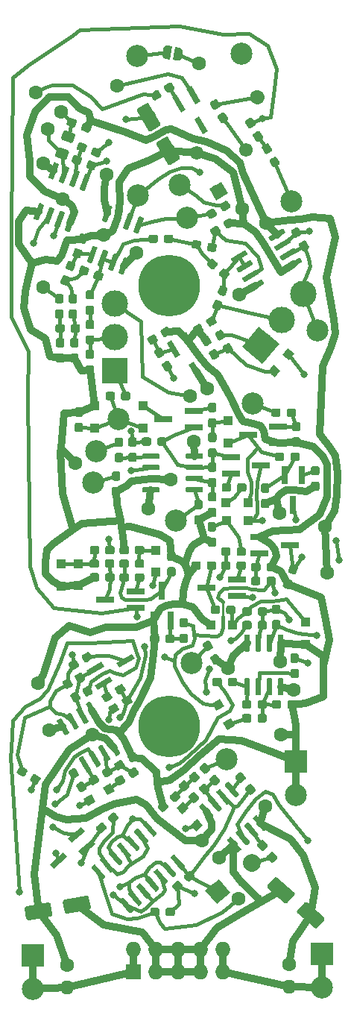
<source format=gbr>
G04 #@! TF.GenerationSoftware,KiCad,Pcbnew,(5.1.2-1)-1*
G04 #@! TF.CreationDate,2022-08-10T14:13:14-04:00*
G04 #@! TF.ProjectId,TR909 Snare Drum,54523930-3920-4536-9e61-726520447275,rev?*
G04 #@! TF.SameCoordinates,Original*
G04 #@! TF.FileFunction,Copper,L1,Top*
G04 #@! TF.FilePolarity,Positive*
%FSLAX46Y46*%
G04 Gerber Fmt 4.6, Leading zero omitted, Abs format (unit mm)*
G04 Created by KiCad (PCBNEW (5.1.2-1)-1) date 2022-08-10 14:13:14*
%MOMM*%
%LPD*%
G04 APERTURE LIST*
%ADD10C,2.499360*%
%ADD11C,0.500000*%
%ADD12C,0.100000*%
%ADD13C,0.950000*%
%ADD14O,1.727200X1.727200*%
%ADD15R,1.727200X1.727200*%
%ADD16O,1.600000X1.600000*%
%ADD17C,1.600000*%
%ADD18C,1.600000*%
%ADD19C,7.000000*%
%ADD20C,1.150000*%
%ADD21C,0.600000*%
%ADD22C,1.550000*%
%ADD23R,2.000000X0.650000*%
%ADD24R,0.650000X2.000000*%
%ADD25C,0.650000*%
%ADD26C,2.999740*%
%ADD27R,2.999740X2.999740*%
%ADD28R,2.499360X2.499360*%
%ADD29R,1.000000X1.000000*%
%ADD30C,1.000000*%
%ADD31C,2.000000*%
%ADD32C,2.000000*%
%ADD33C,0.800000*%
%ADD34C,0.406400*%
%ADD35C,0.812800*%
%ADD36C,0.250000*%
G04 APERTURE END LIST*
D10*
X48340000Y-19110000D03*
D11*
X39889875Y-18937129D03*
D12*
G36*
X39759743Y-19675142D02*
G01*
X39735582Y-19670882D01*
X39688328Y-19657665D01*
X39642597Y-19639882D01*
X39598828Y-19617701D01*
X39557445Y-19591337D01*
X39518846Y-19561043D01*
X39483400Y-19527113D01*
X39451453Y-19489871D01*
X39423308Y-19449676D01*
X39399239Y-19406918D01*
X39379478Y-19362005D01*
X39364213Y-19315373D01*
X39353593Y-19267468D01*
X39347719Y-19218753D01*
X39346649Y-19169697D01*
X39350392Y-19120773D01*
X39354652Y-19096611D01*
X39354059Y-19096507D01*
X39440883Y-18604103D01*
X39441476Y-18604208D01*
X39445736Y-18580046D01*
X39458953Y-18532792D01*
X39476736Y-18487061D01*
X39498917Y-18443292D01*
X39525281Y-18401909D01*
X39555575Y-18363310D01*
X39589505Y-18327864D01*
X39626747Y-18295917D01*
X39666942Y-18267772D01*
X39709700Y-18243703D01*
X39754613Y-18223942D01*
X39801245Y-18208677D01*
X39849150Y-18198057D01*
X39897865Y-18192183D01*
X39946921Y-18191113D01*
X39995845Y-18194856D01*
X40020007Y-18199116D01*
X40020111Y-18198523D01*
X40512515Y-18285347D01*
X40252043Y-19762559D01*
X39759639Y-19675735D01*
X39759743Y-19675142D01*
X39759743Y-19675142D01*
G37*
D11*
X41170125Y-19162871D03*
D12*
G36*
X40807957Y-18337441D02*
G01*
X41300361Y-18424265D01*
X41300257Y-18424858D01*
X41324418Y-18429118D01*
X41371672Y-18442335D01*
X41417403Y-18460118D01*
X41461172Y-18482299D01*
X41502555Y-18508663D01*
X41541154Y-18538957D01*
X41576600Y-18572887D01*
X41608547Y-18610129D01*
X41636692Y-18650324D01*
X41660761Y-18693082D01*
X41680522Y-18737995D01*
X41695787Y-18784627D01*
X41706407Y-18832532D01*
X41712281Y-18881247D01*
X41713351Y-18930303D01*
X41709608Y-18979227D01*
X41705348Y-19003389D01*
X41705941Y-19003493D01*
X41619117Y-19495897D01*
X41618524Y-19495792D01*
X41614264Y-19519954D01*
X41601047Y-19567208D01*
X41583264Y-19612939D01*
X41561083Y-19656708D01*
X41534719Y-19698091D01*
X41504425Y-19736690D01*
X41470495Y-19772136D01*
X41433253Y-19804083D01*
X41393058Y-19832228D01*
X41350300Y-19856297D01*
X41305387Y-19876058D01*
X41258755Y-19891323D01*
X41210850Y-19901943D01*
X41162135Y-19907817D01*
X41113079Y-19908887D01*
X41064155Y-19905144D01*
X41039993Y-19900884D01*
X41039889Y-19901477D01*
X40547485Y-19814653D01*
X40807957Y-18337441D01*
X40807957Y-18337441D01*
G37*
D10*
X36510000Y-19370000D03*
D12*
G36*
X46633537Y-35816077D02*
G01*
X46656692Y-35818741D01*
X46679473Y-35823662D01*
X46701663Y-35830791D01*
X46723047Y-35840062D01*
X46743420Y-35851383D01*
X46762585Y-35864648D01*
X46780357Y-35879726D01*
X46796566Y-35896474D01*
X46811055Y-35914730D01*
X46823685Y-35934319D01*
X47061185Y-36345681D01*
X47071834Y-36366413D01*
X47080400Y-36388089D01*
X47086800Y-36410500D01*
X47090972Y-36433431D01*
X47092877Y-36456660D01*
X47092495Y-36479964D01*
X47089832Y-36503119D01*
X47084911Y-36525901D01*
X47077782Y-36548090D01*
X47068511Y-36569475D01*
X47057190Y-36589847D01*
X47043925Y-36609012D01*
X47028847Y-36626784D01*
X47012099Y-36642993D01*
X46993842Y-36657482D01*
X46974254Y-36670112D01*
X46476290Y-36957612D01*
X46455558Y-36968261D01*
X46433882Y-36976827D01*
X46411471Y-36983227D01*
X46388540Y-36987399D01*
X46365311Y-36989304D01*
X46342007Y-36988923D01*
X46318852Y-36986259D01*
X46296071Y-36981338D01*
X46273881Y-36974209D01*
X46252497Y-36964938D01*
X46232124Y-36953617D01*
X46212959Y-36940352D01*
X46195187Y-36925274D01*
X46178978Y-36908526D01*
X46164489Y-36890270D01*
X46151859Y-36870681D01*
X45914359Y-36459319D01*
X45903710Y-36438587D01*
X45895144Y-36416911D01*
X45888744Y-36394500D01*
X45884572Y-36371569D01*
X45882667Y-36348340D01*
X45883049Y-36325036D01*
X45885712Y-36301881D01*
X45890633Y-36279099D01*
X45897762Y-36256910D01*
X45907033Y-36235525D01*
X45918354Y-36215153D01*
X45931619Y-36195988D01*
X45946697Y-36178216D01*
X45963445Y-36162007D01*
X45981702Y-36147518D01*
X46001290Y-36134888D01*
X46499254Y-35847388D01*
X46519986Y-35836739D01*
X46541662Y-35828173D01*
X46564073Y-35821773D01*
X46587004Y-35817601D01*
X46610233Y-35815696D01*
X46633537Y-35816077D01*
X46633537Y-35816077D01*
G37*
D13*
X46487772Y-36402500D03*
D12*
G36*
X45117993Y-36691077D02*
G01*
X45141148Y-36693741D01*
X45163929Y-36698662D01*
X45186119Y-36705791D01*
X45207503Y-36715062D01*
X45227876Y-36726383D01*
X45247041Y-36739648D01*
X45264813Y-36754726D01*
X45281022Y-36771474D01*
X45295511Y-36789730D01*
X45308141Y-36809319D01*
X45545641Y-37220681D01*
X45556290Y-37241413D01*
X45564856Y-37263089D01*
X45571256Y-37285500D01*
X45575428Y-37308431D01*
X45577333Y-37331660D01*
X45576951Y-37354964D01*
X45574288Y-37378119D01*
X45569367Y-37400901D01*
X45562238Y-37423090D01*
X45552967Y-37444475D01*
X45541646Y-37464847D01*
X45528381Y-37484012D01*
X45513303Y-37501784D01*
X45496555Y-37517993D01*
X45478298Y-37532482D01*
X45458710Y-37545112D01*
X44960746Y-37832612D01*
X44940014Y-37843261D01*
X44918338Y-37851827D01*
X44895927Y-37858227D01*
X44872996Y-37862399D01*
X44849767Y-37864304D01*
X44826463Y-37863923D01*
X44803308Y-37861259D01*
X44780527Y-37856338D01*
X44758337Y-37849209D01*
X44736953Y-37839938D01*
X44716580Y-37828617D01*
X44697415Y-37815352D01*
X44679643Y-37800274D01*
X44663434Y-37783526D01*
X44648945Y-37765270D01*
X44636315Y-37745681D01*
X44398815Y-37334319D01*
X44388166Y-37313587D01*
X44379600Y-37291911D01*
X44373200Y-37269500D01*
X44369028Y-37246569D01*
X44367123Y-37223340D01*
X44367505Y-37200036D01*
X44370168Y-37176881D01*
X44375089Y-37154099D01*
X44382218Y-37131910D01*
X44391489Y-37110525D01*
X44402810Y-37090153D01*
X44416075Y-37070988D01*
X44431153Y-37053216D01*
X44447901Y-37037007D01*
X44466158Y-37022518D01*
X44485746Y-37009888D01*
X44983710Y-36722388D01*
X45004442Y-36711739D01*
X45026118Y-36703173D01*
X45048529Y-36696773D01*
X45071460Y-36692601D01*
X45094689Y-36690696D01*
X45117993Y-36691077D01*
X45117993Y-36691077D01*
G37*
D13*
X44972228Y-37277500D03*
D14*
X46270000Y-120830000D03*
X46270000Y-123370000D03*
X43730000Y-120830000D03*
X43730000Y-123370000D03*
X41190000Y-120830000D03*
X41190000Y-123370000D03*
X38650000Y-120830000D03*
X38650000Y-123370000D03*
X36110000Y-120830000D03*
D15*
X36110000Y-123370000D03*
D16*
X28560000Y-125120000D03*
D17*
X28560000Y-122580000D03*
D16*
X53780000Y-125050000D03*
D17*
X53780000Y-122510000D03*
X50109114Y-24010000D03*
D18*
X50109114Y-24010000D02*
X50109114Y-24010000D01*
D17*
X43510000Y-20200000D03*
D10*
X42170000Y-37710000D03*
X36630000Y-35230000D03*
X54040000Y-35910000D03*
X57019790Y-50498049D03*
X31870000Y-64210000D03*
X34440000Y-60570000D03*
X46684447Y-99190917D03*
X31560000Y-67840000D03*
X42724186Y-88313853D03*
D19*
X40132000Y-95504000D03*
X40132000Y-45466000D03*
D12*
G36*
X28391922Y-27828186D02*
G01*
X28416324Y-27830724D01*
X28440360Y-27835641D01*
X28463797Y-27842891D01*
X29309523Y-28150709D01*
X29332138Y-28160221D01*
X29353712Y-28171904D01*
X29374036Y-28185645D01*
X29392916Y-28201312D01*
X29410169Y-28218755D01*
X29425629Y-28237804D01*
X29439148Y-28258277D01*
X29450595Y-28279977D01*
X29459860Y-28302694D01*
X29466853Y-28326209D01*
X29471508Y-28350298D01*
X29473780Y-28374726D01*
X29473646Y-28399259D01*
X29471108Y-28423661D01*
X29466191Y-28447697D01*
X29458941Y-28471136D01*
X29236627Y-29081938D01*
X29227115Y-29104552D01*
X29215432Y-29126126D01*
X29201691Y-29146450D01*
X29186024Y-29165330D01*
X29168581Y-29182583D01*
X29149532Y-29198043D01*
X29129059Y-29211562D01*
X29107359Y-29223009D01*
X29084642Y-29232274D01*
X29061126Y-29239268D01*
X29037038Y-29243923D01*
X29012610Y-29246194D01*
X28988076Y-29246060D01*
X28963674Y-29243522D01*
X28939638Y-29238605D01*
X28916201Y-29231355D01*
X28070475Y-28923537D01*
X28047860Y-28914025D01*
X28026286Y-28902342D01*
X28005962Y-28888601D01*
X27987082Y-28872934D01*
X27969829Y-28855491D01*
X27954369Y-28836442D01*
X27940850Y-28815969D01*
X27929403Y-28794269D01*
X27920138Y-28771552D01*
X27913145Y-28748037D01*
X27908490Y-28723948D01*
X27906218Y-28699520D01*
X27906352Y-28674987D01*
X27908890Y-28650585D01*
X27913807Y-28626549D01*
X27921057Y-28603110D01*
X28143371Y-27992308D01*
X28152883Y-27969694D01*
X28164566Y-27948120D01*
X28178307Y-27927796D01*
X28193974Y-27908916D01*
X28211417Y-27891663D01*
X28230466Y-27876203D01*
X28250939Y-27862684D01*
X28272639Y-27851237D01*
X28295356Y-27841972D01*
X28318872Y-27834978D01*
X28342960Y-27830323D01*
X28367388Y-27828052D01*
X28391922Y-27828186D01*
X28391922Y-27828186D01*
G37*
D20*
X28689999Y-28537123D03*
D12*
G36*
X27690780Y-29754556D02*
G01*
X27715182Y-29757094D01*
X27739218Y-29762011D01*
X27762655Y-29769261D01*
X28608381Y-30077079D01*
X28630996Y-30086591D01*
X28652570Y-30098274D01*
X28672894Y-30112015D01*
X28691774Y-30127682D01*
X28709027Y-30145125D01*
X28724487Y-30164174D01*
X28738006Y-30184647D01*
X28749453Y-30206347D01*
X28758718Y-30229064D01*
X28765711Y-30252579D01*
X28770366Y-30276668D01*
X28772638Y-30301096D01*
X28772504Y-30325629D01*
X28769966Y-30350031D01*
X28765049Y-30374067D01*
X28757799Y-30397506D01*
X28535485Y-31008308D01*
X28525973Y-31030922D01*
X28514290Y-31052496D01*
X28500549Y-31072820D01*
X28484882Y-31091700D01*
X28467439Y-31108953D01*
X28448390Y-31124413D01*
X28427917Y-31137932D01*
X28406217Y-31149379D01*
X28383500Y-31158644D01*
X28359984Y-31165638D01*
X28335896Y-31170293D01*
X28311468Y-31172564D01*
X28286934Y-31172430D01*
X28262532Y-31169892D01*
X28238496Y-31164975D01*
X28215059Y-31157725D01*
X27369333Y-30849907D01*
X27346718Y-30840395D01*
X27325144Y-30828712D01*
X27304820Y-30814971D01*
X27285940Y-30799304D01*
X27268687Y-30781861D01*
X27253227Y-30762812D01*
X27239708Y-30742339D01*
X27228261Y-30720639D01*
X27218996Y-30697922D01*
X27212003Y-30674407D01*
X27207348Y-30650318D01*
X27205076Y-30625890D01*
X27205210Y-30601357D01*
X27207748Y-30576955D01*
X27212665Y-30552919D01*
X27219915Y-30529480D01*
X27442229Y-29918678D01*
X27451741Y-29896064D01*
X27463424Y-29874490D01*
X27477165Y-29854166D01*
X27492832Y-29835286D01*
X27510275Y-29818033D01*
X27529324Y-29802573D01*
X27549797Y-29789054D01*
X27571497Y-29777607D01*
X27594214Y-29768342D01*
X27617730Y-29761348D01*
X27641818Y-29756693D01*
X27666246Y-29754422D01*
X27690780Y-29754556D01*
X27690780Y-29754556D01*
G37*
D20*
X27988857Y-30463493D03*
D12*
G36*
X43856703Y-64515722D02*
G01*
X43871264Y-64517882D01*
X43885543Y-64521459D01*
X43899403Y-64526418D01*
X43912710Y-64532712D01*
X43925336Y-64540280D01*
X43937159Y-64549048D01*
X43948066Y-64558934D01*
X43957952Y-64569841D01*
X43966720Y-64581664D01*
X43974288Y-64594290D01*
X43980582Y-64607597D01*
X43985541Y-64621457D01*
X43989118Y-64635736D01*
X43991278Y-64650297D01*
X43992000Y-64665000D01*
X43992000Y-64965000D01*
X43991278Y-64979703D01*
X43989118Y-64994264D01*
X43985541Y-65008543D01*
X43980582Y-65022403D01*
X43974288Y-65035710D01*
X43966720Y-65048336D01*
X43957952Y-65060159D01*
X43948066Y-65071066D01*
X43937159Y-65080952D01*
X43925336Y-65089720D01*
X43912710Y-65097288D01*
X43899403Y-65103582D01*
X43885543Y-65108541D01*
X43871264Y-65112118D01*
X43856703Y-65114278D01*
X43842000Y-65115000D01*
X42192000Y-65115000D01*
X42177297Y-65114278D01*
X42162736Y-65112118D01*
X42148457Y-65108541D01*
X42134597Y-65103582D01*
X42121290Y-65097288D01*
X42108664Y-65089720D01*
X42096841Y-65080952D01*
X42085934Y-65071066D01*
X42076048Y-65060159D01*
X42067280Y-65048336D01*
X42059712Y-65035710D01*
X42053418Y-65022403D01*
X42048459Y-65008543D01*
X42044882Y-64994264D01*
X42042722Y-64979703D01*
X42042000Y-64965000D01*
X42042000Y-64665000D01*
X42042722Y-64650297D01*
X42044882Y-64635736D01*
X42048459Y-64621457D01*
X42053418Y-64607597D01*
X42059712Y-64594290D01*
X42067280Y-64581664D01*
X42076048Y-64569841D01*
X42085934Y-64558934D01*
X42096841Y-64549048D01*
X42108664Y-64540280D01*
X42121290Y-64532712D01*
X42134597Y-64526418D01*
X42148457Y-64521459D01*
X42162736Y-64517882D01*
X42177297Y-64515722D01*
X42192000Y-64515000D01*
X43842000Y-64515000D01*
X43856703Y-64515722D01*
X43856703Y-64515722D01*
G37*
D21*
X43017000Y-64815000D03*
D12*
G36*
X43856703Y-65785722D02*
G01*
X43871264Y-65787882D01*
X43885543Y-65791459D01*
X43899403Y-65796418D01*
X43912710Y-65802712D01*
X43925336Y-65810280D01*
X43937159Y-65819048D01*
X43948066Y-65828934D01*
X43957952Y-65839841D01*
X43966720Y-65851664D01*
X43974288Y-65864290D01*
X43980582Y-65877597D01*
X43985541Y-65891457D01*
X43989118Y-65905736D01*
X43991278Y-65920297D01*
X43992000Y-65935000D01*
X43992000Y-66235000D01*
X43991278Y-66249703D01*
X43989118Y-66264264D01*
X43985541Y-66278543D01*
X43980582Y-66292403D01*
X43974288Y-66305710D01*
X43966720Y-66318336D01*
X43957952Y-66330159D01*
X43948066Y-66341066D01*
X43937159Y-66350952D01*
X43925336Y-66359720D01*
X43912710Y-66367288D01*
X43899403Y-66373582D01*
X43885543Y-66378541D01*
X43871264Y-66382118D01*
X43856703Y-66384278D01*
X43842000Y-66385000D01*
X42192000Y-66385000D01*
X42177297Y-66384278D01*
X42162736Y-66382118D01*
X42148457Y-66378541D01*
X42134597Y-66373582D01*
X42121290Y-66367288D01*
X42108664Y-66359720D01*
X42096841Y-66350952D01*
X42085934Y-66341066D01*
X42076048Y-66330159D01*
X42067280Y-66318336D01*
X42059712Y-66305710D01*
X42053418Y-66292403D01*
X42048459Y-66278543D01*
X42044882Y-66264264D01*
X42042722Y-66249703D01*
X42042000Y-66235000D01*
X42042000Y-65935000D01*
X42042722Y-65920297D01*
X42044882Y-65905736D01*
X42048459Y-65891457D01*
X42053418Y-65877597D01*
X42059712Y-65864290D01*
X42067280Y-65851664D01*
X42076048Y-65839841D01*
X42085934Y-65828934D01*
X42096841Y-65819048D01*
X42108664Y-65810280D01*
X42121290Y-65802712D01*
X42134597Y-65796418D01*
X42148457Y-65791459D01*
X42162736Y-65787882D01*
X42177297Y-65785722D01*
X42192000Y-65785000D01*
X43842000Y-65785000D01*
X43856703Y-65785722D01*
X43856703Y-65785722D01*
G37*
D21*
X43017000Y-66085000D03*
D12*
G36*
X43856703Y-67055722D02*
G01*
X43871264Y-67057882D01*
X43885543Y-67061459D01*
X43899403Y-67066418D01*
X43912710Y-67072712D01*
X43925336Y-67080280D01*
X43937159Y-67089048D01*
X43948066Y-67098934D01*
X43957952Y-67109841D01*
X43966720Y-67121664D01*
X43974288Y-67134290D01*
X43980582Y-67147597D01*
X43985541Y-67161457D01*
X43989118Y-67175736D01*
X43991278Y-67190297D01*
X43992000Y-67205000D01*
X43992000Y-67505000D01*
X43991278Y-67519703D01*
X43989118Y-67534264D01*
X43985541Y-67548543D01*
X43980582Y-67562403D01*
X43974288Y-67575710D01*
X43966720Y-67588336D01*
X43957952Y-67600159D01*
X43948066Y-67611066D01*
X43937159Y-67620952D01*
X43925336Y-67629720D01*
X43912710Y-67637288D01*
X43899403Y-67643582D01*
X43885543Y-67648541D01*
X43871264Y-67652118D01*
X43856703Y-67654278D01*
X43842000Y-67655000D01*
X42192000Y-67655000D01*
X42177297Y-67654278D01*
X42162736Y-67652118D01*
X42148457Y-67648541D01*
X42134597Y-67643582D01*
X42121290Y-67637288D01*
X42108664Y-67629720D01*
X42096841Y-67620952D01*
X42085934Y-67611066D01*
X42076048Y-67600159D01*
X42067280Y-67588336D01*
X42059712Y-67575710D01*
X42053418Y-67562403D01*
X42048459Y-67548543D01*
X42044882Y-67534264D01*
X42042722Y-67519703D01*
X42042000Y-67505000D01*
X42042000Y-67205000D01*
X42042722Y-67190297D01*
X42044882Y-67175736D01*
X42048459Y-67161457D01*
X42053418Y-67147597D01*
X42059712Y-67134290D01*
X42067280Y-67121664D01*
X42076048Y-67109841D01*
X42085934Y-67098934D01*
X42096841Y-67089048D01*
X42108664Y-67080280D01*
X42121290Y-67072712D01*
X42134597Y-67066418D01*
X42148457Y-67061459D01*
X42162736Y-67057882D01*
X42177297Y-67055722D01*
X42192000Y-67055000D01*
X43842000Y-67055000D01*
X43856703Y-67055722D01*
X43856703Y-67055722D01*
G37*
D21*
X43017000Y-67355000D03*
D12*
G36*
X43856703Y-68325722D02*
G01*
X43871264Y-68327882D01*
X43885543Y-68331459D01*
X43899403Y-68336418D01*
X43912710Y-68342712D01*
X43925336Y-68350280D01*
X43937159Y-68359048D01*
X43948066Y-68368934D01*
X43957952Y-68379841D01*
X43966720Y-68391664D01*
X43974288Y-68404290D01*
X43980582Y-68417597D01*
X43985541Y-68431457D01*
X43989118Y-68445736D01*
X43991278Y-68460297D01*
X43992000Y-68475000D01*
X43992000Y-68775000D01*
X43991278Y-68789703D01*
X43989118Y-68804264D01*
X43985541Y-68818543D01*
X43980582Y-68832403D01*
X43974288Y-68845710D01*
X43966720Y-68858336D01*
X43957952Y-68870159D01*
X43948066Y-68881066D01*
X43937159Y-68890952D01*
X43925336Y-68899720D01*
X43912710Y-68907288D01*
X43899403Y-68913582D01*
X43885543Y-68918541D01*
X43871264Y-68922118D01*
X43856703Y-68924278D01*
X43842000Y-68925000D01*
X42192000Y-68925000D01*
X42177297Y-68924278D01*
X42162736Y-68922118D01*
X42148457Y-68918541D01*
X42134597Y-68913582D01*
X42121290Y-68907288D01*
X42108664Y-68899720D01*
X42096841Y-68890952D01*
X42085934Y-68881066D01*
X42076048Y-68870159D01*
X42067280Y-68858336D01*
X42059712Y-68845710D01*
X42053418Y-68832403D01*
X42048459Y-68818543D01*
X42044882Y-68804264D01*
X42042722Y-68789703D01*
X42042000Y-68775000D01*
X42042000Y-68475000D01*
X42042722Y-68460297D01*
X42044882Y-68445736D01*
X42048459Y-68431457D01*
X42053418Y-68417597D01*
X42059712Y-68404290D01*
X42067280Y-68391664D01*
X42076048Y-68379841D01*
X42085934Y-68368934D01*
X42096841Y-68359048D01*
X42108664Y-68350280D01*
X42121290Y-68342712D01*
X42134597Y-68336418D01*
X42148457Y-68331459D01*
X42162736Y-68327882D01*
X42177297Y-68325722D01*
X42192000Y-68325000D01*
X43842000Y-68325000D01*
X43856703Y-68325722D01*
X43856703Y-68325722D01*
G37*
D21*
X43017000Y-68625000D03*
D12*
G36*
X38906703Y-68325722D02*
G01*
X38921264Y-68327882D01*
X38935543Y-68331459D01*
X38949403Y-68336418D01*
X38962710Y-68342712D01*
X38975336Y-68350280D01*
X38987159Y-68359048D01*
X38998066Y-68368934D01*
X39007952Y-68379841D01*
X39016720Y-68391664D01*
X39024288Y-68404290D01*
X39030582Y-68417597D01*
X39035541Y-68431457D01*
X39039118Y-68445736D01*
X39041278Y-68460297D01*
X39042000Y-68475000D01*
X39042000Y-68775000D01*
X39041278Y-68789703D01*
X39039118Y-68804264D01*
X39035541Y-68818543D01*
X39030582Y-68832403D01*
X39024288Y-68845710D01*
X39016720Y-68858336D01*
X39007952Y-68870159D01*
X38998066Y-68881066D01*
X38987159Y-68890952D01*
X38975336Y-68899720D01*
X38962710Y-68907288D01*
X38949403Y-68913582D01*
X38935543Y-68918541D01*
X38921264Y-68922118D01*
X38906703Y-68924278D01*
X38892000Y-68925000D01*
X37242000Y-68925000D01*
X37227297Y-68924278D01*
X37212736Y-68922118D01*
X37198457Y-68918541D01*
X37184597Y-68913582D01*
X37171290Y-68907288D01*
X37158664Y-68899720D01*
X37146841Y-68890952D01*
X37135934Y-68881066D01*
X37126048Y-68870159D01*
X37117280Y-68858336D01*
X37109712Y-68845710D01*
X37103418Y-68832403D01*
X37098459Y-68818543D01*
X37094882Y-68804264D01*
X37092722Y-68789703D01*
X37092000Y-68775000D01*
X37092000Y-68475000D01*
X37092722Y-68460297D01*
X37094882Y-68445736D01*
X37098459Y-68431457D01*
X37103418Y-68417597D01*
X37109712Y-68404290D01*
X37117280Y-68391664D01*
X37126048Y-68379841D01*
X37135934Y-68368934D01*
X37146841Y-68359048D01*
X37158664Y-68350280D01*
X37171290Y-68342712D01*
X37184597Y-68336418D01*
X37198457Y-68331459D01*
X37212736Y-68327882D01*
X37227297Y-68325722D01*
X37242000Y-68325000D01*
X38892000Y-68325000D01*
X38906703Y-68325722D01*
X38906703Y-68325722D01*
G37*
D21*
X38067000Y-68625000D03*
D12*
G36*
X38906703Y-67055722D02*
G01*
X38921264Y-67057882D01*
X38935543Y-67061459D01*
X38949403Y-67066418D01*
X38962710Y-67072712D01*
X38975336Y-67080280D01*
X38987159Y-67089048D01*
X38998066Y-67098934D01*
X39007952Y-67109841D01*
X39016720Y-67121664D01*
X39024288Y-67134290D01*
X39030582Y-67147597D01*
X39035541Y-67161457D01*
X39039118Y-67175736D01*
X39041278Y-67190297D01*
X39042000Y-67205000D01*
X39042000Y-67505000D01*
X39041278Y-67519703D01*
X39039118Y-67534264D01*
X39035541Y-67548543D01*
X39030582Y-67562403D01*
X39024288Y-67575710D01*
X39016720Y-67588336D01*
X39007952Y-67600159D01*
X38998066Y-67611066D01*
X38987159Y-67620952D01*
X38975336Y-67629720D01*
X38962710Y-67637288D01*
X38949403Y-67643582D01*
X38935543Y-67648541D01*
X38921264Y-67652118D01*
X38906703Y-67654278D01*
X38892000Y-67655000D01*
X37242000Y-67655000D01*
X37227297Y-67654278D01*
X37212736Y-67652118D01*
X37198457Y-67648541D01*
X37184597Y-67643582D01*
X37171290Y-67637288D01*
X37158664Y-67629720D01*
X37146841Y-67620952D01*
X37135934Y-67611066D01*
X37126048Y-67600159D01*
X37117280Y-67588336D01*
X37109712Y-67575710D01*
X37103418Y-67562403D01*
X37098459Y-67548543D01*
X37094882Y-67534264D01*
X37092722Y-67519703D01*
X37092000Y-67505000D01*
X37092000Y-67205000D01*
X37092722Y-67190297D01*
X37094882Y-67175736D01*
X37098459Y-67161457D01*
X37103418Y-67147597D01*
X37109712Y-67134290D01*
X37117280Y-67121664D01*
X37126048Y-67109841D01*
X37135934Y-67098934D01*
X37146841Y-67089048D01*
X37158664Y-67080280D01*
X37171290Y-67072712D01*
X37184597Y-67066418D01*
X37198457Y-67061459D01*
X37212736Y-67057882D01*
X37227297Y-67055722D01*
X37242000Y-67055000D01*
X38892000Y-67055000D01*
X38906703Y-67055722D01*
X38906703Y-67055722D01*
G37*
D21*
X38067000Y-67355000D03*
D12*
G36*
X38906703Y-65785722D02*
G01*
X38921264Y-65787882D01*
X38935543Y-65791459D01*
X38949403Y-65796418D01*
X38962710Y-65802712D01*
X38975336Y-65810280D01*
X38987159Y-65819048D01*
X38998066Y-65828934D01*
X39007952Y-65839841D01*
X39016720Y-65851664D01*
X39024288Y-65864290D01*
X39030582Y-65877597D01*
X39035541Y-65891457D01*
X39039118Y-65905736D01*
X39041278Y-65920297D01*
X39042000Y-65935000D01*
X39042000Y-66235000D01*
X39041278Y-66249703D01*
X39039118Y-66264264D01*
X39035541Y-66278543D01*
X39030582Y-66292403D01*
X39024288Y-66305710D01*
X39016720Y-66318336D01*
X39007952Y-66330159D01*
X38998066Y-66341066D01*
X38987159Y-66350952D01*
X38975336Y-66359720D01*
X38962710Y-66367288D01*
X38949403Y-66373582D01*
X38935543Y-66378541D01*
X38921264Y-66382118D01*
X38906703Y-66384278D01*
X38892000Y-66385000D01*
X37242000Y-66385000D01*
X37227297Y-66384278D01*
X37212736Y-66382118D01*
X37198457Y-66378541D01*
X37184597Y-66373582D01*
X37171290Y-66367288D01*
X37158664Y-66359720D01*
X37146841Y-66350952D01*
X37135934Y-66341066D01*
X37126048Y-66330159D01*
X37117280Y-66318336D01*
X37109712Y-66305710D01*
X37103418Y-66292403D01*
X37098459Y-66278543D01*
X37094882Y-66264264D01*
X37092722Y-66249703D01*
X37092000Y-66235000D01*
X37092000Y-65935000D01*
X37092722Y-65920297D01*
X37094882Y-65905736D01*
X37098459Y-65891457D01*
X37103418Y-65877597D01*
X37109712Y-65864290D01*
X37117280Y-65851664D01*
X37126048Y-65839841D01*
X37135934Y-65828934D01*
X37146841Y-65819048D01*
X37158664Y-65810280D01*
X37171290Y-65802712D01*
X37184597Y-65796418D01*
X37198457Y-65791459D01*
X37212736Y-65787882D01*
X37227297Y-65785722D01*
X37242000Y-65785000D01*
X38892000Y-65785000D01*
X38906703Y-65785722D01*
X38906703Y-65785722D01*
G37*
D21*
X38067000Y-66085000D03*
D12*
G36*
X38906703Y-64515722D02*
G01*
X38921264Y-64517882D01*
X38935543Y-64521459D01*
X38949403Y-64526418D01*
X38962710Y-64532712D01*
X38975336Y-64540280D01*
X38987159Y-64549048D01*
X38998066Y-64558934D01*
X39007952Y-64569841D01*
X39016720Y-64581664D01*
X39024288Y-64594290D01*
X39030582Y-64607597D01*
X39035541Y-64621457D01*
X39039118Y-64635736D01*
X39041278Y-64650297D01*
X39042000Y-64665000D01*
X39042000Y-64965000D01*
X39041278Y-64979703D01*
X39039118Y-64994264D01*
X39035541Y-65008543D01*
X39030582Y-65022403D01*
X39024288Y-65035710D01*
X39016720Y-65048336D01*
X39007952Y-65060159D01*
X38998066Y-65071066D01*
X38987159Y-65080952D01*
X38975336Y-65089720D01*
X38962710Y-65097288D01*
X38949403Y-65103582D01*
X38935543Y-65108541D01*
X38921264Y-65112118D01*
X38906703Y-65114278D01*
X38892000Y-65115000D01*
X37242000Y-65115000D01*
X37227297Y-65114278D01*
X37212736Y-65112118D01*
X37198457Y-65108541D01*
X37184597Y-65103582D01*
X37171290Y-65097288D01*
X37158664Y-65089720D01*
X37146841Y-65080952D01*
X37135934Y-65071066D01*
X37126048Y-65060159D01*
X37117280Y-65048336D01*
X37109712Y-65035710D01*
X37103418Y-65022403D01*
X37098459Y-65008543D01*
X37094882Y-64994264D01*
X37092722Y-64979703D01*
X37092000Y-64965000D01*
X37092000Y-64665000D01*
X37092722Y-64650297D01*
X37094882Y-64635736D01*
X37098459Y-64621457D01*
X37103418Y-64607597D01*
X37109712Y-64594290D01*
X37117280Y-64581664D01*
X37126048Y-64569841D01*
X37135934Y-64558934D01*
X37146841Y-64549048D01*
X37158664Y-64540280D01*
X37171290Y-64532712D01*
X37184597Y-64526418D01*
X37198457Y-64521459D01*
X37212736Y-64517882D01*
X37227297Y-64515722D01*
X37242000Y-64515000D01*
X38892000Y-64515000D01*
X38906703Y-64515722D01*
X38906703Y-64515722D01*
G37*
D21*
X38067000Y-64815000D03*
D12*
G36*
X50061486Y-105578557D02*
G01*
X50076070Y-105580558D01*
X50090387Y-105583979D01*
X50104300Y-105588786D01*
X50117675Y-105594934D01*
X50130383Y-105602364D01*
X50142302Y-105611003D01*
X50153316Y-105620769D01*
X50163320Y-105631568D01*
X51223919Y-106895542D01*
X51232816Y-106907269D01*
X51240521Y-106919812D01*
X51246960Y-106933049D01*
X51252070Y-106946854D01*
X51255802Y-106961093D01*
X51258120Y-106975630D01*
X51259003Y-106990324D01*
X51258441Y-107005033D01*
X51256440Y-107019617D01*
X51253019Y-107033934D01*
X51248212Y-107047848D01*
X51242064Y-107061222D01*
X51234634Y-107073930D01*
X51225995Y-107085849D01*
X51216229Y-107096863D01*
X51205430Y-107106867D01*
X50975617Y-107299703D01*
X50963890Y-107308600D01*
X50951347Y-107316305D01*
X50938110Y-107322744D01*
X50924305Y-107327854D01*
X50910066Y-107331586D01*
X50895529Y-107333904D01*
X50880835Y-107334787D01*
X50866126Y-107334225D01*
X50851542Y-107332224D01*
X50837225Y-107328803D01*
X50823312Y-107323996D01*
X50809937Y-107317848D01*
X50797229Y-107310418D01*
X50785310Y-107301779D01*
X50774296Y-107292013D01*
X50764292Y-107281214D01*
X49703693Y-106017240D01*
X49694796Y-106005513D01*
X49687091Y-105992970D01*
X49680652Y-105979733D01*
X49675542Y-105965928D01*
X49671810Y-105951689D01*
X49669492Y-105937152D01*
X49668609Y-105922458D01*
X49669171Y-105907749D01*
X49671172Y-105893165D01*
X49674593Y-105878848D01*
X49679400Y-105864934D01*
X49685548Y-105851560D01*
X49692978Y-105838852D01*
X49701617Y-105826933D01*
X49711383Y-105815919D01*
X49722182Y-105805915D01*
X49951995Y-105613079D01*
X49963722Y-105604182D01*
X49976265Y-105596477D01*
X49989502Y-105590038D01*
X50003307Y-105584928D01*
X50017546Y-105581196D01*
X50032083Y-105578878D01*
X50046777Y-105577995D01*
X50061486Y-105578557D01*
X50061486Y-105578557D01*
G37*
D21*
X50463806Y-106456391D03*
D12*
G36*
X49088610Y-106394897D02*
G01*
X49103194Y-106396898D01*
X49117511Y-106400319D01*
X49131424Y-106405126D01*
X49144799Y-106411274D01*
X49157507Y-106418704D01*
X49169426Y-106427343D01*
X49180440Y-106437109D01*
X49190444Y-106447908D01*
X50251043Y-107711882D01*
X50259940Y-107723609D01*
X50267645Y-107736152D01*
X50274084Y-107749389D01*
X50279194Y-107763194D01*
X50282926Y-107777433D01*
X50285244Y-107791970D01*
X50286127Y-107806664D01*
X50285565Y-107821373D01*
X50283564Y-107835957D01*
X50280143Y-107850274D01*
X50275336Y-107864188D01*
X50269188Y-107877562D01*
X50261758Y-107890270D01*
X50253119Y-107902189D01*
X50243353Y-107913203D01*
X50232554Y-107923207D01*
X50002741Y-108116043D01*
X49991014Y-108124940D01*
X49978471Y-108132645D01*
X49965234Y-108139084D01*
X49951429Y-108144194D01*
X49937190Y-108147926D01*
X49922653Y-108150244D01*
X49907959Y-108151127D01*
X49893250Y-108150565D01*
X49878666Y-108148564D01*
X49864349Y-108145143D01*
X49850436Y-108140336D01*
X49837061Y-108134188D01*
X49824353Y-108126758D01*
X49812434Y-108118119D01*
X49801420Y-108108353D01*
X49791416Y-108097554D01*
X48730817Y-106833580D01*
X48721920Y-106821853D01*
X48714215Y-106809310D01*
X48707776Y-106796073D01*
X48702666Y-106782268D01*
X48698934Y-106768029D01*
X48696616Y-106753492D01*
X48695733Y-106738798D01*
X48696295Y-106724089D01*
X48698296Y-106709505D01*
X48701717Y-106695188D01*
X48706524Y-106681274D01*
X48712672Y-106667900D01*
X48720102Y-106655192D01*
X48728741Y-106643273D01*
X48738507Y-106632259D01*
X48749306Y-106622255D01*
X48979119Y-106429419D01*
X48990846Y-106420522D01*
X49003389Y-106412817D01*
X49016626Y-106406378D01*
X49030431Y-106401268D01*
X49044670Y-106397536D01*
X49059207Y-106395218D01*
X49073901Y-106394335D01*
X49088610Y-106394897D01*
X49088610Y-106394897D01*
G37*
D21*
X49490930Y-107272731D03*
D12*
G36*
X48115733Y-107211237D02*
G01*
X48130317Y-107213238D01*
X48144634Y-107216659D01*
X48158547Y-107221466D01*
X48171922Y-107227614D01*
X48184630Y-107235044D01*
X48196549Y-107243683D01*
X48207563Y-107253449D01*
X48217567Y-107264248D01*
X49278166Y-108528222D01*
X49287063Y-108539949D01*
X49294768Y-108552492D01*
X49301207Y-108565729D01*
X49306317Y-108579534D01*
X49310049Y-108593773D01*
X49312367Y-108608310D01*
X49313250Y-108623004D01*
X49312688Y-108637713D01*
X49310687Y-108652297D01*
X49307266Y-108666614D01*
X49302459Y-108680528D01*
X49296311Y-108693902D01*
X49288881Y-108706610D01*
X49280242Y-108718529D01*
X49270476Y-108729543D01*
X49259677Y-108739547D01*
X49029864Y-108932383D01*
X49018137Y-108941280D01*
X49005594Y-108948985D01*
X48992357Y-108955424D01*
X48978552Y-108960534D01*
X48964313Y-108964266D01*
X48949776Y-108966584D01*
X48935082Y-108967467D01*
X48920373Y-108966905D01*
X48905789Y-108964904D01*
X48891472Y-108961483D01*
X48877559Y-108956676D01*
X48864184Y-108950528D01*
X48851476Y-108943098D01*
X48839557Y-108934459D01*
X48828543Y-108924693D01*
X48818539Y-108913894D01*
X47757940Y-107649920D01*
X47749043Y-107638193D01*
X47741338Y-107625650D01*
X47734899Y-107612413D01*
X47729789Y-107598608D01*
X47726057Y-107584369D01*
X47723739Y-107569832D01*
X47722856Y-107555138D01*
X47723418Y-107540429D01*
X47725419Y-107525845D01*
X47728840Y-107511528D01*
X47733647Y-107497614D01*
X47739795Y-107484240D01*
X47747225Y-107471532D01*
X47755864Y-107459613D01*
X47765630Y-107448599D01*
X47776429Y-107438595D01*
X48006242Y-107245759D01*
X48017969Y-107236862D01*
X48030512Y-107229157D01*
X48043749Y-107222718D01*
X48057554Y-107217608D01*
X48071793Y-107213876D01*
X48086330Y-107211558D01*
X48101024Y-107210675D01*
X48115733Y-107211237D01*
X48115733Y-107211237D01*
G37*
D21*
X48518053Y-108089071D03*
D12*
G36*
X47142857Y-108027577D02*
G01*
X47157441Y-108029578D01*
X47171758Y-108032999D01*
X47185671Y-108037806D01*
X47199046Y-108043954D01*
X47211754Y-108051384D01*
X47223673Y-108060023D01*
X47234687Y-108069789D01*
X47244691Y-108080588D01*
X48305290Y-109344562D01*
X48314187Y-109356289D01*
X48321892Y-109368832D01*
X48328331Y-109382069D01*
X48333441Y-109395874D01*
X48337173Y-109410113D01*
X48339491Y-109424650D01*
X48340374Y-109439344D01*
X48339812Y-109454053D01*
X48337811Y-109468637D01*
X48334390Y-109482954D01*
X48329583Y-109496868D01*
X48323435Y-109510242D01*
X48316005Y-109522950D01*
X48307366Y-109534869D01*
X48297600Y-109545883D01*
X48286801Y-109555887D01*
X48056988Y-109748723D01*
X48045261Y-109757620D01*
X48032718Y-109765325D01*
X48019481Y-109771764D01*
X48005676Y-109776874D01*
X47991437Y-109780606D01*
X47976900Y-109782924D01*
X47962206Y-109783807D01*
X47947497Y-109783245D01*
X47932913Y-109781244D01*
X47918596Y-109777823D01*
X47904683Y-109773016D01*
X47891308Y-109766868D01*
X47878600Y-109759438D01*
X47866681Y-109750799D01*
X47855667Y-109741033D01*
X47845663Y-109730234D01*
X46785064Y-108466260D01*
X46776167Y-108454533D01*
X46768462Y-108441990D01*
X46762023Y-108428753D01*
X46756913Y-108414948D01*
X46753181Y-108400709D01*
X46750863Y-108386172D01*
X46749980Y-108371478D01*
X46750542Y-108356769D01*
X46752543Y-108342185D01*
X46755964Y-108327868D01*
X46760771Y-108313954D01*
X46766919Y-108300580D01*
X46774349Y-108287872D01*
X46782988Y-108275953D01*
X46792754Y-108264939D01*
X46803553Y-108254935D01*
X47033366Y-108062099D01*
X47045093Y-108053202D01*
X47057636Y-108045497D01*
X47070873Y-108039058D01*
X47084678Y-108033948D01*
X47098917Y-108030216D01*
X47113454Y-108027898D01*
X47128148Y-108027015D01*
X47142857Y-108027577D01*
X47142857Y-108027577D01*
G37*
D21*
X47545177Y-108905411D03*
D12*
G36*
X43961058Y-104235657D02*
G01*
X43975642Y-104237658D01*
X43989959Y-104241079D01*
X44003872Y-104245886D01*
X44017247Y-104252034D01*
X44029955Y-104259464D01*
X44041874Y-104268103D01*
X44052888Y-104277869D01*
X44062892Y-104288668D01*
X45123491Y-105552642D01*
X45132388Y-105564369D01*
X45140093Y-105576912D01*
X45146532Y-105590149D01*
X45151642Y-105603954D01*
X45155374Y-105618193D01*
X45157692Y-105632730D01*
X45158575Y-105647424D01*
X45158013Y-105662133D01*
X45156012Y-105676717D01*
X45152591Y-105691034D01*
X45147784Y-105704948D01*
X45141636Y-105718322D01*
X45134206Y-105731030D01*
X45125567Y-105742949D01*
X45115801Y-105753963D01*
X45105002Y-105763967D01*
X44875189Y-105956803D01*
X44863462Y-105965700D01*
X44850919Y-105973405D01*
X44837682Y-105979844D01*
X44823877Y-105984954D01*
X44809638Y-105988686D01*
X44795101Y-105991004D01*
X44780407Y-105991887D01*
X44765698Y-105991325D01*
X44751114Y-105989324D01*
X44736797Y-105985903D01*
X44722884Y-105981096D01*
X44709509Y-105974948D01*
X44696801Y-105967518D01*
X44684882Y-105958879D01*
X44673868Y-105949113D01*
X44663864Y-105938314D01*
X43603265Y-104674340D01*
X43594368Y-104662613D01*
X43586663Y-104650070D01*
X43580224Y-104636833D01*
X43575114Y-104623028D01*
X43571382Y-104608789D01*
X43569064Y-104594252D01*
X43568181Y-104579558D01*
X43568743Y-104564849D01*
X43570744Y-104550265D01*
X43574165Y-104535948D01*
X43578972Y-104522034D01*
X43585120Y-104508660D01*
X43592550Y-104495952D01*
X43601189Y-104484033D01*
X43610955Y-104473019D01*
X43621754Y-104463015D01*
X43851567Y-104270179D01*
X43863294Y-104261282D01*
X43875837Y-104253577D01*
X43889074Y-104247138D01*
X43902879Y-104242028D01*
X43917118Y-104238296D01*
X43931655Y-104235978D01*
X43946349Y-104235095D01*
X43961058Y-104235657D01*
X43961058Y-104235657D01*
G37*
D21*
X44363378Y-105113491D03*
D12*
G36*
X44933934Y-103419317D02*
G01*
X44948518Y-103421318D01*
X44962835Y-103424739D01*
X44976748Y-103429546D01*
X44990123Y-103435694D01*
X45002831Y-103443124D01*
X45014750Y-103451763D01*
X45025764Y-103461529D01*
X45035768Y-103472328D01*
X46096367Y-104736302D01*
X46105264Y-104748029D01*
X46112969Y-104760572D01*
X46119408Y-104773809D01*
X46124518Y-104787614D01*
X46128250Y-104801853D01*
X46130568Y-104816390D01*
X46131451Y-104831084D01*
X46130889Y-104845793D01*
X46128888Y-104860377D01*
X46125467Y-104874694D01*
X46120660Y-104888608D01*
X46114512Y-104901982D01*
X46107082Y-104914690D01*
X46098443Y-104926609D01*
X46088677Y-104937623D01*
X46077878Y-104947627D01*
X45848065Y-105140463D01*
X45836338Y-105149360D01*
X45823795Y-105157065D01*
X45810558Y-105163504D01*
X45796753Y-105168614D01*
X45782514Y-105172346D01*
X45767977Y-105174664D01*
X45753283Y-105175547D01*
X45738574Y-105174985D01*
X45723990Y-105172984D01*
X45709673Y-105169563D01*
X45695760Y-105164756D01*
X45682385Y-105158608D01*
X45669677Y-105151178D01*
X45657758Y-105142539D01*
X45646744Y-105132773D01*
X45636740Y-105121974D01*
X44576141Y-103858000D01*
X44567244Y-103846273D01*
X44559539Y-103833730D01*
X44553100Y-103820493D01*
X44547990Y-103806688D01*
X44544258Y-103792449D01*
X44541940Y-103777912D01*
X44541057Y-103763218D01*
X44541619Y-103748509D01*
X44543620Y-103733925D01*
X44547041Y-103719608D01*
X44551848Y-103705694D01*
X44557996Y-103692320D01*
X44565426Y-103679612D01*
X44574065Y-103667693D01*
X44583831Y-103656679D01*
X44594630Y-103646675D01*
X44824443Y-103453839D01*
X44836170Y-103444942D01*
X44848713Y-103437237D01*
X44861950Y-103430798D01*
X44875755Y-103425688D01*
X44889994Y-103421956D01*
X44904531Y-103419638D01*
X44919225Y-103418755D01*
X44933934Y-103419317D01*
X44933934Y-103419317D01*
G37*
D21*
X45336254Y-104297151D03*
D12*
G36*
X45906811Y-102602977D02*
G01*
X45921395Y-102604978D01*
X45935712Y-102608399D01*
X45949625Y-102613206D01*
X45963000Y-102619354D01*
X45975708Y-102626784D01*
X45987627Y-102635423D01*
X45998641Y-102645189D01*
X46008645Y-102655988D01*
X47069244Y-103919962D01*
X47078141Y-103931689D01*
X47085846Y-103944232D01*
X47092285Y-103957469D01*
X47097395Y-103971274D01*
X47101127Y-103985513D01*
X47103445Y-104000050D01*
X47104328Y-104014744D01*
X47103766Y-104029453D01*
X47101765Y-104044037D01*
X47098344Y-104058354D01*
X47093537Y-104072268D01*
X47087389Y-104085642D01*
X47079959Y-104098350D01*
X47071320Y-104110269D01*
X47061554Y-104121283D01*
X47050755Y-104131287D01*
X46820942Y-104324123D01*
X46809215Y-104333020D01*
X46796672Y-104340725D01*
X46783435Y-104347164D01*
X46769630Y-104352274D01*
X46755391Y-104356006D01*
X46740854Y-104358324D01*
X46726160Y-104359207D01*
X46711451Y-104358645D01*
X46696867Y-104356644D01*
X46682550Y-104353223D01*
X46668637Y-104348416D01*
X46655262Y-104342268D01*
X46642554Y-104334838D01*
X46630635Y-104326199D01*
X46619621Y-104316433D01*
X46609617Y-104305634D01*
X45549018Y-103041660D01*
X45540121Y-103029933D01*
X45532416Y-103017390D01*
X45525977Y-103004153D01*
X45520867Y-102990348D01*
X45517135Y-102976109D01*
X45514817Y-102961572D01*
X45513934Y-102946878D01*
X45514496Y-102932169D01*
X45516497Y-102917585D01*
X45519918Y-102903268D01*
X45524725Y-102889354D01*
X45530873Y-102875980D01*
X45538303Y-102863272D01*
X45546942Y-102851353D01*
X45556708Y-102840339D01*
X45567507Y-102830335D01*
X45797320Y-102637499D01*
X45809047Y-102628602D01*
X45821590Y-102620897D01*
X45834827Y-102614458D01*
X45848632Y-102609348D01*
X45862871Y-102605616D01*
X45877408Y-102603298D01*
X45892102Y-102602415D01*
X45906811Y-102602977D01*
X45906811Y-102602977D01*
G37*
D21*
X46309131Y-103480811D03*
D12*
G36*
X46879687Y-101786637D02*
G01*
X46894271Y-101788638D01*
X46908588Y-101792059D01*
X46922501Y-101796866D01*
X46935876Y-101803014D01*
X46948584Y-101810444D01*
X46960503Y-101819083D01*
X46971517Y-101828849D01*
X46981521Y-101839648D01*
X48042120Y-103103622D01*
X48051017Y-103115349D01*
X48058722Y-103127892D01*
X48065161Y-103141129D01*
X48070271Y-103154934D01*
X48074003Y-103169173D01*
X48076321Y-103183710D01*
X48077204Y-103198404D01*
X48076642Y-103213113D01*
X48074641Y-103227697D01*
X48071220Y-103242014D01*
X48066413Y-103255928D01*
X48060265Y-103269302D01*
X48052835Y-103282010D01*
X48044196Y-103293929D01*
X48034430Y-103304943D01*
X48023631Y-103314947D01*
X47793818Y-103507783D01*
X47782091Y-103516680D01*
X47769548Y-103524385D01*
X47756311Y-103530824D01*
X47742506Y-103535934D01*
X47728267Y-103539666D01*
X47713730Y-103541984D01*
X47699036Y-103542867D01*
X47684327Y-103542305D01*
X47669743Y-103540304D01*
X47655426Y-103536883D01*
X47641513Y-103532076D01*
X47628138Y-103525928D01*
X47615430Y-103518498D01*
X47603511Y-103509859D01*
X47592497Y-103500093D01*
X47582493Y-103489294D01*
X46521894Y-102225320D01*
X46512997Y-102213593D01*
X46505292Y-102201050D01*
X46498853Y-102187813D01*
X46493743Y-102174008D01*
X46490011Y-102159769D01*
X46487693Y-102145232D01*
X46486810Y-102130538D01*
X46487372Y-102115829D01*
X46489373Y-102101245D01*
X46492794Y-102086928D01*
X46497601Y-102073014D01*
X46503749Y-102059640D01*
X46511179Y-102046932D01*
X46519818Y-102035013D01*
X46529584Y-102023999D01*
X46540383Y-102013995D01*
X46770196Y-101821159D01*
X46781923Y-101812262D01*
X46794466Y-101804557D01*
X46807703Y-101798118D01*
X46821508Y-101793008D01*
X46835747Y-101789276D01*
X46850284Y-101786958D01*
X46864978Y-101786075D01*
X46879687Y-101786637D01*
X46879687Y-101786637D01*
G37*
D21*
X47282007Y-102664471D03*
D12*
G36*
X27817876Y-94587265D02*
G01*
X27832499Y-94588948D01*
X27846888Y-94592055D01*
X27860903Y-94596558D01*
X27874408Y-94602413D01*
X27887275Y-94609564D01*
X27899379Y-94617941D01*
X27910604Y-94627464D01*
X27920841Y-94638042D01*
X27929992Y-94649572D01*
X27937969Y-94661944D01*
X28762969Y-96090886D01*
X28769695Y-96103980D01*
X28775105Y-96117670D01*
X28779147Y-96131825D01*
X28781782Y-96146307D01*
X28782985Y-96160978D01*
X28782744Y-96175696D01*
X28781061Y-96190320D01*
X28777954Y-96204709D01*
X28773451Y-96218724D01*
X28767596Y-96232229D01*
X28760445Y-96245096D01*
X28752068Y-96257200D01*
X28742545Y-96268425D01*
X28731967Y-96278662D01*
X28720437Y-96287813D01*
X28708065Y-96295790D01*
X28448257Y-96445790D01*
X28435163Y-96452516D01*
X28421473Y-96457926D01*
X28407318Y-96461968D01*
X28392836Y-96464603D01*
X28378165Y-96465806D01*
X28363446Y-96465565D01*
X28348823Y-96463882D01*
X28334434Y-96460775D01*
X28320419Y-96456272D01*
X28306914Y-96450417D01*
X28294047Y-96443266D01*
X28281943Y-96434889D01*
X28270718Y-96425366D01*
X28260481Y-96414788D01*
X28251330Y-96403258D01*
X28243353Y-96390886D01*
X27418353Y-94961944D01*
X27411627Y-94948850D01*
X27406217Y-94935160D01*
X27402175Y-94921005D01*
X27399540Y-94906523D01*
X27398337Y-94891852D01*
X27398578Y-94877134D01*
X27400261Y-94862510D01*
X27403368Y-94848121D01*
X27407871Y-94834106D01*
X27413726Y-94820601D01*
X27420877Y-94807734D01*
X27429254Y-94795630D01*
X27438777Y-94784405D01*
X27449355Y-94774168D01*
X27460885Y-94765017D01*
X27473257Y-94757040D01*
X27733065Y-94607040D01*
X27746159Y-94600314D01*
X27759849Y-94594904D01*
X27774004Y-94590862D01*
X27788486Y-94588227D01*
X27803157Y-94587024D01*
X27817876Y-94587265D01*
X27817876Y-94587265D01*
G37*
D21*
X28090661Y-95526415D03*
D12*
G36*
X28917728Y-93952265D02*
G01*
X28932351Y-93953948D01*
X28946740Y-93957055D01*
X28960755Y-93961558D01*
X28974260Y-93967413D01*
X28987127Y-93974564D01*
X28999231Y-93982941D01*
X29010456Y-93992464D01*
X29020693Y-94003042D01*
X29029844Y-94014572D01*
X29037821Y-94026944D01*
X29862821Y-95455886D01*
X29869547Y-95468980D01*
X29874957Y-95482670D01*
X29878999Y-95496825D01*
X29881634Y-95511307D01*
X29882837Y-95525978D01*
X29882596Y-95540696D01*
X29880913Y-95555320D01*
X29877806Y-95569709D01*
X29873303Y-95583724D01*
X29867448Y-95597229D01*
X29860297Y-95610096D01*
X29851920Y-95622200D01*
X29842397Y-95633425D01*
X29831819Y-95643662D01*
X29820289Y-95652813D01*
X29807917Y-95660790D01*
X29548109Y-95810790D01*
X29535015Y-95817516D01*
X29521325Y-95822926D01*
X29507170Y-95826968D01*
X29492688Y-95829603D01*
X29478017Y-95830806D01*
X29463298Y-95830565D01*
X29448675Y-95828882D01*
X29434286Y-95825775D01*
X29420271Y-95821272D01*
X29406766Y-95815417D01*
X29393899Y-95808266D01*
X29381795Y-95799889D01*
X29370570Y-95790366D01*
X29360333Y-95779788D01*
X29351182Y-95768258D01*
X29343205Y-95755886D01*
X28518205Y-94326944D01*
X28511479Y-94313850D01*
X28506069Y-94300160D01*
X28502027Y-94286005D01*
X28499392Y-94271523D01*
X28498189Y-94256852D01*
X28498430Y-94242134D01*
X28500113Y-94227510D01*
X28503220Y-94213121D01*
X28507723Y-94199106D01*
X28513578Y-94185601D01*
X28520729Y-94172734D01*
X28529106Y-94160630D01*
X28538629Y-94149405D01*
X28549207Y-94139168D01*
X28560737Y-94130017D01*
X28573109Y-94122040D01*
X28832917Y-93972040D01*
X28846011Y-93965314D01*
X28859701Y-93959904D01*
X28873856Y-93955862D01*
X28888338Y-93953227D01*
X28903009Y-93952024D01*
X28917728Y-93952265D01*
X28917728Y-93952265D01*
G37*
D21*
X29190513Y-94891415D03*
D12*
G36*
X30017580Y-93317265D02*
G01*
X30032203Y-93318948D01*
X30046592Y-93322055D01*
X30060607Y-93326558D01*
X30074112Y-93332413D01*
X30086979Y-93339564D01*
X30099083Y-93347941D01*
X30110308Y-93357464D01*
X30120545Y-93368042D01*
X30129696Y-93379572D01*
X30137673Y-93391944D01*
X30962673Y-94820886D01*
X30969399Y-94833980D01*
X30974809Y-94847670D01*
X30978851Y-94861825D01*
X30981486Y-94876307D01*
X30982689Y-94890978D01*
X30982448Y-94905696D01*
X30980765Y-94920320D01*
X30977658Y-94934709D01*
X30973155Y-94948724D01*
X30967300Y-94962229D01*
X30960149Y-94975096D01*
X30951772Y-94987200D01*
X30942249Y-94998425D01*
X30931671Y-95008662D01*
X30920141Y-95017813D01*
X30907769Y-95025790D01*
X30647961Y-95175790D01*
X30634867Y-95182516D01*
X30621177Y-95187926D01*
X30607022Y-95191968D01*
X30592540Y-95194603D01*
X30577869Y-95195806D01*
X30563150Y-95195565D01*
X30548527Y-95193882D01*
X30534138Y-95190775D01*
X30520123Y-95186272D01*
X30506618Y-95180417D01*
X30493751Y-95173266D01*
X30481647Y-95164889D01*
X30470422Y-95155366D01*
X30460185Y-95144788D01*
X30451034Y-95133258D01*
X30443057Y-95120886D01*
X29618057Y-93691944D01*
X29611331Y-93678850D01*
X29605921Y-93665160D01*
X29601879Y-93651005D01*
X29599244Y-93636523D01*
X29598041Y-93621852D01*
X29598282Y-93607134D01*
X29599965Y-93592510D01*
X29603072Y-93578121D01*
X29607575Y-93564106D01*
X29613430Y-93550601D01*
X29620581Y-93537734D01*
X29628958Y-93525630D01*
X29638481Y-93514405D01*
X29649059Y-93504168D01*
X29660589Y-93495017D01*
X29672961Y-93487040D01*
X29932769Y-93337040D01*
X29945863Y-93330314D01*
X29959553Y-93324904D01*
X29973708Y-93320862D01*
X29988190Y-93318227D01*
X30002861Y-93317024D01*
X30017580Y-93317265D01*
X30017580Y-93317265D01*
G37*
D21*
X30290365Y-94256415D03*
D12*
G36*
X31117432Y-92682265D02*
G01*
X31132055Y-92683948D01*
X31146444Y-92687055D01*
X31160459Y-92691558D01*
X31173964Y-92697413D01*
X31186831Y-92704564D01*
X31198935Y-92712941D01*
X31210160Y-92722464D01*
X31220397Y-92733042D01*
X31229548Y-92744572D01*
X31237525Y-92756944D01*
X32062525Y-94185886D01*
X32069251Y-94198980D01*
X32074661Y-94212670D01*
X32078703Y-94226825D01*
X32081338Y-94241307D01*
X32082541Y-94255978D01*
X32082300Y-94270696D01*
X32080617Y-94285320D01*
X32077510Y-94299709D01*
X32073007Y-94313724D01*
X32067152Y-94327229D01*
X32060001Y-94340096D01*
X32051624Y-94352200D01*
X32042101Y-94363425D01*
X32031523Y-94373662D01*
X32019993Y-94382813D01*
X32007621Y-94390790D01*
X31747813Y-94540790D01*
X31734719Y-94547516D01*
X31721029Y-94552926D01*
X31706874Y-94556968D01*
X31692392Y-94559603D01*
X31677721Y-94560806D01*
X31663002Y-94560565D01*
X31648379Y-94558882D01*
X31633990Y-94555775D01*
X31619975Y-94551272D01*
X31606470Y-94545417D01*
X31593603Y-94538266D01*
X31581499Y-94529889D01*
X31570274Y-94520366D01*
X31560037Y-94509788D01*
X31550886Y-94498258D01*
X31542909Y-94485886D01*
X30717909Y-93056944D01*
X30711183Y-93043850D01*
X30705773Y-93030160D01*
X30701731Y-93016005D01*
X30699096Y-93001523D01*
X30697893Y-92986852D01*
X30698134Y-92972134D01*
X30699817Y-92957510D01*
X30702924Y-92943121D01*
X30707427Y-92929106D01*
X30713282Y-92915601D01*
X30720433Y-92902734D01*
X30728810Y-92890630D01*
X30738333Y-92879405D01*
X30748911Y-92869168D01*
X30760441Y-92860017D01*
X30772813Y-92852040D01*
X31032621Y-92702040D01*
X31045715Y-92695314D01*
X31059405Y-92689904D01*
X31073560Y-92685862D01*
X31088042Y-92683227D01*
X31102713Y-92682024D01*
X31117432Y-92682265D01*
X31117432Y-92682265D01*
G37*
D21*
X31390217Y-93621415D03*
D12*
G36*
X33592432Y-96969091D02*
G01*
X33607055Y-96970774D01*
X33621444Y-96973881D01*
X33635459Y-96978384D01*
X33648964Y-96984239D01*
X33661831Y-96991390D01*
X33673935Y-96999767D01*
X33685160Y-97009290D01*
X33695397Y-97019868D01*
X33704548Y-97031398D01*
X33712525Y-97043770D01*
X34537525Y-98472712D01*
X34544251Y-98485806D01*
X34549661Y-98499496D01*
X34553703Y-98513651D01*
X34556338Y-98528133D01*
X34557541Y-98542804D01*
X34557300Y-98557522D01*
X34555617Y-98572146D01*
X34552510Y-98586535D01*
X34548007Y-98600550D01*
X34542152Y-98614055D01*
X34535001Y-98626922D01*
X34526624Y-98639026D01*
X34517101Y-98650251D01*
X34506523Y-98660488D01*
X34494993Y-98669639D01*
X34482621Y-98677616D01*
X34222813Y-98827616D01*
X34209719Y-98834342D01*
X34196029Y-98839752D01*
X34181874Y-98843794D01*
X34167392Y-98846429D01*
X34152721Y-98847632D01*
X34138002Y-98847391D01*
X34123379Y-98845708D01*
X34108990Y-98842601D01*
X34094975Y-98838098D01*
X34081470Y-98832243D01*
X34068603Y-98825092D01*
X34056499Y-98816715D01*
X34045274Y-98807192D01*
X34035037Y-98796614D01*
X34025886Y-98785084D01*
X34017909Y-98772712D01*
X33192909Y-97343770D01*
X33186183Y-97330676D01*
X33180773Y-97316986D01*
X33176731Y-97302831D01*
X33174096Y-97288349D01*
X33172893Y-97273678D01*
X33173134Y-97258960D01*
X33174817Y-97244336D01*
X33177924Y-97229947D01*
X33182427Y-97215932D01*
X33188282Y-97202427D01*
X33195433Y-97189560D01*
X33203810Y-97177456D01*
X33213333Y-97166231D01*
X33223911Y-97155994D01*
X33235441Y-97146843D01*
X33247813Y-97138866D01*
X33507621Y-96988866D01*
X33520715Y-96982140D01*
X33534405Y-96976730D01*
X33548560Y-96972688D01*
X33563042Y-96970053D01*
X33577713Y-96968850D01*
X33592432Y-96969091D01*
X33592432Y-96969091D01*
G37*
D21*
X33865217Y-97908241D03*
D12*
G36*
X32492580Y-97604091D02*
G01*
X32507203Y-97605774D01*
X32521592Y-97608881D01*
X32535607Y-97613384D01*
X32549112Y-97619239D01*
X32561979Y-97626390D01*
X32574083Y-97634767D01*
X32585308Y-97644290D01*
X32595545Y-97654868D01*
X32604696Y-97666398D01*
X32612673Y-97678770D01*
X33437673Y-99107712D01*
X33444399Y-99120806D01*
X33449809Y-99134496D01*
X33453851Y-99148651D01*
X33456486Y-99163133D01*
X33457689Y-99177804D01*
X33457448Y-99192522D01*
X33455765Y-99207146D01*
X33452658Y-99221535D01*
X33448155Y-99235550D01*
X33442300Y-99249055D01*
X33435149Y-99261922D01*
X33426772Y-99274026D01*
X33417249Y-99285251D01*
X33406671Y-99295488D01*
X33395141Y-99304639D01*
X33382769Y-99312616D01*
X33122961Y-99462616D01*
X33109867Y-99469342D01*
X33096177Y-99474752D01*
X33082022Y-99478794D01*
X33067540Y-99481429D01*
X33052869Y-99482632D01*
X33038150Y-99482391D01*
X33023527Y-99480708D01*
X33009138Y-99477601D01*
X32995123Y-99473098D01*
X32981618Y-99467243D01*
X32968751Y-99460092D01*
X32956647Y-99451715D01*
X32945422Y-99442192D01*
X32935185Y-99431614D01*
X32926034Y-99420084D01*
X32918057Y-99407712D01*
X32093057Y-97978770D01*
X32086331Y-97965676D01*
X32080921Y-97951986D01*
X32076879Y-97937831D01*
X32074244Y-97923349D01*
X32073041Y-97908678D01*
X32073282Y-97893960D01*
X32074965Y-97879336D01*
X32078072Y-97864947D01*
X32082575Y-97850932D01*
X32088430Y-97837427D01*
X32095581Y-97824560D01*
X32103958Y-97812456D01*
X32113481Y-97801231D01*
X32124059Y-97790994D01*
X32135589Y-97781843D01*
X32147961Y-97773866D01*
X32407769Y-97623866D01*
X32420863Y-97617140D01*
X32434553Y-97611730D01*
X32448708Y-97607688D01*
X32463190Y-97605053D01*
X32477861Y-97603850D01*
X32492580Y-97604091D01*
X32492580Y-97604091D01*
G37*
D21*
X32765365Y-98543241D03*
D12*
G36*
X31392728Y-98239091D02*
G01*
X31407351Y-98240774D01*
X31421740Y-98243881D01*
X31435755Y-98248384D01*
X31449260Y-98254239D01*
X31462127Y-98261390D01*
X31474231Y-98269767D01*
X31485456Y-98279290D01*
X31495693Y-98289868D01*
X31504844Y-98301398D01*
X31512821Y-98313770D01*
X32337821Y-99742712D01*
X32344547Y-99755806D01*
X32349957Y-99769496D01*
X32353999Y-99783651D01*
X32356634Y-99798133D01*
X32357837Y-99812804D01*
X32357596Y-99827522D01*
X32355913Y-99842146D01*
X32352806Y-99856535D01*
X32348303Y-99870550D01*
X32342448Y-99884055D01*
X32335297Y-99896922D01*
X32326920Y-99909026D01*
X32317397Y-99920251D01*
X32306819Y-99930488D01*
X32295289Y-99939639D01*
X32282917Y-99947616D01*
X32023109Y-100097616D01*
X32010015Y-100104342D01*
X31996325Y-100109752D01*
X31982170Y-100113794D01*
X31967688Y-100116429D01*
X31953017Y-100117632D01*
X31938298Y-100117391D01*
X31923675Y-100115708D01*
X31909286Y-100112601D01*
X31895271Y-100108098D01*
X31881766Y-100102243D01*
X31868899Y-100095092D01*
X31856795Y-100086715D01*
X31845570Y-100077192D01*
X31835333Y-100066614D01*
X31826182Y-100055084D01*
X31818205Y-100042712D01*
X30993205Y-98613770D01*
X30986479Y-98600676D01*
X30981069Y-98586986D01*
X30977027Y-98572831D01*
X30974392Y-98558349D01*
X30973189Y-98543678D01*
X30973430Y-98528960D01*
X30975113Y-98514336D01*
X30978220Y-98499947D01*
X30982723Y-98485932D01*
X30988578Y-98472427D01*
X30995729Y-98459560D01*
X31004106Y-98447456D01*
X31013629Y-98436231D01*
X31024207Y-98425994D01*
X31035737Y-98416843D01*
X31048109Y-98408866D01*
X31307917Y-98258866D01*
X31321011Y-98252140D01*
X31334701Y-98246730D01*
X31348856Y-98242688D01*
X31363338Y-98240053D01*
X31378009Y-98238850D01*
X31392728Y-98239091D01*
X31392728Y-98239091D01*
G37*
D21*
X31665513Y-99178241D03*
D12*
G36*
X30292876Y-98874091D02*
G01*
X30307499Y-98875774D01*
X30321888Y-98878881D01*
X30335903Y-98883384D01*
X30349408Y-98889239D01*
X30362275Y-98896390D01*
X30374379Y-98904767D01*
X30385604Y-98914290D01*
X30395841Y-98924868D01*
X30404992Y-98936398D01*
X30412969Y-98948770D01*
X31237969Y-100377712D01*
X31244695Y-100390806D01*
X31250105Y-100404496D01*
X31254147Y-100418651D01*
X31256782Y-100433133D01*
X31257985Y-100447804D01*
X31257744Y-100462522D01*
X31256061Y-100477146D01*
X31252954Y-100491535D01*
X31248451Y-100505550D01*
X31242596Y-100519055D01*
X31235445Y-100531922D01*
X31227068Y-100544026D01*
X31217545Y-100555251D01*
X31206967Y-100565488D01*
X31195437Y-100574639D01*
X31183065Y-100582616D01*
X30923257Y-100732616D01*
X30910163Y-100739342D01*
X30896473Y-100744752D01*
X30882318Y-100748794D01*
X30867836Y-100751429D01*
X30853165Y-100752632D01*
X30838446Y-100752391D01*
X30823823Y-100750708D01*
X30809434Y-100747601D01*
X30795419Y-100743098D01*
X30781914Y-100737243D01*
X30769047Y-100730092D01*
X30756943Y-100721715D01*
X30745718Y-100712192D01*
X30735481Y-100701614D01*
X30726330Y-100690084D01*
X30718353Y-100677712D01*
X29893353Y-99248770D01*
X29886627Y-99235676D01*
X29881217Y-99221986D01*
X29877175Y-99207831D01*
X29874540Y-99193349D01*
X29873337Y-99178678D01*
X29873578Y-99163960D01*
X29875261Y-99149336D01*
X29878368Y-99134947D01*
X29882871Y-99120932D01*
X29888726Y-99107427D01*
X29895877Y-99094560D01*
X29904254Y-99082456D01*
X29913777Y-99071231D01*
X29924355Y-99060994D01*
X29935885Y-99051843D01*
X29948257Y-99043866D01*
X30208065Y-98893866D01*
X30221159Y-98887140D01*
X30234849Y-98881730D01*
X30249004Y-98877688D01*
X30263486Y-98875053D01*
X30278157Y-98873850D01*
X30292876Y-98874091D01*
X30292876Y-98874091D01*
G37*
D21*
X30565661Y-99813241D03*
D12*
G36*
X35149187Y-42255047D02*
G01*
X35163829Y-42256570D01*
X35178250Y-42259520D01*
X35192313Y-42263870D01*
X35474221Y-42366476D01*
X35487790Y-42372183D01*
X35500734Y-42379193D01*
X35512929Y-42387438D01*
X35524256Y-42396838D01*
X35534608Y-42407304D01*
X35543885Y-42418734D01*
X35551996Y-42431017D01*
X35558864Y-42444037D01*
X35564423Y-42457668D01*
X35568619Y-42471777D01*
X35571412Y-42486230D01*
X35572775Y-42500887D01*
X35572695Y-42515607D01*
X35571172Y-42530248D01*
X35568222Y-42544670D01*
X35563872Y-42558733D01*
X34999538Y-44109225D01*
X34993831Y-44122794D01*
X34986821Y-44135738D01*
X34978576Y-44147933D01*
X34969176Y-44159261D01*
X34958710Y-44169612D01*
X34947280Y-44178889D01*
X34934996Y-44187000D01*
X34921977Y-44193868D01*
X34908346Y-44199427D01*
X34894237Y-44203623D01*
X34879784Y-44206416D01*
X34865127Y-44207779D01*
X34850407Y-44207699D01*
X34835765Y-44206176D01*
X34821344Y-44203226D01*
X34807281Y-44198876D01*
X34525373Y-44096270D01*
X34511804Y-44090563D01*
X34498860Y-44083553D01*
X34486665Y-44075308D01*
X34475338Y-44065908D01*
X34464986Y-44055442D01*
X34455709Y-44044012D01*
X34447598Y-44031729D01*
X34440730Y-44018709D01*
X34435171Y-44005078D01*
X34430975Y-43990969D01*
X34428182Y-43976516D01*
X34426819Y-43961859D01*
X34426899Y-43947139D01*
X34428422Y-43932498D01*
X34431372Y-43918076D01*
X34435722Y-43904013D01*
X35000056Y-42353521D01*
X35005763Y-42339952D01*
X35012773Y-42327008D01*
X35021018Y-42314813D01*
X35030418Y-42303485D01*
X35040884Y-42293134D01*
X35052314Y-42283857D01*
X35064598Y-42275746D01*
X35077617Y-42268878D01*
X35091248Y-42263319D01*
X35105357Y-42259123D01*
X35119810Y-42256330D01*
X35134467Y-42254967D01*
X35149187Y-42255047D01*
X35149187Y-42255047D01*
G37*
D21*
X34999797Y-43231373D03*
D12*
G36*
X33955777Y-41820681D02*
G01*
X33970419Y-41822204D01*
X33984840Y-41825154D01*
X33998903Y-41829504D01*
X34280811Y-41932110D01*
X34294380Y-41937817D01*
X34307324Y-41944827D01*
X34319519Y-41953072D01*
X34330846Y-41962472D01*
X34341198Y-41972938D01*
X34350475Y-41984368D01*
X34358586Y-41996651D01*
X34365454Y-42009671D01*
X34371013Y-42023302D01*
X34375209Y-42037411D01*
X34378002Y-42051864D01*
X34379365Y-42066521D01*
X34379285Y-42081241D01*
X34377762Y-42095882D01*
X34374812Y-42110304D01*
X34370462Y-42124367D01*
X33806128Y-43674859D01*
X33800421Y-43688428D01*
X33793411Y-43701372D01*
X33785166Y-43713567D01*
X33775766Y-43724895D01*
X33765300Y-43735246D01*
X33753870Y-43744523D01*
X33741586Y-43752634D01*
X33728567Y-43759502D01*
X33714936Y-43765061D01*
X33700827Y-43769257D01*
X33686374Y-43772050D01*
X33671717Y-43773413D01*
X33656997Y-43773333D01*
X33642355Y-43771810D01*
X33627934Y-43768860D01*
X33613871Y-43764510D01*
X33331963Y-43661904D01*
X33318394Y-43656197D01*
X33305450Y-43649187D01*
X33293255Y-43640942D01*
X33281928Y-43631542D01*
X33271576Y-43621076D01*
X33262299Y-43609646D01*
X33254188Y-43597363D01*
X33247320Y-43584343D01*
X33241761Y-43570712D01*
X33237565Y-43556603D01*
X33234772Y-43542150D01*
X33233409Y-43527493D01*
X33233489Y-43512773D01*
X33235012Y-43498132D01*
X33237962Y-43483710D01*
X33242312Y-43469647D01*
X33806646Y-41919155D01*
X33812353Y-41905586D01*
X33819363Y-41892642D01*
X33827608Y-41880447D01*
X33837008Y-41869119D01*
X33847474Y-41858768D01*
X33858904Y-41849491D01*
X33871188Y-41841380D01*
X33884207Y-41834512D01*
X33897838Y-41828953D01*
X33911947Y-41824757D01*
X33926400Y-41821964D01*
X33941057Y-41820601D01*
X33955777Y-41820681D01*
X33955777Y-41820681D01*
G37*
D21*
X33806387Y-42797007D03*
D12*
G36*
X32762367Y-41386315D02*
G01*
X32777009Y-41387838D01*
X32791430Y-41390788D01*
X32805493Y-41395138D01*
X33087401Y-41497744D01*
X33100970Y-41503451D01*
X33113914Y-41510461D01*
X33126109Y-41518706D01*
X33137436Y-41528106D01*
X33147788Y-41538572D01*
X33157065Y-41550002D01*
X33165176Y-41562285D01*
X33172044Y-41575305D01*
X33177603Y-41588936D01*
X33181799Y-41603045D01*
X33184592Y-41617498D01*
X33185955Y-41632155D01*
X33185875Y-41646875D01*
X33184352Y-41661516D01*
X33181402Y-41675938D01*
X33177052Y-41690001D01*
X32612718Y-43240493D01*
X32607011Y-43254062D01*
X32600001Y-43267006D01*
X32591756Y-43279201D01*
X32582356Y-43290529D01*
X32571890Y-43300880D01*
X32560460Y-43310157D01*
X32548176Y-43318268D01*
X32535157Y-43325136D01*
X32521526Y-43330695D01*
X32507417Y-43334891D01*
X32492964Y-43337684D01*
X32478307Y-43339047D01*
X32463587Y-43338967D01*
X32448945Y-43337444D01*
X32434524Y-43334494D01*
X32420461Y-43330144D01*
X32138553Y-43227538D01*
X32124984Y-43221831D01*
X32112040Y-43214821D01*
X32099845Y-43206576D01*
X32088518Y-43197176D01*
X32078166Y-43186710D01*
X32068889Y-43175280D01*
X32060778Y-43162997D01*
X32053910Y-43149977D01*
X32048351Y-43136346D01*
X32044155Y-43122237D01*
X32041362Y-43107784D01*
X32039999Y-43093127D01*
X32040079Y-43078407D01*
X32041602Y-43063766D01*
X32044552Y-43049344D01*
X32048902Y-43035281D01*
X32613236Y-41484789D01*
X32618943Y-41471220D01*
X32625953Y-41458276D01*
X32634198Y-41446081D01*
X32643598Y-41434753D01*
X32654064Y-41424402D01*
X32665494Y-41415125D01*
X32677778Y-41407014D01*
X32690797Y-41400146D01*
X32704428Y-41394587D01*
X32718537Y-41390391D01*
X32732990Y-41387598D01*
X32747647Y-41386235D01*
X32762367Y-41386315D01*
X32762367Y-41386315D01*
G37*
D21*
X32612977Y-42362641D03*
D12*
G36*
X31568958Y-40951950D02*
G01*
X31583600Y-40953473D01*
X31598021Y-40956423D01*
X31612084Y-40960773D01*
X31893992Y-41063379D01*
X31907561Y-41069086D01*
X31920505Y-41076096D01*
X31932700Y-41084341D01*
X31944027Y-41093741D01*
X31954379Y-41104207D01*
X31963656Y-41115637D01*
X31971767Y-41127920D01*
X31978635Y-41140940D01*
X31984194Y-41154571D01*
X31988390Y-41168680D01*
X31991183Y-41183133D01*
X31992546Y-41197790D01*
X31992466Y-41212510D01*
X31990943Y-41227151D01*
X31987993Y-41241573D01*
X31983643Y-41255636D01*
X31419309Y-42806128D01*
X31413602Y-42819697D01*
X31406592Y-42832641D01*
X31398347Y-42844836D01*
X31388947Y-42856164D01*
X31378481Y-42866515D01*
X31367051Y-42875792D01*
X31354767Y-42883903D01*
X31341748Y-42890771D01*
X31328117Y-42896330D01*
X31314008Y-42900526D01*
X31299555Y-42903319D01*
X31284898Y-42904682D01*
X31270178Y-42904602D01*
X31255536Y-42903079D01*
X31241115Y-42900129D01*
X31227052Y-42895779D01*
X30945144Y-42793173D01*
X30931575Y-42787466D01*
X30918631Y-42780456D01*
X30906436Y-42772211D01*
X30895109Y-42762811D01*
X30884757Y-42752345D01*
X30875480Y-42740915D01*
X30867369Y-42728632D01*
X30860501Y-42715612D01*
X30854942Y-42701981D01*
X30850746Y-42687872D01*
X30847953Y-42673419D01*
X30846590Y-42658762D01*
X30846670Y-42644042D01*
X30848193Y-42629401D01*
X30851143Y-42614979D01*
X30855493Y-42600916D01*
X31419827Y-41050424D01*
X31425534Y-41036855D01*
X31432544Y-41023911D01*
X31440789Y-41011716D01*
X31450189Y-41000388D01*
X31460655Y-40990037D01*
X31472085Y-40980760D01*
X31484369Y-40972649D01*
X31497388Y-40965781D01*
X31511019Y-40960222D01*
X31525128Y-40956026D01*
X31539581Y-40953233D01*
X31554238Y-40951870D01*
X31568958Y-40951950D01*
X31568958Y-40951950D01*
G37*
D21*
X31419568Y-41928276D03*
D12*
G36*
X33261957Y-36300471D02*
G01*
X33276599Y-36301994D01*
X33291020Y-36304944D01*
X33305083Y-36309294D01*
X33586991Y-36411900D01*
X33600560Y-36417607D01*
X33613504Y-36424617D01*
X33625699Y-36432862D01*
X33637026Y-36442262D01*
X33647378Y-36452728D01*
X33656655Y-36464158D01*
X33664766Y-36476441D01*
X33671634Y-36489461D01*
X33677193Y-36503092D01*
X33681389Y-36517201D01*
X33684182Y-36531654D01*
X33685545Y-36546311D01*
X33685465Y-36561031D01*
X33683942Y-36575672D01*
X33680992Y-36590094D01*
X33676642Y-36604157D01*
X33112308Y-38154649D01*
X33106601Y-38168218D01*
X33099591Y-38181162D01*
X33091346Y-38193357D01*
X33081946Y-38204685D01*
X33071480Y-38215036D01*
X33060050Y-38224313D01*
X33047766Y-38232424D01*
X33034747Y-38239292D01*
X33021116Y-38244851D01*
X33007007Y-38249047D01*
X32992554Y-38251840D01*
X32977897Y-38253203D01*
X32963177Y-38253123D01*
X32948535Y-38251600D01*
X32934114Y-38248650D01*
X32920051Y-38244300D01*
X32638143Y-38141694D01*
X32624574Y-38135987D01*
X32611630Y-38128977D01*
X32599435Y-38120732D01*
X32588108Y-38111332D01*
X32577756Y-38100866D01*
X32568479Y-38089436D01*
X32560368Y-38077153D01*
X32553500Y-38064133D01*
X32547941Y-38050502D01*
X32543745Y-38036393D01*
X32540952Y-38021940D01*
X32539589Y-38007283D01*
X32539669Y-37992563D01*
X32541192Y-37977922D01*
X32544142Y-37963500D01*
X32548492Y-37949437D01*
X33112826Y-36398945D01*
X33118533Y-36385376D01*
X33125543Y-36372432D01*
X33133788Y-36360237D01*
X33143188Y-36348909D01*
X33153654Y-36338558D01*
X33165084Y-36329281D01*
X33177368Y-36321170D01*
X33190387Y-36314302D01*
X33204018Y-36308743D01*
X33218127Y-36304547D01*
X33232580Y-36301754D01*
X33247237Y-36300391D01*
X33261957Y-36300471D01*
X33261957Y-36300471D01*
G37*
D21*
X33112567Y-37276797D03*
D12*
G36*
X34455367Y-36734837D02*
G01*
X34470009Y-36736360D01*
X34484430Y-36739310D01*
X34498493Y-36743660D01*
X34780401Y-36846266D01*
X34793970Y-36851973D01*
X34806914Y-36858983D01*
X34819109Y-36867228D01*
X34830436Y-36876628D01*
X34840788Y-36887094D01*
X34850065Y-36898524D01*
X34858176Y-36910807D01*
X34865044Y-36923827D01*
X34870603Y-36937458D01*
X34874799Y-36951567D01*
X34877592Y-36966020D01*
X34878955Y-36980677D01*
X34878875Y-36995397D01*
X34877352Y-37010038D01*
X34874402Y-37024460D01*
X34870052Y-37038523D01*
X34305718Y-38589015D01*
X34300011Y-38602584D01*
X34293001Y-38615528D01*
X34284756Y-38627723D01*
X34275356Y-38639051D01*
X34264890Y-38649402D01*
X34253460Y-38658679D01*
X34241176Y-38666790D01*
X34228157Y-38673658D01*
X34214526Y-38679217D01*
X34200417Y-38683413D01*
X34185964Y-38686206D01*
X34171307Y-38687569D01*
X34156587Y-38687489D01*
X34141945Y-38685966D01*
X34127524Y-38683016D01*
X34113461Y-38678666D01*
X33831553Y-38576060D01*
X33817984Y-38570353D01*
X33805040Y-38563343D01*
X33792845Y-38555098D01*
X33781518Y-38545698D01*
X33771166Y-38535232D01*
X33761889Y-38523802D01*
X33753778Y-38511519D01*
X33746910Y-38498499D01*
X33741351Y-38484868D01*
X33737155Y-38470759D01*
X33734362Y-38456306D01*
X33732999Y-38441649D01*
X33733079Y-38426929D01*
X33734602Y-38412288D01*
X33737552Y-38397866D01*
X33741902Y-38383803D01*
X34306236Y-36833311D01*
X34311943Y-36819742D01*
X34318953Y-36806798D01*
X34327198Y-36794603D01*
X34336598Y-36783275D01*
X34347064Y-36772924D01*
X34358494Y-36763647D01*
X34370778Y-36755536D01*
X34383797Y-36748668D01*
X34397428Y-36743109D01*
X34411537Y-36738913D01*
X34425990Y-36736120D01*
X34440647Y-36734757D01*
X34455367Y-36734837D01*
X34455367Y-36734837D01*
G37*
D21*
X34305977Y-37711163D03*
D12*
G36*
X35648777Y-37169203D02*
G01*
X35663419Y-37170726D01*
X35677840Y-37173676D01*
X35691903Y-37178026D01*
X35973811Y-37280632D01*
X35987380Y-37286339D01*
X36000324Y-37293349D01*
X36012519Y-37301594D01*
X36023846Y-37310994D01*
X36034198Y-37321460D01*
X36043475Y-37332890D01*
X36051586Y-37345173D01*
X36058454Y-37358193D01*
X36064013Y-37371824D01*
X36068209Y-37385933D01*
X36071002Y-37400386D01*
X36072365Y-37415043D01*
X36072285Y-37429763D01*
X36070762Y-37444404D01*
X36067812Y-37458826D01*
X36063462Y-37472889D01*
X35499128Y-39023381D01*
X35493421Y-39036950D01*
X35486411Y-39049894D01*
X35478166Y-39062089D01*
X35468766Y-39073417D01*
X35458300Y-39083768D01*
X35446870Y-39093045D01*
X35434586Y-39101156D01*
X35421567Y-39108024D01*
X35407936Y-39113583D01*
X35393827Y-39117779D01*
X35379374Y-39120572D01*
X35364717Y-39121935D01*
X35349997Y-39121855D01*
X35335355Y-39120332D01*
X35320934Y-39117382D01*
X35306871Y-39113032D01*
X35024963Y-39010426D01*
X35011394Y-39004719D01*
X34998450Y-38997709D01*
X34986255Y-38989464D01*
X34974928Y-38980064D01*
X34964576Y-38969598D01*
X34955299Y-38958168D01*
X34947188Y-38945885D01*
X34940320Y-38932865D01*
X34934761Y-38919234D01*
X34930565Y-38905125D01*
X34927772Y-38890672D01*
X34926409Y-38876015D01*
X34926489Y-38861295D01*
X34928012Y-38846654D01*
X34930962Y-38832232D01*
X34935312Y-38818169D01*
X35499646Y-37267677D01*
X35505353Y-37254108D01*
X35512363Y-37241164D01*
X35520608Y-37228969D01*
X35530008Y-37217641D01*
X35540474Y-37207290D01*
X35551904Y-37198013D01*
X35564188Y-37189902D01*
X35577207Y-37183034D01*
X35590838Y-37177475D01*
X35604947Y-37173279D01*
X35619400Y-37170486D01*
X35634057Y-37169123D01*
X35648777Y-37169203D01*
X35648777Y-37169203D01*
G37*
D21*
X35499387Y-38145529D03*
D12*
G36*
X36842186Y-37603568D02*
G01*
X36856828Y-37605091D01*
X36871249Y-37608041D01*
X36885312Y-37612391D01*
X37167220Y-37714997D01*
X37180789Y-37720704D01*
X37193733Y-37727714D01*
X37205928Y-37735959D01*
X37217255Y-37745359D01*
X37227607Y-37755825D01*
X37236884Y-37767255D01*
X37244995Y-37779538D01*
X37251863Y-37792558D01*
X37257422Y-37806189D01*
X37261618Y-37820298D01*
X37264411Y-37834751D01*
X37265774Y-37849408D01*
X37265694Y-37864128D01*
X37264171Y-37878769D01*
X37261221Y-37893191D01*
X37256871Y-37907254D01*
X36692537Y-39457746D01*
X36686830Y-39471315D01*
X36679820Y-39484259D01*
X36671575Y-39496454D01*
X36662175Y-39507782D01*
X36651709Y-39518133D01*
X36640279Y-39527410D01*
X36627995Y-39535521D01*
X36614976Y-39542389D01*
X36601345Y-39547948D01*
X36587236Y-39552144D01*
X36572783Y-39554937D01*
X36558126Y-39556300D01*
X36543406Y-39556220D01*
X36528764Y-39554697D01*
X36514343Y-39551747D01*
X36500280Y-39547397D01*
X36218372Y-39444791D01*
X36204803Y-39439084D01*
X36191859Y-39432074D01*
X36179664Y-39423829D01*
X36168337Y-39414429D01*
X36157985Y-39403963D01*
X36148708Y-39392533D01*
X36140597Y-39380250D01*
X36133729Y-39367230D01*
X36128170Y-39353599D01*
X36123974Y-39339490D01*
X36121181Y-39325037D01*
X36119818Y-39310380D01*
X36119898Y-39295660D01*
X36121421Y-39281019D01*
X36124371Y-39266597D01*
X36128721Y-39252534D01*
X36693055Y-37702042D01*
X36698762Y-37688473D01*
X36705772Y-37675529D01*
X36714017Y-37663334D01*
X36723417Y-37652006D01*
X36733883Y-37641655D01*
X36745313Y-37632378D01*
X36757597Y-37624267D01*
X36770616Y-37617399D01*
X36784247Y-37611840D01*
X36798356Y-37607644D01*
X36812809Y-37604851D01*
X36827466Y-37603488D01*
X36842186Y-37603568D01*
X36842186Y-37603568D01*
G37*
D21*
X36692796Y-38579894D03*
D12*
G36*
X49169705Y-85040722D02*
G01*
X49184266Y-85042882D01*
X49198545Y-85046459D01*
X49212405Y-85051418D01*
X49225712Y-85057712D01*
X49238338Y-85065280D01*
X49250161Y-85074048D01*
X49261068Y-85083934D01*
X49270954Y-85094841D01*
X49279722Y-85106664D01*
X49287290Y-85119290D01*
X49293584Y-85132597D01*
X49298543Y-85146457D01*
X49302120Y-85160736D01*
X49304280Y-85175297D01*
X49305002Y-85190000D01*
X49305002Y-86840000D01*
X49304280Y-86854703D01*
X49302120Y-86869264D01*
X49298543Y-86883543D01*
X49293584Y-86897403D01*
X49287290Y-86910710D01*
X49279722Y-86923336D01*
X49270954Y-86935159D01*
X49261068Y-86946066D01*
X49250161Y-86955952D01*
X49238338Y-86964720D01*
X49225712Y-86972288D01*
X49212405Y-86978582D01*
X49198545Y-86983541D01*
X49184266Y-86987118D01*
X49169705Y-86989278D01*
X49155002Y-86990000D01*
X48855002Y-86990000D01*
X48840299Y-86989278D01*
X48825738Y-86987118D01*
X48811459Y-86983541D01*
X48797599Y-86978582D01*
X48784292Y-86972288D01*
X48771666Y-86964720D01*
X48759843Y-86955952D01*
X48748936Y-86946066D01*
X48739050Y-86935159D01*
X48730282Y-86923336D01*
X48722714Y-86910710D01*
X48716420Y-86897403D01*
X48711461Y-86883543D01*
X48707884Y-86869264D01*
X48705724Y-86854703D01*
X48705002Y-86840000D01*
X48705002Y-85190000D01*
X48705724Y-85175297D01*
X48707884Y-85160736D01*
X48711461Y-85146457D01*
X48716420Y-85132597D01*
X48722714Y-85119290D01*
X48730282Y-85106664D01*
X48739050Y-85094841D01*
X48748936Y-85083934D01*
X48759843Y-85074048D01*
X48771666Y-85065280D01*
X48784292Y-85057712D01*
X48797599Y-85051418D01*
X48811459Y-85046459D01*
X48825738Y-85042882D01*
X48840299Y-85040722D01*
X48855002Y-85040000D01*
X49155002Y-85040000D01*
X49169705Y-85040722D01*
X49169705Y-85040722D01*
G37*
D21*
X49005002Y-86015000D03*
D12*
G36*
X50439705Y-85040722D02*
G01*
X50454266Y-85042882D01*
X50468545Y-85046459D01*
X50482405Y-85051418D01*
X50495712Y-85057712D01*
X50508338Y-85065280D01*
X50520161Y-85074048D01*
X50531068Y-85083934D01*
X50540954Y-85094841D01*
X50549722Y-85106664D01*
X50557290Y-85119290D01*
X50563584Y-85132597D01*
X50568543Y-85146457D01*
X50572120Y-85160736D01*
X50574280Y-85175297D01*
X50575002Y-85190000D01*
X50575002Y-86840000D01*
X50574280Y-86854703D01*
X50572120Y-86869264D01*
X50568543Y-86883543D01*
X50563584Y-86897403D01*
X50557290Y-86910710D01*
X50549722Y-86923336D01*
X50540954Y-86935159D01*
X50531068Y-86946066D01*
X50520161Y-86955952D01*
X50508338Y-86964720D01*
X50495712Y-86972288D01*
X50482405Y-86978582D01*
X50468545Y-86983541D01*
X50454266Y-86987118D01*
X50439705Y-86989278D01*
X50425002Y-86990000D01*
X50125002Y-86990000D01*
X50110299Y-86989278D01*
X50095738Y-86987118D01*
X50081459Y-86983541D01*
X50067599Y-86978582D01*
X50054292Y-86972288D01*
X50041666Y-86964720D01*
X50029843Y-86955952D01*
X50018936Y-86946066D01*
X50009050Y-86935159D01*
X50000282Y-86923336D01*
X49992714Y-86910710D01*
X49986420Y-86897403D01*
X49981461Y-86883543D01*
X49977884Y-86869264D01*
X49975724Y-86854703D01*
X49975002Y-86840000D01*
X49975002Y-85190000D01*
X49975724Y-85175297D01*
X49977884Y-85160736D01*
X49981461Y-85146457D01*
X49986420Y-85132597D01*
X49992714Y-85119290D01*
X50000282Y-85106664D01*
X50009050Y-85094841D01*
X50018936Y-85083934D01*
X50029843Y-85074048D01*
X50041666Y-85065280D01*
X50054292Y-85057712D01*
X50067599Y-85051418D01*
X50081459Y-85046459D01*
X50095738Y-85042882D01*
X50110299Y-85040722D01*
X50125002Y-85040000D01*
X50425002Y-85040000D01*
X50439705Y-85040722D01*
X50439705Y-85040722D01*
G37*
D21*
X50275002Y-86015000D03*
D12*
G36*
X51709705Y-85040722D02*
G01*
X51724266Y-85042882D01*
X51738545Y-85046459D01*
X51752405Y-85051418D01*
X51765712Y-85057712D01*
X51778338Y-85065280D01*
X51790161Y-85074048D01*
X51801068Y-85083934D01*
X51810954Y-85094841D01*
X51819722Y-85106664D01*
X51827290Y-85119290D01*
X51833584Y-85132597D01*
X51838543Y-85146457D01*
X51842120Y-85160736D01*
X51844280Y-85175297D01*
X51845002Y-85190000D01*
X51845002Y-86840000D01*
X51844280Y-86854703D01*
X51842120Y-86869264D01*
X51838543Y-86883543D01*
X51833584Y-86897403D01*
X51827290Y-86910710D01*
X51819722Y-86923336D01*
X51810954Y-86935159D01*
X51801068Y-86946066D01*
X51790161Y-86955952D01*
X51778338Y-86964720D01*
X51765712Y-86972288D01*
X51752405Y-86978582D01*
X51738545Y-86983541D01*
X51724266Y-86987118D01*
X51709705Y-86989278D01*
X51695002Y-86990000D01*
X51395002Y-86990000D01*
X51380299Y-86989278D01*
X51365738Y-86987118D01*
X51351459Y-86983541D01*
X51337599Y-86978582D01*
X51324292Y-86972288D01*
X51311666Y-86964720D01*
X51299843Y-86955952D01*
X51288936Y-86946066D01*
X51279050Y-86935159D01*
X51270282Y-86923336D01*
X51262714Y-86910710D01*
X51256420Y-86897403D01*
X51251461Y-86883543D01*
X51247884Y-86869264D01*
X51245724Y-86854703D01*
X51245002Y-86840000D01*
X51245002Y-85190000D01*
X51245724Y-85175297D01*
X51247884Y-85160736D01*
X51251461Y-85146457D01*
X51256420Y-85132597D01*
X51262714Y-85119290D01*
X51270282Y-85106664D01*
X51279050Y-85094841D01*
X51288936Y-85083934D01*
X51299843Y-85074048D01*
X51311666Y-85065280D01*
X51324292Y-85057712D01*
X51337599Y-85051418D01*
X51351459Y-85046459D01*
X51365738Y-85042882D01*
X51380299Y-85040722D01*
X51395002Y-85040000D01*
X51695002Y-85040000D01*
X51709705Y-85040722D01*
X51709705Y-85040722D01*
G37*
D21*
X51545002Y-86015000D03*
D12*
G36*
X52979705Y-85040722D02*
G01*
X52994266Y-85042882D01*
X53008545Y-85046459D01*
X53022405Y-85051418D01*
X53035712Y-85057712D01*
X53048338Y-85065280D01*
X53060161Y-85074048D01*
X53071068Y-85083934D01*
X53080954Y-85094841D01*
X53089722Y-85106664D01*
X53097290Y-85119290D01*
X53103584Y-85132597D01*
X53108543Y-85146457D01*
X53112120Y-85160736D01*
X53114280Y-85175297D01*
X53115002Y-85190000D01*
X53115002Y-86840000D01*
X53114280Y-86854703D01*
X53112120Y-86869264D01*
X53108543Y-86883543D01*
X53103584Y-86897403D01*
X53097290Y-86910710D01*
X53089722Y-86923336D01*
X53080954Y-86935159D01*
X53071068Y-86946066D01*
X53060161Y-86955952D01*
X53048338Y-86964720D01*
X53035712Y-86972288D01*
X53022405Y-86978582D01*
X53008545Y-86983541D01*
X52994266Y-86987118D01*
X52979705Y-86989278D01*
X52965002Y-86990000D01*
X52665002Y-86990000D01*
X52650299Y-86989278D01*
X52635738Y-86987118D01*
X52621459Y-86983541D01*
X52607599Y-86978582D01*
X52594292Y-86972288D01*
X52581666Y-86964720D01*
X52569843Y-86955952D01*
X52558936Y-86946066D01*
X52549050Y-86935159D01*
X52540282Y-86923336D01*
X52532714Y-86910710D01*
X52526420Y-86897403D01*
X52521461Y-86883543D01*
X52517884Y-86869264D01*
X52515724Y-86854703D01*
X52515002Y-86840000D01*
X52515002Y-85190000D01*
X52515724Y-85175297D01*
X52517884Y-85160736D01*
X52521461Y-85146457D01*
X52526420Y-85132597D01*
X52532714Y-85119290D01*
X52540282Y-85106664D01*
X52549050Y-85094841D01*
X52558936Y-85083934D01*
X52569843Y-85074048D01*
X52581666Y-85065280D01*
X52594292Y-85057712D01*
X52607599Y-85051418D01*
X52621459Y-85046459D01*
X52635738Y-85042882D01*
X52650299Y-85040722D01*
X52665002Y-85040000D01*
X52965002Y-85040000D01*
X52979705Y-85040722D01*
X52979705Y-85040722D01*
G37*
D21*
X52815002Y-86015000D03*
D12*
G36*
X52979705Y-89990722D02*
G01*
X52994266Y-89992882D01*
X53008545Y-89996459D01*
X53022405Y-90001418D01*
X53035712Y-90007712D01*
X53048338Y-90015280D01*
X53060161Y-90024048D01*
X53071068Y-90033934D01*
X53080954Y-90044841D01*
X53089722Y-90056664D01*
X53097290Y-90069290D01*
X53103584Y-90082597D01*
X53108543Y-90096457D01*
X53112120Y-90110736D01*
X53114280Y-90125297D01*
X53115002Y-90140000D01*
X53115002Y-91790000D01*
X53114280Y-91804703D01*
X53112120Y-91819264D01*
X53108543Y-91833543D01*
X53103584Y-91847403D01*
X53097290Y-91860710D01*
X53089722Y-91873336D01*
X53080954Y-91885159D01*
X53071068Y-91896066D01*
X53060161Y-91905952D01*
X53048338Y-91914720D01*
X53035712Y-91922288D01*
X53022405Y-91928582D01*
X53008545Y-91933541D01*
X52994266Y-91937118D01*
X52979705Y-91939278D01*
X52965002Y-91940000D01*
X52665002Y-91940000D01*
X52650299Y-91939278D01*
X52635738Y-91937118D01*
X52621459Y-91933541D01*
X52607599Y-91928582D01*
X52594292Y-91922288D01*
X52581666Y-91914720D01*
X52569843Y-91905952D01*
X52558936Y-91896066D01*
X52549050Y-91885159D01*
X52540282Y-91873336D01*
X52532714Y-91860710D01*
X52526420Y-91847403D01*
X52521461Y-91833543D01*
X52517884Y-91819264D01*
X52515724Y-91804703D01*
X52515002Y-91790000D01*
X52515002Y-90140000D01*
X52515724Y-90125297D01*
X52517884Y-90110736D01*
X52521461Y-90096457D01*
X52526420Y-90082597D01*
X52532714Y-90069290D01*
X52540282Y-90056664D01*
X52549050Y-90044841D01*
X52558936Y-90033934D01*
X52569843Y-90024048D01*
X52581666Y-90015280D01*
X52594292Y-90007712D01*
X52607599Y-90001418D01*
X52621459Y-89996459D01*
X52635738Y-89992882D01*
X52650299Y-89990722D01*
X52665002Y-89990000D01*
X52965002Y-89990000D01*
X52979705Y-89990722D01*
X52979705Y-89990722D01*
G37*
D21*
X52815002Y-90965000D03*
D12*
G36*
X51709705Y-89990722D02*
G01*
X51724266Y-89992882D01*
X51738545Y-89996459D01*
X51752405Y-90001418D01*
X51765712Y-90007712D01*
X51778338Y-90015280D01*
X51790161Y-90024048D01*
X51801068Y-90033934D01*
X51810954Y-90044841D01*
X51819722Y-90056664D01*
X51827290Y-90069290D01*
X51833584Y-90082597D01*
X51838543Y-90096457D01*
X51842120Y-90110736D01*
X51844280Y-90125297D01*
X51845002Y-90140000D01*
X51845002Y-91790000D01*
X51844280Y-91804703D01*
X51842120Y-91819264D01*
X51838543Y-91833543D01*
X51833584Y-91847403D01*
X51827290Y-91860710D01*
X51819722Y-91873336D01*
X51810954Y-91885159D01*
X51801068Y-91896066D01*
X51790161Y-91905952D01*
X51778338Y-91914720D01*
X51765712Y-91922288D01*
X51752405Y-91928582D01*
X51738545Y-91933541D01*
X51724266Y-91937118D01*
X51709705Y-91939278D01*
X51695002Y-91940000D01*
X51395002Y-91940000D01*
X51380299Y-91939278D01*
X51365738Y-91937118D01*
X51351459Y-91933541D01*
X51337599Y-91928582D01*
X51324292Y-91922288D01*
X51311666Y-91914720D01*
X51299843Y-91905952D01*
X51288936Y-91896066D01*
X51279050Y-91885159D01*
X51270282Y-91873336D01*
X51262714Y-91860710D01*
X51256420Y-91847403D01*
X51251461Y-91833543D01*
X51247884Y-91819264D01*
X51245724Y-91804703D01*
X51245002Y-91790000D01*
X51245002Y-90140000D01*
X51245724Y-90125297D01*
X51247884Y-90110736D01*
X51251461Y-90096457D01*
X51256420Y-90082597D01*
X51262714Y-90069290D01*
X51270282Y-90056664D01*
X51279050Y-90044841D01*
X51288936Y-90033934D01*
X51299843Y-90024048D01*
X51311666Y-90015280D01*
X51324292Y-90007712D01*
X51337599Y-90001418D01*
X51351459Y-89996459D01*
X51365738Y-89992882D01*
X51380299Y-89990722D01*
X51395002Y-89990000D01*
X51695002Y-89990000D01*
X51709705Y-89990722D01*
X51709705Y-89990722D01*
G37*
D21*
X51545002Y-90965000D03*
D12*
G36*
X50439705Y-89990722D02*
G01*
X50454266Y-89992882D01*
X50468545Y-89996459D01*
X50482405Y-90001418D01*
X50495712Y-90007712D01*
X50508338Y-90015280D01*
X50520161Y-90024048D01*
X50531068Y-90033934D01*
X50540954Y-90044841D01*
X50549722Y-90056664D01*
X50557290Y-90069290D01*
X50563584Y-90082597D01*
X50568543Y-90096457D01*
X50572120Y-90110736D01*
X50574280Y-90125297D01*
X50575002Y-90140000D01*
X50575002Y-91790000D01*
X50574280Y-91804703D01*
X50572120Y-91819264D01*
X50568543Y-91833543D01*
X50563584Y-91847403D01*
X50557290Y-91860710D01*
X50549722Y-91873336D01*
X50540954Y-91885159D01*
X50531068Y-91896066D01*
X50520161Y-91905952D01*
X50508338Y-91914720D01*
X50495712Y-91922288D01*
X50482405Y-91928582D01*
X50468545Y-91933541D01*
X50454266Y-91937118D01*
X50439705Y-91939278D01*
X50425002Y-91940000D01*
X50125002Y-91940000D01*
X50110299Y-91939278D01*
X50095738Y-91937118D01*
X50081459Y-91933541D01*
X50067599Y-91928582D01*
X50054292Y-91922288D01*
X50041666Y-91914720D01*
X50029843Y-91905952D01*
X50018936Y-91896066D01*
X50009050Y-91885159D01*
X50000282Y-91873336D01*
X49992714Y-91860710D01*
X49986420Y-91847403D01*
X49981461Y-91833543D01*
X49977884Y-91819264D01*
X49975724Y-91804703D01*
X49975002Y-91790000D01*
X49975002Y-90140000D01*
X49975724Y-90125297D01*
X49977884Y-90110736D01*
X49981461Y-90096457D01*
X49986420Y-90082597D01*
X49992714Y-90069290D01*
X50000282Y-90056664D01*
X50009050Y-90044841D01*
X50018936Y-90033934D01*
X50029843Y-90024048D01*
X50041666Y-90015280D01*
X50054292Y-90007712D01*
X50067599Y-90001418D01*
X50081459Y-89996459D01*
X50095738Y-89992882D01*
X50110299Y-89990722D01*
X50125002Y-89990000D01*
X50425002Y-89990000D01*
X50439705Y-89990722D01*
X50439705Y-89990722D01*
G37*
D21*
X50275002Y-90965000D03*
D12*
G36*
X49169705Y-89990722D02*
G01*
X49184266Y-89992882D01*
X49198545Y-89996459D01*
X49212405Y-90001418D01*
X49225712Y-90007712D01*
X49238338Y-90015280D01*
X49250161Y-90024048D01*
X49261068Y-90033934D01*
X49270954Y-90044841D01*
X49279722Y-90056664D01*
X49287290Y-90069290D01*
X49293584Y-90082597D01*
X49298543Y-90096457D01*
X49302120Y-90110736D01*
X49304280Y-90125297D01*
X49305002Y-90140000D01*
X49305002Y-91790000D01*
X49304280Y-91804703D01*
X49302120Y-91819264D01*
X49298543Y-91833543D01*
X49293584Y-91847403D01*
X49287290Y-91860710D01*
X49279722Y-91873336D01*
X49270954Y-91885159D01*
X49261068Y-91896066D01*
X49250161Y-91905952D01*
X49238338Y-91914720D01*
X49225712Y-91922288D01*
X49212405Y-91928582D01*
X49198545Y-91933541D01*
X49184266Y-91937118D01*
X49169705Y-91939278D01*
X49155002Y-91940000D01*
X48855002Y-91940000D01*
X48840299Y-91939278D01*
X48825738Y-91937118D01*
X48811459Y-91933541D01*
X48797599Y-91928582D01*
X48784292Y-91922288D01*
X48771666Y-91914720D01*
X48759843Y-91905952D01*
X48748936Y-91896066D01*
X48739050Y-91885159D01*
X48730282Y-91873336D01*
X48722714Y-91860710D01*
X48716420Y-91847403D01*
X48711461Y-91833543D01*
X48707884Y-91819264D01*
X48705724Y-91804703D01*
X48705002Y-91790000D01*
X48705002Y-90140000D01*
X48705724Y-90125297D01*
X48707884Y-90110736D01*
X48711461Y-90096457D01*
X48716420Y-90082597D01*
X48722714Y-90069290D01*
X48730282Y-90056664D01*
X48739050Y-90044841D01*
X48748936Y-90033934D01*
X48759843Y-90024048D01*
X48771666Y-90015280D01*
X48784292Y-90007712D01*
X48797599Y-90001418D01*
X48811459Y-89996459D01*
X48825738Y-89992882D01*
X48840299Y-89990722D01*
X48855002Y-89990000D01*
X49155002Y-89990000D01*
X49169705Y-89990722D01*
X49169705Y-89990722D01*
G37*
D21*
X49005002Y-90965000D03*
D12*
G36*
X53040194Y-38980639D02*
G01*
X53054818Y-38982322D01*
X53069207Y-38985429D01*
X53083222Y-38989932D01*
X53096727Y-38995787D01*
X53109594Y-39002938D01*
X53121698Y-39011315D01*
X53132923Y-39020838D01*
X53143160Y-39031416D01*
X53152311Y-39042946D01*
X53160288Y-39055318D01*
X53310288Y-39315126D01*
X53317014Y-39328220D01*
X53322424Y-39341910D01*
X53326466Y-39356065D01*
X53329101Y-39370547D01*
X53330304Y-39385218D01*
X53330063Y-39399937D01*
X53328380Y-39414560D01*
X53325273Y-39428949D01*
X53320770Y-39442964D01*
X53314915Y-39456469D01*
X53307764Y-39469336D01*
X53299387Y-39481440D01*
X53289864Y-39492665D01*
X53279286Y-39502902D01*
X53267756Y-39512053D01*
X53255384Y-39520030D01*
X51826442Y-40345030D01*
X51813348Y-40351756D01*
X51799658Y-40357166D01*
X51785503Y-40361208D01*
X51771021Y-40363843D01*
X51756350Y-40365046D01*
X51741632Y-40364805D01*
X51727008Y-40363122D01*
X51712619Y-40360015D01*
X51698604Y-40355512D01*
X51685099Y-40349657D01*
X51672232Y-40342506D01*
X51660128Y-40334129D01*
X51648903Y-40324606D01*
X51638666Y-40314028D01*
X51629515Y-40302498D01*
X51621538Y-40290126D01*
X51471538Y-40030318D01*
X51464812Y-40017224D01*
X51459402Y-40003534D01*
X51455360Y-39989379D01*
X51452725Y-39974897D01*
X51451522Y-39960226D01*
X51451763Y-39945507D01*
X51453446Y-39930884D01*
X51456553Y-39916495D01*
X51461056Y-39902480D01*
X51466911Y-39888975D01*
X51474062Y-39876108D01*
X51482439Y-39864004D01*
X51491962Y-39852779D01*
X51502540Y-39842542D01*
X51514070Y-39833391D01*
X51526442Y-39825414D01*
X52955384Y-39000414D01*
X52968478Y-38993688D01*
X52982168Y-38988278D01*
X52996323Y-38984236D01*
X53010805Y-38981601D01*
X53025476Y-38980398D01*
X53040194Y-38980639D01*
X53040194Y-38980639D01*
G37*
D21*
X52390913Y-39672722D03*
D12*
G36*
X53675194Y-40080491D02*
G01*
X53689818Y-40082174D01*
X53704207Y-40085281D01*
X53718222Y-40089784D01*
X53731727Y-40095639D01*
X53744594Y-40102790D01*
X53756698Y-40111167D01*
X53767923Y-40120690D01*
X53778160Y-40131268D01*
X53787311Y-40142798D01*
X53795288Y-40155170D01*
X53945288Y-40414978D01*
X53952014Y-40428072D01*
X53957424Y-40441762D01*
X53961466Y-40455917D01*
X53964101Y-40470399D01*
X53965304Y-40485070D01*
X53965063Y-40499789D01*
X53963380Y-40514412D01*
X53960273Y-40528801D01*
X53955770Y-40542816D01*
X53949915Y-40556321D01*
X53942764Y-40569188D01*
X53934387Y-40581292D01*
X53924864Y-40592517D01*
X53914286Y-40602754D01*
X53902756Y-40611905D01*
X53890384Y-40619882D01*
X52461442Y-41444882D01*
X52448348Y-41451608D01*
X52434658Y-41457018D01*
X52420503Y-41461060D01*
X52406021Y-41463695D01*
X52391350Y-41464898D01*
X52376632Y-41464657D01*
X52362008Y-41462974D01*
X52347619Y-41459867D01*
X52333604Y-41455364D01*
X52320099Y-41449509D01*
X52307232Y-41442358D01*
X52295128Y-41433981D01*
X52283903Y-41424458D01*
X52273666Y-41413880D01*
X52264515Y-41402350D01*
X52256538Y-41389978D01*
X52106538Y-41130170D01*
X52099812Y-41117076D01*
X52094402Y-41103386D01*
X52090360Y-41089231D01*
X52087725Y-41074749D01*
X52086522Y-41060078D01*
X52086763Y-41045359D01*
X52088446Y-41030736D01*
X52091553Y-41016347D01*
X52096056Y-41002332D01*
X52101911Y-40988827D01*
X52109062Y-40975960D01*
X52117439Y-40963856D01*
X52126962Y-40952631D01*
X52137540Y-40942394D01*
X52149070Y-40933243D01*
X52161442Y-40925266D01*
X53590384Y-40100266D01*
X53603478Y-40093540D01*
X53617168Y-40088130D01*
X53631323Y-40084088D01*
X53645805Y-40081453D01*
X53660476Y-40080250D01*
X53675194Y-40080491D01*
X53675194Y-40080491D01*
G37*
D21*
X53025913Y-40772574D03*
D12*
G36*
X54310194Y-41180343D02*
G01*
X54324818Y-41182026D01*
X54339207Y-41185133D01*
X54353222Y-41189636D01*
X54366727Y-41195491D01*
X54379594Y-41202642D01*
X54391698Y-41211019D01*
X54402923Y-41220542D01*
X54413160Y-41231120D01*
X54422311Y-41242650D01*
X54430288Y-41255022D01*
X54580288Y-41514830D01*
X54587014Y-41527924D01*
X54592424Y-41541614D01*
X54596466Y-41555769D01*
X54599101Y-41570251D01*
X54600304Y-41584922D01*
X54600063Y-41599641D01*
X54598380Y-41614264D01*
X54595273Y-41628653D01*
X54590770Y-41642668D01*
X54584915Y-41656173D01*
X54577764Y-41669040D01*
X54569387Y-41681144D01*
X54559864Y-41692369D01*
X54549286Y-41702606D01*
X54537756Y-41711757D01*
X54525384Y-41719734D01*
X53096442Y-42544734D01*
X53083348Y-42551460D01*
X53069658Y-42556870D01*
X53055503Y-42560912D01*
X53041021Y-42563547D01*
X53026350Y-42564750D01*
X53011632Y-42564509D01*
X52997008Y-42562826D01*
X52982619Y-42559719D01*
X52968604Y-42555216D01*
X52955099Y-42549361D01*
X52942232Y-42542210D01*
X52930128Y-42533833D01*
X52918903Y-42524310D01*
X52908666Y-42513732D01*
X52899515Y-42502202D01*
X52891538Y-42489830D01*
X52741538Y-42230022D01*
X52734812Y-42216928D01*
X52729402Y-42203238D01*
X52725360Y-42189083D01*
X52722725Y-42174601D01*
X52721522Y-42159930D01*
X52721763Y-42145211D01*
X52723446Y-42130588D01*
X52726553Y-42116199D01*
X52731056Y-42102184D01*
X52736911Y-42088679D01*
X52744062Y-42075812D01*
X52752439Y-42063708D01*
X52761962Y-42052483D01*
X52772540Y-42042246D01*
X52784070Y-42033095D01*
X52796442Y-42025118D01*
X54225384Y-41200118D01*
X54238478Y-41193392D01*
X54252168Y-41187982D01*
X54266323Y-41183940D01*
X54280805Y-41181305D01*
X54295476Y-41180102D01*
X54310194Y-41180343D01*
X54310194Y-41180343D01*
G37*
D21*
X53660913Y-41872426D03*
D12*
G36*
X54945194Y-42280195D02*
G01*
X54959818Y-42281878D01*
X54974207Y-42284985D01*
X54988222Y-42289488D01*
X55001727Y-42295343D01*
X55014594Y-42302494D01*
X55026698Y-42310871D01*
X55037923Y-42320394D01*
X55048160Y-42330972D01*
X55057311Y-42342502D01*
X55065288Y-42354874D01*
X55215288Y-42614682D01*
X55222014Y-42627776D01*
X55227424Y-42641466D01*
X55231466Y-42655621D01*
X55234101Y-42670103D01*
X55235304Y-42684774D01*
X55235063Y-42699493D01*
X55233380Y-42714116D01*
X55230273Y-42728505D01*
X55225770Y-42742520D01*
X55219915Y-42756025D01*
X55212764Y-42768892D01*
X55204387Y-42780996D01*
X55194864Y-42792221D01*
X55184286Y-42802458D01*
X55172756Y-42811609D01*
X55160384Y-42819586D01*
X53731442Y-43644586D01*
X53718348Y-43651312D01*
X53704658Y-43656722D01*
X53690503Y-43660764D01*
X53676021Y-43663399D01*
X53661350Y-43664602D01*
X53646632Y-43664361D01*
X53632008Y-43662678D01*
X53617619Y-43659571D01*
X53603604Y-43655068D01*
X53590099Y-43649213D01*
X53577232Y-43642062D01*
X53565128Y-43633685D01*
X53553903Y-43624162D01*
X53543666Y-43613584D01*
X53534515Y-43602054D01*
X53526538Y-43589682D01*
X53376538Y-43329874D01*
X53369812Y-43316780D01*
X53364402Y-43303090D01*
X53360360Y-43288935D01*
X53357725Y-43274453D01*
X53356522Y-43259782D01*
X53356763Y-43245063D01*
X53358446Y-43230440D01*
X53361553Y-43216051D01*
X53366056Y-43202036D01*
X53371911Y-43188531D01*
X53379062Y-43175664D01*
X53387439Y-43163560D01*
X53396962Y-43152335D01*
X53407540Y-43142098D01*
X53419070Y-43132947D01*
X53431442Y-43124970D01*
X54860384Y-42299970D01*
X54873478Y-42293244D01*
X54887168Y-42287834D01*
X54901323Y-42283792D01*
X54915805Y-42281157D01*
X54930476Y-42279954D01*
X54945194Y-42280195D01*
X54945194Y-42280195D01*
G37*
D21*
X54295913Y-42972278D03*
D12*
G36*
X50658368Y-44755195D02*
G01*
X50672992Y-44756878D01*
X50687381Y-44759985D01*
X50701396Y-44764488D01*
X50714901Y-44770343D01*
X50727768Y-44777494D01*
X50739872Y-44785871D01*
X50751097Y-44795394D01*
X50761334Y-44805972D01*
X50770485Y-44817502D01*
X50778462Y-44829874D01*
X50928462Y-45089682D01*
X50935188Y-45102776D01*
X50940598Y-45116466D01*
X50944640Y-45130621D01*
X50947275Y-45145103D01*
X50948478Y-45159774D01*
X50948237Y-45174493D01*
X50946554Y-45189116D01*
X50943447Y-45203505D01*
X50938944Y-45217520D01*
X50933089Y-45231025D01*
X50925938Y-45243892D01*
X50917561Y-45255996D01*
X50908038Y-45267221D01*
X50897460Y-45277458D01*
X50885930Y-45286609D01*
X50873558Y-45294586D01*
X49444616Y-46119586D01*
X49431522Y-46126312D01*
X49417832Y-46131722D01*
X49403677Y-46135764D01*
X49389195Y-46138399D01*
X49374524Y-46139602D01*
X49359806Y-46139361D01*
X49345182Y-46137678D01*
X49330793Y-46134571D01*
X49316778Y-46130068D01*
X49303273Y-46124213D01*
X49290406Y-46117062D01*
X49278302Y-46108685D01*
X49267077Y-46099162D01*
X49256840Y-46088584D01*
X49247689Y-46077054D01*
X49239712Y-46064682D01*
X49089712Y-45804874D01*
X49082986Y-45791780D01*
X49077576Y-45778090D01*
X49073534Y-45763935D01*
X49070899Y-45749453D01*
X49069696Y-45734782D01*
X49069937Y-45720063D01*
X49071620Y-45705440D01*
X49074727Y-45691051D01*
X49079230Y-45677036D01*
X49085085Y-45663531D01*
X49092236Y-45650664D01*
X49100613Y-45638560D01*
X49110136Y-45627335D01*
X49120714Y-45617098D01*
X49132244Y-45607947D01*
X49144616Y-45599970D01*
X50573558Y-44774970D01*
X50586652Y-44768244D01*
X50600342Y-44762834D01*
X50614497Y-44758792D01*
X50628979Y-44756157D01*
X50643650Y-44754954D01*
X50658368Y-44755195D01*
X50658368Y-44755195D01*
G37*
D21*
X50009087Y-45447278D03*
D12*
G36*
X50023368Y-43655343D02*
G01*
X50037992Y-43657026D01*
X50052381Y-43660133D01*
X50066396Y-43664636D01*
X50079901Y-43670491D01*
X50092768Y-43677642D01*
X50104872Y-43686019D01*
X50116097Y-43695542D01*
X50126334Y-43706120D01*
X50135485Y-43717650D01*
X50143462Y-43730022D01*
X50293462Y-43989830D01*
X50300188Y-44002924D01*
X50305598Y-44016614D01*
X50309640Y-44030769D01*
X50312275Y-44045251D01*
X50313478Y-44059922D01*
X50313237Y-44074641D01*
X50311554Y-44089264D01*
X50308447Y-44103653D01*
X50303944Y-44117668D01*
X50298089Y-44131173D01*
X50290938Y-44144040D01*
X50282561Y-44156144D01*
X50273038Y-44167369D01*
X50262460Y-44177606D01*
X50250930Y-44186757D01*
X50238558Y-44194734D01*
X48809616Y-45019734D01*
X48796522Y-45026460D01*
X48782832Y-45031870D01*
X48768677Y-45035912D01*
X48754195Y-45038547D01*
X48739524Y-45039750D01*
X48724806Y-45039509D01*
X48710182Y-45037826D01*
X48695793Y-45034719D01*
X48681778Y-45030216D01*
X48668273Y-45024361D01*
X48655406Y-45017210D01*
X48643302Y-45008833D01*
X48632077Y-44999310D01*
X48621840Y-44988732D01*
X48612689Y-44977202D01*
X48604712Y-44964830D01*
X48454712Y-44705022D01*
X48447986Y-44691928D01*
X48442576Y-44678238D01*
X48438534Y-44664083D01*
X48435899Y-44649601D01*
X48434696Y-44634930D01*
X48434937Y-44620211D01*
X48436620Y-44605588D01*
X48439727Y-44591199D01*
X48444230Y-44577184D01*
X48450085Y-44563679D01*
X48457236Y-44550812D01*
X48465613Y-44538708D01*
X48475136Y-44527483D01*
X48485714Y-44517246D01*
X48497244Y-44508095D01*
X48509616Y-44500118D01*
X49938558Y-43675118D01*
X49951652Y-43668392D01*
X49965342Y-43662982D01*
X49979497Y-43658940D01*
X49993979Y-43656305D01*
X50008650Y-43655102D01*
X50023368Y-43655343D01*
X50023368Y-43655343D01*
G37*
D21*
X49374087Y-44347426D03*
D12*
G36*
X49388368Y-42555491D02*
G01*
X49402992Y-42557174D01*
X49417381Y-42560281D01*
X49431396Y-42564784D01*
X49444901Y-42570639D01*
X49457768Y-42577790D01*
X49469872Y-42586167D01*
X49481097Y-42595690D01*
X49491334Y-42606268D01*
X49500485Y-42617798D01*
X49508462Y-42630170D01*
X49658462Y-42889978D01*
X49665188Y-42903072D01*
X49670598Y-42916762D01*
X49674640Y-42930917D01*
X49677275Y-42945399D01*
X49678478Y-42960070D01*
X49678237Y-42974789D01*
X49676554Y-42989412D01*
X49673447Y-43003801D01*
X49668944Y-43017816D01*
X49663089Y-43031321D01*
X49655938Y-43044188D01*
X49647561Y-43056292D01*
X49638038Y-43067517D01*
X49627460Y-43077754D01*
X49615930Y-43086905D01*
X49603558Y-43094882D01*
X48174616Y-43919882D01*
X48161522Y-43926608D01*
X48147832Y-43932018D01*
X48133677Y-43936060D01*
X48119195Y-43938695D01*
X48104524Y-43939898D01*
X48089806Y-43939657D01*
X48075182Y-43937974D01*
X48060793Y-43934867D01*
X48046778Y-43930364D01*
X48033273Y-43924509D01*
X48020406Y-43917358D01*
X48008302Y-43908981D01*
X47997077Y-43899458D01*
X47986840Y-43888880D01*
X47977689Y-43877350D01*
X47969712Y-43864978D01*
X47819712Y-43605170D01*
X47812986Y-43592076D01*
X47807576Y-43578386D01*
X47803534Y-43564231D01*
X47800899Y-43549749D01*
X47799696Y-43535078D01*
X47799937Y-43520359D01*
X47801620Y-43505736D01*
X47804727Y-43491347D01*
X47809230Y-43477332D01*
X47815085Y-43463827D01*
X47822236Y-43450960D01*
X47830613Y-43438856D01*
X47840136Y-43427631D01*
X47850714Y-43417394D01*
X47862244Y-43408243D01*
X47874616Y-43400266D01*
X49303558Y-42575266D01*
X49316652Y-42568540D01*
X49330342Y-42563130D01*
X49344497Y-42559088D01*
X49358979Y-42556453D01*
X49373650Y-42555250D01*
X49388368Y-42555491D01*
X49388368Y-42555491D01*
G37*
D21*
X48739087Y-43247574D03*
D12*
G36*
X48753368Y-41455639D02*
G01*
X48767992Y-41457322D01*
X48782381Y-41460429D01*
X48796396Y-41464932D01*
X48809901Y-41470787D01*
X48822768Y-41477938D01*
X48834872Y-41486315D01*
X48846097Y-41495838D01*
X48856334Y-41506416D01*
X48865485Y-41517946D01*
X48873462Y-41530318D01*
X49023462Y-41790126D01*
X49030188Y-41803220D01*
X49035598Y-41816910D01*
X49039640Y-41831065D01*
X49042275Y-41845547D01*
X49043478Y-41860218D01*
X49043237Y-41874937D01*
X49041554Y-41889560D01*
X49038447Y-41903949D01*
X49033944Y-41917964D01*
X49028089Y-41931469D01*
X49020938Y-41944336D01*
X49012561Y-41956440D01*
X49003038Y-41967665D01*
X48992460Y-41977902D01*
X48980930Y-41987053D01*
X48968558Y-41995030D01*
X47539616Y-42820030D01*
X47526522Y-42826756D01*
X47512832Y-42832166D01*
X47498677Y-42836208D01*
X47484195Y-42838843D01*
X47469524Y-42840046D01*
X47454806Y-42839805D01*
X47440182Y-42838122D01*
X47425793Y-42835015D01*
X47411778Y-42830512D01*
X47398273Y-42824657D01*
X47385406Y-42817506D01*
X47373302Y-42809129D01*
X47362077Y-42799606D01*
X47351840Y-42789028D01*
X47342689Y-42777498D01*
X47334712Y-42765126D01*
X47184712Y-42505318D01*
X47177986Y-42492224D01*
X47172576Y-42478534D01*
X47168534Y-42464379D01*
X47165899Y-42449897D01*
X47164696Y-42435226D01*
X47164937Y-42420507D01*
X47166620Y-42405884D01*
X47169727Y-42391495D01*
X47174230Y-42377480D01*
X47180085Y-42363975D01*
X47187236Y-42351108D01*
X47195613Y-42339004D01*
X47205136Y-42327779D01*
X47215714Y-42317542D01*
X47227244Y-42308391D01*
X47239616Y-42300414D01*
X48668558Y-41475414D01*
X48681652Y-41468688D01*
X48695342Y-41463278D01*
X48709497Y-41459236D01*
X48723979Y-41456601D01*
X48738650Y-41455398D01*
X48753368Y-41455639D01*
X48753368Y-41455639D01*
G37*
D21*
X48104087Y-42147722D03*
D12*
G36*
X40730237Y-110040390D02*
G01*
X40744821Y-110042391D01*
X40759138Y-110045812D01*
X40773051Y-110050619D01*
X40786426Y-110056767D01*
X40799134Y-110064197D01*
X40811053Y-110072836D01*
X40822067Y-110082602D01*
X40832071Y-110093401D01*
X41892670Y-111357375D01*
X41901567Y-111369102D01*
X41909272Y-111381645D01*
X41915711Y-111394882D01*
X41920821Y-111408687D01*
X41924553Y-111422926D01*
X41926871Y-111437463D01*
X41927754Y-111452157D01*
X41927192Y-111466866D01*
X41925191Y-111481450D01*
X41921770Y-111495767D01*
X41916963Y-111509681D01*
X41910815Y-111523055D01*
X41903385Y-111535763D01*
X41894746Y-111547682D01*
X41884980Y-111558696D01*
X41874181Y-111568700D01*
X41644368Y-111761536D01*
X41632641Y-111770433D01*
X41620098Y-111778138D01*
X41606861Y-111784577D01*
X41593056Y-111789687D01*
X41578817Y-111793419D01*
X41564280Y-111795737D01*
X41549586Y-111796620D01*
X41534877Y-111796058D01*
X41520293Y-111794057D01*
X41505976Y-111790636D01*
X41492063Y-111785829D01*
X41478688Y-111779681D01*
X41465980Y-111772251D01*
X41454061Y-111763612D01*
X41443047Y-111753846D01*
X41433043Y-111743047D01*
X40372444Y-110479073D01*
X40363547Y-110467346D01*
X40355842Y-110454803D01*
X40349403Y-110441566D01*
X40344293Y-110427761D01*
X40340561Y-110413522D01*
X40338243Y-110398985D01*
X40337360Y-110384291D01*
X40337922Y-110369582D01*
X40339923Y-110354998D01*
X40343344Y-110340681D01*
X40348151Y-110326767D01*
X40354299Y-110313393D01*
X40361729Y-110300685D01*
X40370368Y-110288766D01*
X40380134Y-110277752D01*
X40390933Y-110267748D01*
X40620746Y-110074912D01*
X40632473Y-110066015D01*
X40645016Y-110058310D01*
X40658253Y-110051871D01*
X40672058Y-110046761D01*
X40686297Y-110043029D01*
X40700834Y-110040711D01*
X40715528Y-110039828D01*
X40730237Y-110040390D01*
X40730237Y-110040390D01*
G37*
D21*
X41132557Y-110918224D03*
D12*
G36*
X39757360Y-110856730D02*
G01*
X39771944Y-110858731D01*
X39786261Y-110862152D01*
X39800174Y-110866959D01*
X39813549Y-110873107D01*
X39826257Y-110880537D01*
X39838176Y-110889176D01*
X39849190Y-110898942D01*
X39859194Y-110909741D01*
X40919793Y-112173715D01*
X40928690Y-112185442D01*
X40936395Y-112197985D01*
X40942834Y-112211222D01*
X40947944Y-112225027D01*
X40951676Y-112239266D01*
X40953994Y-112253803D01*
X40954877Y-112268497D01*
X40954315Y-112283206D01*
X40952314Y-112297790D01*
X40948893Y-112312107D01*
X40944086Y-112326021D01*
X40937938Y-112339395D01*
X40930508Y-112352103D01*
X40921869Y-112364022D01*
X40912103Y-112375036D01*
X40901304Y-112385040D01*
X40671491Y-112577876D01*
X40659764Y-112586773D01*
X40647221Y-112594478D01*
X40633984Y-112600917D01*
X40620179Y-112606027D01*
X40605940Y-112609759D01*
X40591403Y-112612077D01*
X40576709Y-112612960D01*
X40562000Y-112612398D01*
X40547416Y-112610397D01*
X40533099Y-112606976D01*
X40519186Y-112602169D01*
X40505811Y-112596021D01*
X40493103Y-112588591D01*
X40481184Y-112579952D01*
X40470170Y-112570186D01*
X40460166Y-112559387D01*
X39399567Y-111295413D01*
X39390670Y-111283686D01*
X39382965Y-111271143D01*
X39376526Y-111257906D01*
X39371416Y-111244101D01*
X39367684Y-111229862D01*
X39365366Y-111215325D01*
X39364483Y-111200631D01*
X39365045Y-111185922D01*
X39367046Y-111171338D01*
X39370467Y-111157021D01*
X39375274Y-111143107D01*
X39381422Y-111129733D01*
X39388852Y-111117025D01*
X39397491Y-111105106D01*
X39407257Y-111094092D01*
X39418056Y-111084088D01*
X39647869Y-110891252D01*
X39659596Y-110882355D01*
X39672139Y-110874650D01*
X39685376Y-110868211D01*
X39699181Y-110863101D01*
X39713420Y-110859369D01*
X39727957Y-110857051D01*
X39742651Y-110856168D01*
X39757360Y-110856730D01*
X39757360Y-110856730D01*
G37*
D21*
X40159680Y-111734564D03*
D12*
G36*
X38784484Y-111673071D02*
G01*
X38799068Y-111675072D01*
X38813385Y-111678493D01*
X38827298Y-111683300D01*
X38840673Y-111689448D01*
X38853381Y-111696878D01*
X38865300Y-111705517D01*
X38876314Y-111715283D01*
X38886318Y-111726082D01*
X39946917Y-112990056D01*
X39955814Y-113001783D01*
X39963519Y-113014326D01*
X39969958Y-113027563D01*
X39975068Y-113041368D01*
X39978800Y-113055607D01*
X39981118Y-113070144D01*
X39982001Y-113084838D01*
X39981439Y-113099547D01*
X39979438Y-113114131D01*
X39976017Y-113128448D01*
X39971210Y-113142362D01*
X39965062Y-113155736D01*
X39957632Y-113168444D01*
X39948993Y-113180363D01*
X39939227Y-113191377D01*
X39928428Y-113201381D01*
X39698615Y-113394217D01*
X39686888Y-113403114D01*
X39674345Y-113410819D01*
X39661108Y-113417258D01*
X39647303Y-113422368D01*
X39633064Y-113426100D01*
X39618527Y-113428418D01*
X39603833Y-113429301D01*
X39589124Y-113428739D01*
X39574540Y-113426738D01*
X39560223Y-113423317D01*
X39546310Y-113418510D01*
X39532935Y-113412362D01*
X39520227Y-113404932D01*
X39508308Y-113396293D01*
X39497294Y-113386527D01*
X39487290Y-113375728D01*
X38426691Y-112111754D01*
X38417794Y-112100027D01*
X38410089Y-112087484D01*
X38403650Y-112074247D01*
X38398540Y-112060442D01*
X38394808Y-112046203D01*
X38392490Y-112031666D01*
X38391607Y-112016972D01*
X38392169Y-112002263D01*
X38394170Y-111987679D01*
X38397591Y-111973362D01*
X38402398Y-111959448D01*
X38408546Y-111946074D01*
X38415976Y-111933366D01*
X38424615Y-111921447D01*
X38434381Y-111910433D01*
X38445180Y-111900429D01*
X38674993Y-111707593D01*
X38686720Y-111698696D01*
X38699263Y-111690991D01*
X38712500Y-111684552D01*
X38726305Y-111679442D01*
X38740544Y-111675710D01*
X38755081Y-111673392D01*
X38769775Y-111672509D01*
X38784484Y-111673071D01*
X38784484Y-111673071D01*
G37*
D21*
X39186804Y-112550905D03*
D12*
G36*
X37811607Y-112489411D02*
G01*
X37826191Y-112491412D01*
X37840508Y-112494833D01*
X37854421Y-112499640D01*
X37867796Y-112505788D01*
X37880504Y-112513218D01*
X37892423Y-112521857D01*
X37903437Y-112531623D01*
X37913441Y-112542422D01*
X38974040Y-113806396D01*
X38982937Y-113818123D01*
X38990642Y-113830666D01*
X38997081Y-113843903D01*
X39002191Y-113857708D01*
X39005923Y-113871947D01*
X39008241Y-113886484D01*
X39009124Y-113901178D01*
X39008562Y-113915887D01*
X39006561Y-113930471D01*
X39003140Y-113944788D01*
X38998333Y-113958702D01*
X38992185Y-113972076D01*
X38984755Y-113984784D01*
X38976116Y-113996703D01*
X38966350Y-114007717D01*
X38955551Y-114017721D01*
X38725738Y-114210557D01*
X38714011Y-114219454D01*
X38701468Y-114227159D01*
X38688231Y-114233598D01*
X38674426Y-114238708D01*
X38660187Y-114242440D01*
X38645650Y-114244758D01*
X38630956Y-114245641D01*
X38616247Y-114245079D01*
X38601663Y-114243078D01*
X38587346Y-114239657D01*
X38573433Y-114234850D01*
X38560058Y-114228702D01*
X38547350Y-114221272D01*
X38535431Y-114212633D01*
X38524417Y-114202867D01*
X38514413Y-114192068D01*
X37453814Y-112928094D01*
X37444917Y-112916367D01*
X37437212Y-112903824D01*
X37430773Y-112890587D01*
X37425663Y-112876782D01*
X37421931Y-112862543D01*
X37419613Y-112848006D01*
X37418730Y-112833312D01*
X37419292Y-112818603D01*
X37421293Y-112804019D01*
X37424714Y-112789702D01*
X37429521Y-112775788D01*
X37435669Y-112762414D01*
X37443099Y-112749706D01*
X37451738Y-112737787D01*
X37461504Y-112726773D01*
X37472303Y-112716769D01*
X37702116Y-112523933D01*
X37713843Y-112515036D01*
X37726386Y-112507331D01*
X37739623Y-112500892D01*
X37753428Y-112495782D01*
X37767667Y-112492050D01*
X37782204Y-112489732D01*
X37796898Y-112488849D01*
X37811607Y-112489411D01*
X37811607Y-112489411D01*
G37*
D21*
X38213927Y-113367245D03*
D12*
G36*
X36838731Y-113305751D02*
G01*
X36853315Y-113307752D01*
X36867632Y-113311173D01*
X36881545Y-113315980D01*
X36894920Y-113322128D01*
X36907628Y-113329558D01*
X36919547Y-113338197D01*
X36930561Y-113347963D01*
X36940565Y-113358762D01*
X38001164Y-114622736D01*
X38010061Y-114634463D01*
X38017766Y-114647006D01*
X38024205Y-114660243D01*
X38029315Y-114674048D01*
X38033047Y-114688287D01*
X38035365Y-114702824D01*
X38036248Y-114717518D01*
X38035686Y-114732227D01*
X38033685Y-114746811D01*
X38030264Y-114761128D01*
X38025457Y-114775042D01*
X38019309Y-114788416D01*
X38011879Y-114801124D01*
X38003240Y-114813043D01*
X37993474Y-114824057D01*
X37982675Y-114834061D01*
X37752862Y-115026897D01*
X37741135Y-115035794D01*
X37728592Y-115043499D01*
X37715355Y-115049938D01*
X37701550Y-115055048D01*
X37687311Y-115058780D01*
X37672774Y-115061098D01*
X37658080Y-115061981D01*
X37643371Y-115061419D01*
X37628787Y-115059418D01*
X37614470Y-115055997D01*
X37600557Y-115051190D01*
X37587182Y-115045042D01*
X37574474Y-115037612D01*
X37562555Y-115028973D01*
X37551541Y-115019207D01*
X37541537Y-115008408D01*
X36480938Y-113744434D01*
X36472041Y-113732707D01*
X36464336Y-113720164D01*
X36457897Y-113706927D01*
X36452787Y-113693122D01*
X36449055Y-113678883D01*
X36446737Y-113664346D01*
X36445854Y-113649652D01*
X36446416Y-113634943D01*
X36448417Y-113620359D01*
X36451838Y-113606042D01*
X36456645Y-113592128D01*
X36462793Y-113578754D01*
X36470223Y-113566046D01*
X36478862Y-113554127D01*
X36488628Y-113543113D01*
X36499427Y-113533109D01*
X36729240Y-113340273D01*
X36740967Y-113331376D01*
X36753510Y-113323671D01*
X36766747Y-113317232D01*
X36780552Y-113312122D01*
X36794791Y-113308390D01*
X36809328Y-113306072D01*
X36824022Y-113305189D01*
X36838731Y-113305751D01*
X36838731Y-113305751D01*
G37*
D21*
X37241051Y-114183585D03*
D12*
G36*
X35865854Y-114122092D02*
G01*
X35880438Y-114124093D01*
X35894755Y-114127514D01*
X35908668Y-114132321D01*
X35922043Y-114138469D01*
X35934751Y-114145899D01*
X35946670Y-114154538D01*
X35957684Y-114164304D01*
X35967688Y-114175103D01*
X37028287Y-115439077D01*
X37037184Y-115450804D01*
X37044889Y-115463347D01*
X37051328Y-115476584D01*
X37056438Y-115490389D01*
X37060170Y-115504628D01*
X37062488Y-115519165D01*
X37063371Y-115533859D01*
X37062809Y-115548568D01*
X37060808Y-115563152D01*
X37057387Y-115577469D01*
X37052580Y-115591383D01*
X37046432Y-115604757D01*
X37039002Y-115617465D01*
X37030363Y-115629384D01*
X37020597Y-115640398D01*
X37009798Y-115650402D01*
X36779985Y-115843238D01*
X36768258Y-115852135D01*
X36755715Y-115859840D01*
X36742478Y-115866279D01*
X36728673Y-115871389D01*
X36714434Y-115875121D01*
X36699897Y-115877439D01*
X36685203Y-115878322D01*
X36670494Y-115877760D01*
X36655910Y-115875759D01*
X36641593Y-115872338D01*
X36627680Y-115867531D01*
X36614305Y-115861383D01*
X36601597Y-115853953D01*
X36589678Y-115845314D01*
X36578664Y-115835548D01*
X36568660Y-115824749D01*
X35508061Y-114560775D01*
X35499164Y-114549048D01*
X35491459Y-114536505D01*
X35485020Y-114523268D01*
X35479910Y-114509463D01*
X35476178Y-114495224D01*
X35473860Y-114480687D01*
X35472977Y-114465993D01*
X35473539Y-114451284D01*
X35475540Y-114436700D01*
X35478961Y-114422383D01*
X35483768Y-114408469D01*
X35489916Y-114395095D01*
X35497346Y-114382387D01*
X35505985Y-114370468D01*
X35515751Y-114359454D01*
X35526550Y-114349450D01*
X35756363Y-114156614D01*
X35768090Y-114147717D01*
X35780633Y-114140012D01*
X35793870Y-114133573D01*
X35807675Y-114128463D01*
X35821914Y-114124731D01*
X35836451Y-114122413D01*
X35851145Y-114121530D01*
X35865854Y-114122092D01*
X35865854Y-114122092D01*
G37*
D21*
X36268174Y-114999926D03*
D12*
G36*
X34892978Y-114938432D02*
G01*
X34907562Y-114940433D01*
X34921879Y-114943854D01*
X34935792Y-114948661D01*
X34949167Y-114954809D01*
X34961875Y-114962239D01*
X34973794Y-114970878D01*
X34984808Y-114980644D01*
X34994812Y-114991443D01*
X36055411Y-116255417D01*
X36064308Y-116267144D01*
X36072013Y-116279687D01*
X36078452Y-116292924D01*
X36083562Y-116306729D01*
X36087294Y-116320968D01*
X36089612Y-116335505D01*
X36090495Y-116350199D01*
X36089933Y-116364908D01*
X36087932Y-116379492D01*
X36084511Y-116393809D01*
X36079704Y-116407723D01*
X36073556Y-116421097D01*
X36066126Y-116433805D01*
X36057487Y-116445724D01*
X36047721Y-116456738D01*
X36036922Y-116466742D01*
X35807109Y-116659578D01*
X35795382Y-116668475D01*
X35782839Y-116676180D01*
X35769602Y-116682619D01*
X35755797Y-116687729D01*
X35741558Y-116691461D01*
X35727021Y-116693779D01*
X35712327Y-116694662D01*
X35697618Y-116694100D01*
X35683034Y-116692099D01*
X35668717Y-116688678D01*
X35654804Y-116683871D01*
X35641429Y-116677723D01*
X35628721Y-116670293D01*
X35616802Y-116661654D01*
X35605788Y-116651888D01*
X35595784Y-116641089D01*
X34535185Y-115377115D01*
X34526288Y-115365388D01*
X34518583Y-115352845D01*
X34512144Y-115339608D01*
X34507034Y-115325803D01*
X34503302Y-115311564D01*
X34500984Y-115297027D01*
X34500101Y-115282333D01*
X34500663Y-115267624D01*
X34502664Y-115253040D01*
X34506085Y-115238723D01*
X34510892Y-115224809D01*
X34517040Y-115211435D01*
X34524470Y-115198727D01*
X34533109Y-115186808D01*
X34542875Y-115175794D01*
X34553674Y-115165790D01*
X34783487Y-114972954D01*
X34795214Y-114964057D01*
X34807757Y-114956352D01*
X34820994Y-114949913D01*
X34834799Y-114944803D01*
X34849038Y-114941071D01*
X34863575Y-114938753D01*
X34878269Y-114937870D01*
X34892978Y-114938432D01*
X34892978Y-114938432D01*
G37*
D21*
X35295298Y-115816266D03*
D12*
G36*
X31711179Y-111146512D02*
G01*
X31725763Y-111148513D01*
X31740080Y-111151934D01*
X31753993Y-111156741D01*
X31767368Y-111162889D01*
X31780076Y-111170319D01*
X31791995Y-111178958D01*
X31803009Y-111188724D01*
X31813013Y-111199523D01*
X32873612Y-112463497D01*
X32882509Y-112475224D01*
X32890214Y-112487767D01*
X32896653Y-112501004D01*
X32901763Y-112514809D01*
X32905495Y-112529048D01*
X32907813Y-112543585D01*
X32908696Y-112558279D01*
X32908134Y-112572988D01*
X32906133Y-112587572D01*
X32902712Y-112601889D01*
X32897905Y-112615803D01*
X32891757Y-112629177D01*
X32884327Y-112641885D01*
X32875688Y-112653804D01*
X32865922Y-112664818D01*
X32855123Y-112674822D01*
X32625310Y-112867658D01*
X32613583Y-112876555D01*
X32601040Y-112884260D01*
X32587803Y-112890699D01*
X32573998Y-112895809D01*
X32559759Y-112899541D01*
X32545222Y-112901859D01*
X32530528Y-112902742D01*
X32515819Y-112902180D01*
X32501235Y-112900179D01*
X32486918Y-112896758D01*
X32473005Y-112891951D01*
X32459630Y-112885803D01*
X32446922Y-112878373D01*
X32435003Y-112869734D01*
X32423989Y-112859968D01*
X32413985Y-112849169D01*
X31353386Y-111585195D01*
X31344489Y-111573468D01*
X31336784Y-111560925D01*
X31330345Y-111547688D01*
X31325235Y-111533883D01*
X31321503Y-111519644D01*
X31319185Y-111505107D01*
X31318302Y-111490413D01*
X31318864Y-111475704D01*
X31320865Y-111461120D01*
X31324286Y-111446803D01*
X31329093Y-111432889D01*
X31335241Y-111419515D01*
X31342671Y-111406807D01*
X31351310Y-111394888D01*
X31361076Y-111383874D01*
X31371875Y-111373870D01*
X31601688Y-111181034D01*
X31613415Y-111172137D01*
X31625958Y-111164432D01*
X31639195Y-111157993D01*
X31653000Y-111152883D01*
X31667239Y-111149151D01*
X31681776Y-111146833D01*
X31696470Y-111145950D01*
X31711179Y-111146512D01*
X31711179Y-111146512D01*
G37*
D21*
X32113499Y-112024346D03*
D12*
G36*
X32684056Y-110330172D02*
G01*
X32698640Y-110332173D01*
X32712957Y-110335594D01*
X32726870Y-110340401D01*
X32740245Y-110346549D01*
X32752953Y-110353979D01*
X32764872Y-110362618D01*
X32775886Y-110372384D01*
X32785890Y-110383183D01*
X33846489Y-111647157D01*
X33855386Y-111658884D01*
X33863091Y-111671427D01*
X33869530Y-111684664D01*
X33874640Y-111698469D01*
X33878372Y-111712708D01*
X33880690Y-111727245D01*
X33881573Y-111741939D01*
X33881011Y-111756648D01*
X33879010Y-111771232D01*
X33875589Y-111785549D01*
X33870782Y-111799463D01*
X33864634Y-111812837D01*
X33857204Y-111825545D01*
X33848565Y-111837464D01*
X33838799Y-111848478D01*
X33828000Y-111858482D01*
X33598187Y-112051318D01*
X33586460Y-112060215D01*
X33573917Y-112067920D01*
X33560680Y-112074359D01*
X33546875Y-112079469D01*
X33532636Y-112083201D01*
X33518099Y-112085519D01*
X33503405Y-112086402D01*
X33488696Y-112085840D01*
X33474112Y-112083839D01*
X33459795Y-112080418D01*
X33445882Y-112075611D01*
X33432507Y-112069463D01*
X33419799Y-112062033D01*
X33407880Y-112053394D01*
X33396866Y-112043628D01*
X33386862Y-112032829D01*
X32326263Y-110768855D01*
X32317366Y-110757128D01*
X32309661Y-110744585D01*
X32303222Y-110731348D01*
X32298112Y-110717543D01*
X32294380Y-110703304D01*
X32292062Y-110688767D01*
X32291179Y-110674073D01*
X32291741Y-110659364D01*
X32293742Y-110644780D01*
X32297163Y-110630463D01*
X32301970Y-110616549D01*
X32308118Y-110603175D01*
X32315548Y-110590467D01*
X32324187Y-110578548D01*
X32333953Y-110567534D01*
X32344752Y-110557530D01*
X32574565Y-110364694D01*
X32586292Y-110355797D01*
X32598835Y-110348092D01*
X32612072Y-110341653D01*
X32625877Y-110336543D01*
X32640116Y-110332811D01*
X32654653Y-110330493D01*
X32669347Y-110329610D01*
X32684056Y-110330172D01*
X32684056Y-110330172D01*
G37*
D21*
X33086376Y-111208006D03*
D12*
G36*
X33656932Y-109513831D02*
G01*
X33671516Y-109515832D01*
X33685833Y-109519253D01*
X33699746Y-109524060D01*
X33713121Y-109530208D01*
X33725829Y-109537638D01*
X33737748Y-109546277D01*
X33748762Y-109556043D01*
X33758766Y-109566842D01*
X34819365Y-110830816D01*
X34828262Y-110842543D01*
X34835967Y-110855086D01*
X34842406Y-110868323D01*
X34847516Y-110882128D01*
X34851248Y-110896367D01*
X34853566Y-110910904D01*
X34854449Y-110925598D01*
X34853887Y-110940307D01*
X34851886Y-110954891D01*
X34848465Y-110969208D01*
X34843658Y-110983122D01*
X34837510Y-110996496D01*
X34830080Y-111009204D01*
X34821441Y-111021123D01*
X34811675Y-111032137D01*
X34800876Y-111042141D01*
X34571063Y-111234977D01*
X34559336Y-111243874D01*
X34546793Y-111251579D01*
X34533556Y-111258018D01*
X34519751Y-111263128D01*
X34505512Y-111266860D01*
X34490975Y-111269178D01*
X34476281Y-111270061D01*
X34461572Y-111269499D01*
X34446988Y-111267498D01*
X34432671Y-111264077D01*
X34418758Y-111259270D01*
X34405383Y-111253122D01*
X34392675Y-111245692D01*
X34380756Y-111237053D01*
X34369742Y-111227287D01*
X34359738Y-111216488D01*
X33299139Y-109952514D01*
X33290242Y-109940787D01*
X33282537Y-109928244D01*
X33276098Y-109915007D01*
X33270988Y-109901202D01*
X33267256Y-109886963D01*
X33264938Y-109872426D01*
X33264055Y-109857732D01*
X33264617Y-109843023D01*
X33266618Y-109828439D01*
X33270039Y-109814122D01*
X33274846Y-109800208D01*
X33280994Y-109786834D01*
X33288424Y-109774126D01*
X33297063Y-109762207D01*
X33306829Y-109751193D01*
X33317628Y-109741189D01*
X33547441Y-109548353D01*
X33559168Y-109539456D01*
X33571711Y-109531751D01*
X33584948Y-109525312D01*
X33598753Y-109520202D01*
X33612992Y-109516470D01*
X33627529Y-109514152D01*
X33642223Y-109513269D01*
X33656932Y-109513831D01*
X33656932Y-109513831D01*
G37*
D21*
X34059252Y-110391665D03*
D12*
G36*
X34629809Y-108697491D02*
G01*
X34644393Y-108699492D01*
X34658710Y-108702913D01*
X34672623Y-108707720D01*
X34685998Y-108713868D01*
X34698706Y-108721298D01*
X34710625Y-108729937D01*
X34721639Y-108739703D01*
X34731643Y-108750502D01*
X35792242Y-110014476D01*
X35801139Y-110026203D01*
X35808844Y-110038746D01*
X35815283Y-110051983D01*
X35820393Y-110065788D01*
X35824125Y-110080027D01*
X35826443Y-110094564D01*
X35827326Y-110109258D01*
X35826764Y-110123967D01*
X35824763Y-110138551D01*
X35821342Y-110152868D01*
X35816535Y-110166782D01*
X35810387Y-110180156D01*
X35802957Y-110192864D01*
X35794318Y-110204783D01*
X35784552Y-110215797D01*
X35773753Y-110225801D01*
X35543940Y-110418637D01*
X35532213Y-110427534D01*
X35519670Y-110435239D01*
X35506433Y-110441678D01*
X35492628Y-110446788D01*
X35478389Y-110450520D01*
X35463852Y-110452838D01*
X35449158Y-110453721D01*
X35434449Y-110453159D01*
X35419865Y-110451158D01*
X35405548Y-110447737D01*
X35391635Y-110442930D01*
X35378260Y-110436782D01*
X35365552Y-110429352D01*
X35353633Y-110420713D01*
X35342619Y-110410947D01*
X35332615Y-110400148D01*
X34272016Y-109136174D01*
X34263119Y-109124447D01*
X34255414Y-109111904D01*
X34248975Y-109098667D01*
X34243865Y-109084862D01*
X34240133Y-109070623D01*
X34237815Y-109056086D01*
X34236932Y-109041392D01*
X34237494Y-109026683D01*
X34239495Y-109012099D01*
X34242916Y-108997782D01*
X34247723Y-108983868D01*
X34253871Y-108970494D01*
X34261301Y-108957786D01*
X34269940Y-108945867D01*
X34279706Y-108934853D01*
X34290505Y-108924849D01*
X34520318Y-108732013D01*
X34532045Y-108723116D01*
X34544588Y-108715411D01*
X34557825Y-108708972D01*
X34571630Y-108703862D01*
X34585869Y-108700130D01*
X34600406Y-108697812D01*
X34615100Y-108696929D01*
X34629809Y-108697491D01*
X34629809Y-108697491D01*
G37*
D21*
X35032129Y-109575325D03*
D12*
G36*
X35602685Y-107881151D02*
G01*
X35617269Y-107883152D01*
X35631586Y-107886573D01*
X35645499Y-107891380D01*
X35658874Y-107897528D01*
X35671582Y-107904958D01*
X35683501Y-107913597D01*
X35694515Y-107923363D01*
X35704519Y-107934162D01*
X36765118Y-109198136D01*
X36774015Y-109209863D01*
X36781720Y-109222406D01*
X36788159Y-109235643D01*
X36793269Y-109249448D01*
X36797001Y-109263687D01*
X36799319Y-109278224D01*
X36800202Y-109292918D01*
X36799640Y-109307627D01*
X36797639Y-109322211D01*
X36794218Y-109336528D01*
X36789411Y-109350442D01*
X36783263Y-109363816D01*
X36775833Y-109376524D01*
X36767194Y-109388443D01*
X36757428Y-109399457D01*
X36746629Y-109409461D01*
X36516816Y-109602297D01*
X36505089Y-109611194D01*
X36492546Y-109618899D01*
X36479309Y-109625338D01*
X36465504Y-109630448D01*
X36451265Y-109634180D01*
X36436728Y-109636498D01*
X36422034Y-109637381D01*
X36407325Y-109636819D01*
X36392741Y-109634818D01*
X36378424Y-109631397D01*
X36364511Y-109626590D01*
X36351136Y-109620442D01*
X36338428Y-109613012D01*
X36326509Y-109604373D01*
X36315495Y-109594607D01*
X36305491Y-109583808D01*
X35244892Y-108319834D01*
X35235995Y-108308107D01*
X35228290Y-108295564D01*
X35221851Y-108282327D01*
X35216741Y-108268522D01*
X35213009Y-108254283D01*
X35210691Y-108239746D01*
X35209808Y-108225052D01*
X35210370Y-108210343D01*
X35212371Y-108195759D01*
X35215792Y-108181442D01*
X35220599Y-108167528D01*
X35226747Y-108154154D01*
X35234177Y-108141446D01*
X35242816Y-108129527D01*
X35252582Y-108118513D01*
X35263381Y-108108509D01*
X35493194Y-107915673D01*
X35504921Y-107906776D01*
X35517464Y-107899071D01*
X35530701Y-107892632D01*
X35544506Y-107887522D01*
X35558745Y-107883790D01*
X35573282Y-107881472D01*
X35587976Y-107880589D01*
X35602685Y-107881151D01*
X35602685Y-107881151D01*
G37*
D21*
X36005005Y-108758985D03*
D12*
G36*
X36575562Y-107064810D02*
G01*
X36590146Y-107066811D01*
X36604463Y-107070232D01*
X36618376Y-107075039D01*
X36631751Y-107081187D01*
X36644459Y-107088617D01*
X36656378Y-107097256D01*
X36667392Y-107107022D01*
X36677396Y-107117821D01*
X37737995Y-108381795D01*
X37746892Y-108393522D01*
X37754597Y-108406065D01*
X37761036Y-108419302D01*
X37766146Y-108433107D01*
X37769878Y-108447346D01*
X37772196Y-108461883D01*
X37773079Y-108476577D01*
X37772517Y-108491286D01*
X37770516Y-108505870D01*
X37767095Y-108520187D01*
X37762288Y-108534101D01*
X37756140Y-108547475D01*
X37748710Y-108560183D01*
X37740071Y-108572102D01*
X37730305Y-108583116D01*
X37719506Y-108593120D01*
X37489693Y-108785956D01*
X37477966Y-108794853D01*
X37465423Y-108802558D01*
X37452186Y-108808997D01*
X37438381Y-108814107D01*
X37424142Y-108817839D01*
X37409605Y-108820157D01*
X37394911Y-108821040D01*
X37380202Y-108820478D01*
X37365618Y-108818477D01*
X37351301Y-108815056D01*
X37337388Y-108810249D01*
X37324013Y-108804101D01*
X37311305Y-108796671D01*
X37299386Y-108788032D01*
X37288372Y-108778266D01*
X37278368Y-108767467D01*
X36217769Y-107503493D01*
X36208872Y-107491766D01*
X36201167Y-107479223D01*
X36194728Y-107465986D01*
X36189618Y-107452181D01*
X36185886Y-107437942D01*
X36183568Y-107423405D01*
X36182685Y-107408711D01*
X36183247Y-107394002D01*
X36185248Y-107379418D01*
X36188669Y-107365101D01*
X36193476Y-107351187D01*
X36199624Y-107337813D01*
X36207054Y-107325105D01*
X36215693Y-107313186D01*
X36225459Y-107302172D01*
X36236258Y-107292168D01*
X36466071Y-107099332D01*
X36477798Y-107090435D01*
X36490341Y-107082730D01*
X36503578Y-107076291D01*
X36517383Y-107071181D01*
X36531622Y-107067449D01*
X36546159Y-107065131D01*
X36560853Y-107064248D01*
X36575562Y-107064810D01*
X36575562Y-107064810D01*
G37*
D21*
X36977882Y-107942644D03*
D12*
G36*
X37548438Y-106248470D02*
G01*
X37563022Y-106250471D01*
X37577339Y-106253892D01*
X37591252Y-106258699D01*
X37604627Y-106264847D01*
X37617335Y-106272277D01*
X37629254Y-106280916D01*
X37640268Y-106290682D01*
X37650272Y-106301481D01*
X38710871Y-107565455D01*
X38719768Y-107577182D01*
X38727473Y-107589725D01*
X38733912Y-107602962D01*
X38739022Y-107616767D01*
X38742754Y-107631006D01*
X38745072Y-107645543D01*
X38745955Y-107660237D01*
X38745393Y-107674946D01*
X38743392Y-107689530D01*
X38739971Y-107703847D01*
X38735164Y-107717761D01*
X38729016Y-107731135D01*
X38721586Y-107743843D01*
X38712947Y-107755762D01*
X38703181Y-107766776D01*
X38692382Y-107776780D01*
X38462569Y-107969616D01*
X38450842Y-107978513D01*
X38438299Y-107986218D01*
X38425062Y-107992657D01*
X38411257Y-107997767D01*
X38397018Y-108001499D01*
X38382481Y-108003817D01*
X38367787Y-108004700D01*
X38353078Y-108004138D01*
X38338494Y-108002137D01*
X38324177Y-107998716D01*
X38310264Y-107993909D01*
X38296889Y-107987761D01*
X38284181Y-107980331D01*
X38272262Y-107971692D01*
X38261248Y-107961926D01*
X38251244Y-107951127D01*
X37190645Y-106687153D01*
X37181748Y-106675426D01*
X37174043Y-106662883D01*
X37167604Y-106649646D01*
X37162494Y-106635841D01*
X37158762Y-106621602D01*
X37156444Y-106607065D01*
X37155561Y-106592371D01*
X37156123Y-106577662D01*
X37158124Y-106563078D01*
X37161545Y-106548761D01*
X37166352Y-106534847D01*
X37172500Y-106521473D01*
X37179930Y-106508765D01*
X37188569Y-106496846D01*
X37198335Y-106485832D01*
X37209134Y-106475828D01*
X37438947Y-106282992D01*
X37450674Y-106274095D01*
X37463217Y-106266390D01*
X37476454Y-106259951D01*
X37490259Y-106254841D01*
X37504498Y-106251109D01*
X37519035Y-106248791D01*
X37533729Y-106247908D01*
X37548438Y-106248470D01*
X37548438Y-106248470D01*
G37*
D21*
X37950758Y-107126304D03*
D12*
G36*
X29056488Y-37387684D02*
G01*
X29071130Y-37389207D01*
X29085551Y-37392157D01*
X29099614Y-37396507D01*
X29381522Y-37499113D01*
X29395091Y-37504820D01*
X29408035Y-37511830D01*
X29420230Y-37520075D01*
X29431557Y-37529475D01*
X29441909Y-37539941D01*
X29451186Y-37551371D01*
X29459297Y-37563654D01*
X29466165Y-37576674D01*
X29471724Y-37590305D01*
X29475920Y-37604414D01*
X29478713Y-37618867D01*
X29480076Y-37633524D01*
X29479996Y-37648244D01*
X29478473Y-37662885D01*
X29475523Y-37677307D01*
X29471173Y-37691370D01*
X28906839Y-39241862D01*
X28901132Y-39255431D01*
X28894122Y-39268375D01*
X28885877Y-39280570D01*
X28876477Y-39291898D01*
X28866011Y-39302249D01*
X28854581Y-39311526D01*
X28842297Y-39319637D01*
X28829278Y-39326505D01*
X28815647Y-39332064D01*
X28801538Y-39336260D01*
X28787085Y-39339053D01*
X28772428Y-39340416D01*
X28757708Y-39340336D01*
X28743066Y-39338813D01*
X28728645Y-39335863D01*
X28714582Y-39331513D01*
X28432674Y-39228907D01*
X28419105Y-39223200D01*
X28406161Y-39216190D01*
X28393966Y-39207945D01*
X28382639Y-39198545D01*
X28372287Y-39188079D01*
X28363010Y-39176649D01*
X28354899Y-39164366D01*
X28348031Y-39151346D01*
X28342472Y-39137715D01*
X28338276Y-39123606D01*
X28335483Y-39109153D01*
X28334120Y-39094496D01*
X28334200Y-39079776D01*
X28335723Y-39065135D01*
X28338673Y-39050713D01*
X28343023Y-39036650D01*
X28907357Y-37486158D01*
X28913064Y-37472589D01*
X28920074Y-37459645D01*
X28928319Y-37447450D01*
X28937719Y-37436122D01*
X28948185Y-37425771D01*
X28959615Y-37416494D01*
X28971899Y-37408383D01*
X28984918Y-37401515D01*
X28998549Y-37395956D01*
X29012658Y-37391760D01*
X29027111Y-37388967D01*
X29041768Y-37387604D01*
X29056488Y-37387684D01*
X29056488Y-37387684D01*
G37*
D21*
X28907098Y-38364010D03*
D12*
G36*
X27863078Y-36953318D02*
G01*
X27877720Y-36954841D01*
X27892141Y-36957791D01*
X27906204Y-36962141D01*
X28188112Y-37064747D01*
X28201681Y-37070454D01*
X28214625Y-37077464D01*
X28226820Y-37085709D01*
X28238147Y-37095109D01*
X28248499Y-37105575D01*
X28257776Y-37117005D01*
X28265887Y-37129288D01*
X28272755Y-37142308D01*
X28278314Y-37155939D01*
X28282510Y-37170048D01*
X28285303Y-37184501D01*
X28286666Y-37199158D01*
X28286586Y-37213878D01*
X28285063Y-37228519D01*
X28282113Y-37242941D01*
X28277763Y-37257004D01*
X27713429Y-38807496D01*
X27707722Y-38821065D01*
X27700712Y-38834009D01*
X27692467Y-38846204D01*
X27683067Y-38857532D01*
X27672601Y-38867883D01*
X27661171Y-38877160D01*
X27648887Y-38885271D01*
X27635868Y-38892139D01*
X27622237Y-38897698D01*
X27608128Y-38901894D01*
X27593675Y-38904687D01*
X27579018Y-38906050D01*
X27564298Y-38905970D01*
X27549656Y-38904447D01*
X27535235Y-38901497D01*
X27521172Y-38897147D01*
X27239264Y-38794541D01*
X27225695Y-38788834D01*
X27212751Y-38781824D01*
X27200556Y-38773579D01*
X27189229Y-38764179D01*
X27178877Y-38753713D01*
X27169600Y-38742283D01*
X27161489Y-38730000D01*
X27154621Y-38716980D01*
X27149062Y-38703349D01*
X27144866Y-38689240D01*
X27142073Y-38674787D01*
X27140710Y-38660130D01*
X27140790Y-38645410D01*
X27142313Y-38630769D01*
X27145263Y-38616347D01*
X27149613Y-38602284D01*
X27713947Y-37051792D01*
X27719654Y-37038223D01*
X27726664Y-37025279D01*
X27734909Y-37013084D01*
X27744309Y-37001756D01*
X27754775Y-36991405D01*
X27766205Y-36982128D01*
X27778489Y-36974017D01*
X27791508Y-36967149D01*
X27805139Y-36961590D01*
X27819248Y-36957394D01*
X27833701Y-36954601D01*
X27848358Y-36953238D01*
X27863078Y-36953318D01*
X27863078Y-36953318D01*
G37*
D21*
X27713688Y-37929644D03*
D12*
G36*
X26669668Y-36518952D02*
G01*
X26684310Y-36520475D01*
X26698731Y-36523425D01*
X26712794Y-36527775D01*
X26994702Y-36630381D01*
X27008271Y-36636088D01*
X27021215Y-36643098D01*
X27033410Y-36651343D01*
X27044737Y-36660743D01*
X27055089Y-36671209D01*
X27064366Y-36682639D01*
X27072477Y-36694922D01*
X27079345Y-36707942D01*
X27084904Y-36721573D01*
X27089100Y-36735682D01*
X27091893Y-36750135D01*
X27093256Y-36764792D01*
X27093176Y-36779512D01*
X27091653Y-36794153D01*
X27088703Y-36808575D01*
X27084353Y-36822638D01*
X26520019Y-38373130D01*
X26514312Y-38386699D01*
X26507302Y-38399643D01*
X26499057Y-38411838D01*
X26489657Y-38423166D01*
X26479191Y-38433517D01*
X26467761Y-38442794D01*
X26455477Y-38450905D01*
X26442458Y-38457773D01*
X26428827Y-38463332D01*
X26414718Y-38467528D01*
X26400265Y-38470321D01*
X26385608Y-38471684D01*
X26370888Y-38471604D01*
X26356246Y-38470081D01*
X26341825Y-38467131D01*
X26327762Y-38462781D01*
X26045854Y-38360175D01*
X26032285Y-38354468D01*
X26019341Y-38347458D01*
X26007146Y-38339213D01*
X25995819Y-38329813D01*
X25985467Y-38319347D01*
X25976190Y-38307917D01*
X25968079Y-38295634D01*
X25961211Y-38282614D01*
X25955652Y-38268983D01*
X25951456Y-38254874D01*
X25948663Y-38240421D01*
X25947300Y-38225764D01*
X25947380Y-38211044D01*
X25948903Y-38196403D01*
X25951853Y-38181981D01*
X25956203Y-38167918D01*
X26520537Y-36617426D01*
X26526244Y-36603857D01*
X26533254Y-36590913D01*
X26541499Y-36578718D01*
X26550899Y-36567390D01*
X26561365Y-36557039D01*
X26572795Y-36547762D01*
X26585079Y-36539651D01*
X26598098Y-36532783D01*
X26611729Y-36527224D01*
X26625838Y-36523028D01*
X26640291Y-36520235D01*
X26654948Y-36518872D01*
X26669668Y-36518952D01*
X26669668Y-36518952D01*
G37*
D21*
X26520278Y-37495278D03*
D12*
G36*
X25476259Y-36084587D02*
G01*
X25490901Y-36086110D01*
X25505322Y-36089060D01*
X25519385Y-36093410D01*
X25801293Y-36196016D01*
X25814862Y-36201723D01*
X25827806Y-36208733D01*
X25840001Y-36216978D01*
X25851328Y-36226378D01*
X25861680Y-36236844D01*
X25870957Y-36248274D01*
X25879068Y-36260557D01*
X25885936Y-36273577D01*
X25891495Y-36287208D01*
X25895691Y-36301317D01*
X25898484Y-36315770D01*
X25899847Y-36330427D01*
X25899767Y-36345147D01*
X25898244Y-36359788D01*
X25895294Y-36374210D01*
X25890944Y-36388273D01*
X25326610Y-37938765D01*
X25320903Y-37952334D01*
X25313893Y-37965278D01*
X25305648Y-37977473D01*
X25296248Y-37988801D01*
X25285782Y-37999152D01*
X25274352Y-38008429D01*
X25262068Y-38016540D01*
X25249049Y-38023408D01*
X25235418Y-38028967D01*
X25221309Y-38033163D01*
X25206856Y-38035956D01*
X25192199Y-38037319D01*
X25177479Y-38037239D01*
X25162837Y-38035716D01*
X25148416Y-38032766D01*
X25134353Y-38028416D01*
X24852445Y-37925810D01*
X24838876Y-37920103D01*
X24825932Y-37913093D01*
X24813737Y-37904848D01*
X24802410Y-37895448D01*
X24792058Y-37884982D01*
X24782781Y-37873552D01*
X24774670Y-37861269D01*
X24767802Y-37848249D01*
X24762243Y-37834618D01*
X24758047Y-37820509D01*
X24755254Y-37806056D01*
X24753891Y-37791399D01*
X24753971Y-37776679D01*
X24755494Y-37762038D01*
X24758444Y-37747616D01*
X24762794Y-37733553D01*
X25327128Y-36183061D01*
X25332835Y-36169492D01*
X25339845Y-36156548D01*
X25348090Y-36144353D01*
X25357490Y-36133025D01*
X25367956Y-36122674D01*
X25379386Y-36113397D01*
X25391670Y-36105286D01*
X25404689Y-36098418D01*
X25418320Y-36092859D01*
X25432429Y-36088663D01*
X25446882Y-36085870D01*
X25461539Y-36084507D01*
X25476259Y-36084587D01*
X25476259Y-36084587D01*
G37*
D21*
X25326869Y-37060913D03*
D12*
G36*
X27169258Y-31433108D02*
G01*
X27183900Y-31434631D01*
X27198321Y-31437581D01*
X27212384Y-31441931D01*
X27494292Y-31544537D01*
X27507861Y-31550244D01*
X27520805Y-31557254D01*
X27533000Y-31565499D01*
X27544327Y-31574899D01*
X27554679Y-31585365D01*
X27563956Y-31596795D01*
X27572067Y-31609078D01*
X27578935Y-31622098D01*
X27584494Y-31635729D01*
X27588690Y-31649838D01*
X27591483Y-31664291D01*
X27592846Y-31678948D01*
X27592766Y-31693668D01*
X27591243Y-31708309D01*
X27588293Y-31722731D01*
X27583943Y-31736794D01*
X27019609Y-33287286D01*
X27013902Y-33300855D01*
X27006892Y-33313799D01*
X26998647Y-33325994D01*
X26989247Y-33337322D01*
X26978781Y-33347673D01*
X26967351Y-33356950D01*
X26955067Y-33365061D01*
X26942048Y-33371929D01*
X26928417Y-33377488D01*
X26914308Y-33381684D01*
X26899855Y-33384477D01*
X26885198Y-33385840D01*
X26870478Y-33385760D01*
X26855836Y-33384237D01*
X26841415Y-33381287D01*
X26827352Y-33376937D01*
X26545444Y-33274331D01*
X26531875Y-33268624D01*
X26518931Y-33261614D01*
X26506736Y-33253369D01*
X26495409Y-33243969D01*
X26485057Y-33233503D01*
X26475780Y-33222073D01*
X26467669Y-33209790D01*
X26460801Y-33196770D01*
X26455242Y-33183139D01*
X26451046Y-33169030D01*
X26448253Y-33154577D01*
X26446890Y-33139920D01*
X26446970Y-33125200D01*
X26448493Y-33110559D01*
X26451443Y-33096137D01*
X26455793Y-33082074D01*
X27020127Y-31531582D01*
X27025834Y-31518013D01*
X27032844Y-31505069D01*
X27041089Y-31492874D01*
X27050489Y-31481546D01*
X27060955Y-31471195D01*
X27072385Y-31461918D01*
X27084669Y-31453807D01*
X27097688Y-31446939D01*
X27111319Y-31441380D01*
X27125428Y-31437184D01*
X27139881Y-31434391D01*
X27154538Y-31433028D01*
X27169258Y-31433108D01*
X27169258Y-31433108D01*
G37*
D21*
X27019868Y-32409434D03*
D12*
G36*
X28362668Y-31867474D02*
G01*
X28377310Y-31868997D01*
X28391731Y-31871947D01*
X28405794Y-31876297D01*
X28687702Y-31978903D01*
X28701271Y-31984610D01*
X28714215Y-31991620D01*
X28726410Y-31999865D01*
X28737737Y-32009265D01*
X28748089Y-32019731D01*
X28757366Y-32031161D01*
X28765477Y-32043444D01*
X28772345Y-32056464D01*
X28777904Y-32070095D01*
X28782100Y-32084204D01*
X28784893Y-32098657D01*
X28786256Y-32113314D01*
X28786176Y-32128034D01*
X28784653Y-32142675D01*
X28781703Y-32157097D01*
X28777353Y-32171160D01*
X28213019Y-33721652D01*
X28207312Y-33735221D01*
X28200302Y-33748165D01*
X28192057Y-33760360D01*
X28182657Y-33771688D01*
X28172191Y-33782039D01*
X28160761Y-33791316D01*
X28148477Y-33799427D01*
X28135458Y-33806295D01*
X28121827Y-33811854D01*
X28107718Y-33816050D01*
X28093265Y-33818843D01*
X28078608Y-33820206D01*
X28063888Y-33820126D01*
X28049246Y-33818603D01*
X28034825Y-33815653D01*
X28020762Y-33811303D01*
X27738854Y-33708697D01*
X27725285Y-33702990D01*
X27712341Y-33695980D01*
X27700146Y-33687735D01*
X27688819Y-33678335D01*
X27678467Y-33667869D01*
X27669190Y-33656439D01*
X27661079Y-33644156D01*
X27654211Y-33631136D01*
X27648652Y-33617505D01*
X27644456Y-33603396D01*
X27641663Y-33588943D01*
X27640300Y-33574286D01*
X27640380Y-33559566D01*
X27641903Y-33544925D01*
X27644853Y-33530503D01*
X27649203Y-33516440D01*
X28213537Y-31965948D01*
X28219244Y-31952379D01*
X28226254Y-31939435D01*
X28234499Y-31927240D01*
X28243899Y-31915912D01*
X28254365Y-31905561D01*
X28265795Y-31896284D01*
X28278079Y-31888173D01*
X28291098Y-31881305D01*
X28304729Y-31875746D01*
X28318838Y-31871550D01*
X28333291Y-31868757D01*
X28347948Y-31867394D01*
X28362668Y-31867474D01*
X28362668Y-31867474D01*
G37*
D21*
X28213278Y-32843800D03*
D12*
G36*
X29556078Y-32301840D02*
G01*
X29570720Y-32303363D01*
X29585141Y-32306313D01*
X29599204Y-32310663D01*
X29881112Y-32413269D01*
X29894681Y-32418976D01*
X29907625Y-32425986D01*
X29919820Y-32434231D01*
X29931147Y-32443631D01*
X29941499Y-32454097D01*
X29950776Y-32465527D01*
X29958887Y-32477810D01*
X29965755Y-32490830D01*
X29971314Y-32504461D01*
X29975510Y-32518570D01*
X29978303Y-32533023D01*
X29979666Y-32547680D01*
X29979586Y-32562400D01*
X29978063Y-32577041D01*
X29975113Y-32591463D01*
X29970763Y-32605526D01*
X29406429Y-34156018D01*
X29400722Y-34169587D01*
X29393712Y-34182531D01*
X29385467Y-34194726D01*
X29376067Y-34206054D01*
X29365601Y-34216405D01*
X29354171Y-34225682D01*
X29341887Y-34233793D01*
X29328868Y-34240661D01*
X29315237Y-34246220D01*
X29301128Y-34250416D01*
X29286675Y-34253209D01*
X29272018Y-34254572D01*
X29257298Y-34254492D01*
X29242656Y-34252969D01*
X29228235Y-34250019D01*
X29214172Y-34245669D01*
X28932264Y-34143063D01*
X28918695Y-34137356D01*
X28905751Y-34130346D01*
X28893556Y-34122101D01*
X28882229Y-34112701D01*
X28871877Y-34102235D01*
X28862600Y-34090805D01*
X28854489Y-34078522D01*
X28847621Y-34065502D01*
X28842062Y-34051871D01*
X28837866Y-34037762D01*
X28835073Y-34023309D01*
X28833710Y-34008652D01*
X28833790Y-33993932D01*
X28835313Y-33979291D01*
X28838263Y-33964869D01*
X28842613Y-33950806D01*
X29406947Y-32400314D01*
X29412654Y-32386745D01*
X29419664Y-32373801D01*
X29427909Y-32361606D01*
X29437309Y-32350278D01*
X29447775Y-32339927D01*
X29459205Y-32330650D01*
X29471489Y-32322539D01*
X29484508Y-32315671D01*
X29498139Y-32310112D01*
X29512248Y-32305916D01*
X29526701Y-32303123D01*
X29541358Y-32301760D01*
X29556078Y-32301840D01*
X29556078Y-32301840D01*
G37*
D21*
X29406688Y-33278166D03*
D12*
G36*
X30749487Y-32736205D02*
G01*
X30764129Y-32737728D01*
X30778550Y-32740678D01*
X30792613Y-32745028D01*
X31074521Y-32847634D01*
X31088090Y-32853341D01*
X31101034Y-32860351D01*
X31113229Y-32868596D01*
X31124556Y-32877996D01*
X31134908Y-32888462D01*
X31144185Y-32899892D01*
X31152296Y-32912175D01*
X31159164Y-32925195D01*
X31164723Y-32938826D01*
X31168919Y-32952935D01*
X31171712Y-32967388D01*
X31173075Y-32982045D01*
X31172995Y-32996765D01*
X31171472Y-33011406D01*
X31168522Y-33025828D01*
X31164172Y-33039891D01*
X30599838Y-34590383D01*
X30594131Y-34603952D01*
X30587121Y-34616896D01*
X30578876Y-34629091D01*
X30569476Y-34640419D01*
X30559010Y-34650770D01*
X30547580Y-34660047D01*
X30535296Y-34668158D01*
X30522277Y-34675026D01*
X30508646Y-34680585D01*
X30494537Y-34684781D01*
X30480084Y-34687574D01*
X30465427Y-34688937D01*
X30450707Y-34688857D01*
X30436065Y-34687334D01*
X30421644Y-34684384D01*
X30407581Y-34680034D01*
X30125673Y-34577428D01*
X30112104Y-34571721D01*
X30099160Y-34564711D01*
X30086965Y-34556466D01*
X30075638Y-34547066D01*
X30065286Y-34536600D01*
X30056009Y-34525170D01*
X30047898Y-34512887D01*
X30041030Y-34499867D01*
X30035471Y-34486236D01*
X30031275Y-34472127D01*
X30028482Y-34457674D01*
X30027119Y-34443017D01*
X30027199Y-34428297D01*
X30028722Y-34413656D01*
X30031672Y-34399234D01*
X30036022Y-34385171D01*
X30600356Y-32834679D01*
X30606063Y-32821110D01*
X30613073Y-32808166D01*
X30621318Y-32795971D01*
X30630718Y-32784643D01*
X30641184Y-32774292D01*
X30652614Y-32765015D01*
X30664898Y-32756904D01*
X30677917Y-32750036D01*
X30691548Y-32744477D01*
X30705657Y-32740281D01*
X30720110Y-32737488D01*
X30734767Y-32736125D01*
X30749487Y-32736205D01*
X30749487Y-32736205D01*
G37*
D21*
X30600097Y-33712531D03*
D22*
X48860127Y-30034936D03*
X45780000Y-34700000D03*
D12*
G36*
X46838670Y-34983670D02*
G01*
X45496330Y-35758670D01*
X44721330Y-34416330D01*
X46063670Y-33641330D01*
X46838670Y-34983670D01*
X46838670Y-34983670D01*
G37*
D22*
X43280000Y-30369873D03*
D12*
G36*
X50305779Y-78496144D02*
G01*
X50328834Y-78499563D01*
X50351443Y-78505227D01*
X50373387Y-78513079D01*
X50394457Y-78523044D01*
X50414448Y-78535026D01*
X50433168Y-78548910D01*
X50450438Y-78564562D01*
X50466090Y-78581832D01*
X50479974Y-78600552D01*
X50491956Y-78620543D01*
X50501921Y-78641613D01*
X50509773Y-78663557D01*
X50515437Y-78686166D01*
X50518856Y-78709221D01*
X50520000Y-78732500D01*
X50520000Y-79207500D01*
X50518856Y-79230779D01*
X50515437Y-79253834D01*
X50509773Y-79276443D01*
X50501921Y-79298387D01*
X50491956Y-79319457D01*
X50479974Y-79339448D01*
X50466090Y-79358168D01*
X50450438Y-79375438D01*
X50433168Y-79391090D01*
X50414448Y-79404974D01*
X50394457Y-79416956D01*
X50373387Y-79426921D01*
X50351443Y-79434773D01*
X50328834Y-79440437D01*
X50305779Y-79443856D01*
X50282500Y-79445000D01*
X49707500Y-79445000D01*
X49684221Y-79443856D01*
X49661166Y-79440437D01*
X49638557Y-79434773D01*
X49616613Y-79426921D01*
X49595543Y-79416956D01*
X49575552Y-79404974D01*
X49556832Y-79391090D01*
X49539562Y-79375438D01*
X49523910Y-79358168D01*
X49510026Y-79339448D01*
X49498044Y-79319457D01*
X49488079Y-79298387D01*
X49480227Y-79276443D01*
X49474563Y-79253834D01*
X49471144Y-79230779D01*
X49470000Y-79207500D01*
X49470000Y-78732500D01*
X49471144Y-78709221D01*
X49474563Y-78686166D01*
X49480227Y-78663557D01*
X49488079Y-78641613D01*
X49498044Y-78620543D01*
X49510026Y-78600552D01*
X49523910Y-78581832D01*
X49539562Y-78564562D01*
X49556832Y-78548910D01*
X49575552Y-78535026D01*
X49595543Y-78523044D01*
X49616613Y-78513079D01*
X49638557Y-78505227D01*
X49661166Y-78499563D01*
X49684221Y-78496144D01*
X49707500Y-78495000D01*
X50282500Y-78495000D01*
X50305779Y-78496144D01*
X50305779Y-78496144D01*
G37*
D13*
X49995000Y-78970000D03*
D12*
G36*
X52055779Y-78496144D02*
G01*
X52078834Y-78499563D01*
X52101443Y-78505227D01*
X52123387Y-78513079D01*
X52144457Y-78523044D01*
X52164448Y-78535026D01*
X52183168Y-78548910D01*
X52200438Y-78564562D01*
X52216090Y-78581832D01*
X52229974Y-78600552D01*
X52241956Y-78620543D01*
X52251921Y-78641613D01*
X52259773Y-78663557D01*
X52265437Y-78686166D01*
X52268856Y-78709221D01*
X52270000Y-78732500D01*
X52270000Y-79207500D01*
X52268856Y-79230779D01*
X52265437Y-79253834D01*
X52259773Y-79276443D01*
X52251921Y-79298387D01*
X52241956Y-79319457D01*
X52229974Y-79339448D01*
X52216090Y-79358168D01*
X52200438Y-79375438D01*
X52183168Y-79391090D01*
X52164448Y-79404974D01*
X52144457Y-79416956D01*
X52123387Y-79426921D01*
X52101443Y-79434773D01*
X52078834Y-79440437D01*
X52055779Y-79443856D01*
X52032500Y-79445000D01*
X51457500Y-79445000D01*
X51434221Y-79443856D01*
X51411166Y-79440437D01*
X51388557Y-79434773D01*
X51366613Y-79426921D01*
X51345543Y-79416956D01*
X51325552Y-79404974D01*
X51306832Y-79391090D01*
X51289562Y-79375438D01*
X51273910Y-79358168D01*
X51260026Y-79339448D01*
X51248044Y-79319457D01*
X51238079Y-79298387D01*
X51230227Y-79276443D01*
X51224563Y-79253834D01*
X51221144Y-79230779D01*
X51220000Y-79207500D01*
X51220000Y-78732500D01*
X51221144Y-78709221D01*
X51224563Y-78686166D01*
X51230227Y-78663557D01*
X51238079Y-78641613D01*
X51248044Y-78620543D01*
X51260026Y-78600552D01*
X51273910Y-78581832D01*
X51289562Y-78564562D01*
X51306832Y-78548910D01*
X51325552Y-78535026D01*
X51345543Y-78523044D01*
X51366613Y-78513079D01*
X51388557Y-78505227D01*
X51411166Y-78499563D01*
X51434221Y-78496144D01*
X51457500Y-78495000D01*
X52032500Y-78495000D01*
X52055779Y-78496144D01*
X52055779Y-78496144D01*
G37*
D13*
X51745000Y-78970000D03*
D12*
G36*
X52065779Y-76916144D02*
G01*
X52088834Y-76919563D01*
X52111443Y-76925227D01*
X52133387Y-76933079D01*
X52154457Y-76943044D01*
X52174448Y-76955026D01*
X52193168Y-76968910D01*
X52210438Y-76984562D01*
X52226090Y-77001832D01*
X52239974Y-77020552D01*
X52251956Y-77040543D01*
X52261921Y-77061613D01*
X52269773Y-77083557D01*
X52275437Y-77106166D01*
X52278856Y-77129221D01*
X52280000Y-77152500D01*
X52280000Y-77627500D01*
X52278856Y-77650779D01*
X52275437Y-77673834D01*
X52269773Y-77696443D01*
X52261921Y-77718387D01*
X52251956Y-77739457D01*
X52239974Y-77759448D01*
X52226090Y-77778168D01*
X52210438Y-77795438D01*
X52193168Y-77811090D01*
X52174448Y-77824974D01*
X52154457Y-77836956D01*
X52133387Y-77846921D01*
X52111443Y-77854773D01*
X52088834Y-77860437D01*
X52065779Y-77863856D01*
X52042500Y-77865000D01*
X51467500Y-77865000D01*
X51444221Y-77863856D01*
X51421166Y-77860437D01*
X51398557Y-77854773D01*
X51376613Y-77846921D01*
X51355543Y-77836956D01*
X51335552Y-77824974D01*
X51316832Y-77811090D01*
X51299562Y-77795438D01*
X51283910Y-77778168D01*
X51270026Y-77759448D01*
X51258044Y-77739457D01*
X51248079Y-77718387D01*
X51240227Y-77696443D01*
X51234563Y-77673834D01*
X51231144Y-77650779D01*
X51230000Y-77627500D01*
X51230000Y-77152500D01*
X51231144Y-77129221D01*
X51234563Y-77106166D01*
X51240227Y-77083557D01*
X51248079Y-77061613D01*
X51258044Y-77040543D01*
X51270026Y-77020552D01*
X51283910Y-77001832D01*
X51299562Y-76984562D01*
X51316832Y-76968910D01*
X51335552Y-76955026D01*
X51355543Y-76943044D01*
X51376613Y-76933079D01*
X51398557Y-76925227D01*
X51421166Y-76919563D01*
X51444221Y-76916144D01*
X51467500Y-76915000D01*
X52042500Y-76915000D01*
X52065779Y-76916144D01*
X52065779Y-76916144D01*
G37*
D13*
X51755000Y-77390000D03*
D12*
G36*
X50315779Y-76916144D02*
G01*
X50338834Y-76919563D01*
X50361443Y-76925227D01*
X50383387Y-76933079D01*
X50404457Y-76943044D01*
X50424448Y-76955026D01*
X50443168Y-76968910D01*
X50460438Y-76984562D01*
X50476090Y-77001832D01*
X50489974Y-77020552D01*
X50501956Y-77040543D01*
X50511921Y-77061613D01*
X50519773Y-77083557D01*
X50525437Y-77106166D01*
X50528856Y-77129221D01*
X50530000Y-77152500D01*
X50530000Y-77627500D01*
X50528856Y-77650779D01*
X50525437Y-77673834D01*
X50519773Y-77696443D01*
X50511921Y-77718387D01*
X50501956Y-77739457D01*
X50489974Y-77759448D01*
X50476090Y-77778168D01*
X50460438Y-77795438D01*
X50443168Y-77811090D01*
X50424448Y-77824974D01*
X50404457Y-77836956D01*
X50383387Y-77846921D01*
X50361443Y-77854773D01*
X50338834Y-77860437D01*
X50315779Y-77863856D01*
X50292500Y-77865000D01*
X49717500Y-77865000D01*
X49694221Y-77863856D01*
X49671166Y-77860437D01*
X49648557Y-77854773D01*
X49626613Y-77846921D01*
X49605543Y-77836956D01*
X49585552Y-77824974D01*
X49566832Y-77811090D01*
X49549562Y-77795438D01*
X49533910Y-77778168D01*
X49520026Y-77759448D01*
X49508044Y-77739457D01*
X49498079Y-77718387D01*
X49490227Y-77696443D01*
X49484563Y-77673834D01*
X49481144Y-77650779D01*
X49480000Y-77627500D01*
X49480000Y-77152500D01*
X49481144Y-77129221D01*
X49484563Y-77106166D01*
X49490227Y-77083557D01*
X49498079Y-77061613D01*
X49508044Y-77040543D01*
X49520026Y-77020552D01*
X49533910Y-77001832D01*
X49549562Y-76984562D01*
X49566832Y-76968910D01*
X49585552Y-76955026D01*
X49605543Y-76943044D01*
X49626613Y-76933079D01*
X49648557Y-76925227D01*
X49671166Y-76919563D01*
X49694221Y-76916144D01*
X49717500Y-76915000D01*
X50292500Y-76915000D01*
X50315779Y-76916144D01*
X50315779Y-76916144D01*
G37*
D13*
X50005000Y-77390000D03*
D12*
G36*
X46895779Y-76746144D02*
G01*
X46918834Y-76749563D01*
X46941443Y-76755227D01*
X46963387Y-76763079D01*
X46984457Y-76773044D01*
X47004448Y-76785026D01*
X47023168Y-76798910D01*
X47040438Y-76814562D01*
X47056090Y-76831832D01*
X47069974Y-76850552D01*
X47081956Y-76870543D01*
X47091921Y-76891613D01*
X47099773Y-76913557D01*
X47105437Y-76936166D01*
X47108856Y-76959221D01*
X47110000Y-76982500D01*
X47110000Y-77457500D01*
X47108856Y-77480779D01*
X47105437Y-77503834D01*
X47099773Y-77526443D01*
X47091921Y-77548387D01*
X47081956Y-77569457D01*
X47069974Y-77589448D01*
X47056090Y-77608168D01*
X47040438Y-77625438D01*
X47023168Y-77641090D01*
X47004448Y-77654974D01*
X46984457Y-77666956D01*
X46963387Y-77676921D01*
X46941443Y-77684773D01*
X46918834Y-77690437D01*
X46895779Y-77693856D01*
X46872500Y-77695000D01*
X46297500Y-77695000D01*
X46274221Y-77693856D01*
X46251166Y-77690437D01*
X46228557Y-77684773D01*
X46206613Y-77676921D01*
X46185543Y-77666956D01*
X46165552Y-77654974D01*
X46146832Y-77641090D01*
X46129562Y-77625438D01*
X46113910Y-77608168D01*
X46100026Y-77589448D01*
X46088044Y-77569457D01*
X46078079Y-77548387D01*
X46070227Y-77526443D01*
X46064563Y-77503834D01*
X46061144Y-77480779D01*
X46060000Y-77457500D01*
X46060000Y-76982500D01*
X46061144Y-76959221D01*
X46064563Y-76936166D01*
X46070227Y-76913557D01*
X46078079Y-76891613D01*
X46088044Y-76870543D01*
X46100026Y-76850552D01*
X46113910Y-76831832D01*
X46129562Y-76814562D01*
X46146832Y-76798910D01*
X46165552Y-76785026D01*
X46185543Y-76773044D01*
X46206613Y-76763079D01*
X46228557Y-76755227D01*
X46251166Y-76749563D01*
X46274221Y-76746144D01*
X46297500Y-76745000D01*
X46872500Y-76745000D01*
X46895779Y-76746144D01*
X46895779Y-76746144D01*
G37*
D13*
X46585000Y-77220000D03*
D12*
G36*
X48645779Y-76746144D02*
G01*
X48668834Y-76749563D01*
X48691443Y-76755227D01*
X48713387Y-76763079D01*
X48734457Y-76773044D01*
X48754448Y-76785026D01*
X48773168Y-76798910D01*
X48790438Y-76814562D01*
X48806090Y-76831832D01*
X48819974Y-76850552D01*
X48831956Y-76870543D01*
X48841921Y-76891613D01*
X48849773Y-76913557D01*
X48855437Y-76936166D01*
X48858856Y-76959221D01*
X48860000Y-76982500D01*
X48860000Y-77457500D01*
X48858856Y-77480779D01*
X48855437Y-77503834D01*
X48849773Y-77526443D01*
X48841921Y-77548387D01*
X48831956Y-77569457D01*
X48819974Y-77589448D01*
X48806090Y-77608168D01*
X48790438Y-77625438D01*
X48773168Y-77641090D01*
X48754448Y-77654974D01*
X48734457Y-77666956D01*
X48713387Y-77676921D01*
X48691443Y-77684773D01*
X48668834Y-77690437D01*
X48645779Y-77693856D01*
X48622500Y-77695000D01*
X48047500Y-77695000D01*
X48024221Y-77693856D01*
X48001166Y-77690437D01*
X47978557Y-77684773D01*
X47956613Y-77676921D01*
X47935543Y-77666956D01*
X47915552Y-77654974D01*
X47896832Y-77641090D01*
X47879562Y-77625438D01*
X47863910Y-77608168D01*
X47850026Y-77589448D01*
X47838044Y-77569457D01*
X47828079Y-77548387D01*
X47820227Y-77526443D01*
X47814563Y-77503834D01*
X47811144Y-77480779D01*
X47810000Y-77457500D01*
X47810000Y-76982500D01*
X47811144Y-76959221D01*
X47814563Y-76936166D01*
X47820227Y-76913557D01*
X47828079Y-76891613D01*
X47838044Y-76870543D01*
X47850026Y-76850552D01*
X47863910Y-76831832D01*
X47879562Y-76814562D01*
X47896832Y-76798910D01*
X47915552Y-76785026D01*
X47935543Y-76773044D01*
X47956613Y-76763079D01*
X47978557Y-76755227D01*
X48001166Y-76749563D01*
X48024221Y-76746144D01*
X48047500Y-76745000D01*
X48622500Y-76745000D01*
X48645779Y-76746144D01*
X48645779Y-76746144D01*
G37*
D13*
X48335000Y-77220000D03*
D12*
G36*
X48655779Y-75176144D02*
G01*
X48678834Y-75179563D01*
X48701443Y-75185227D01*
X48723387Y-75193079D01*
X48744457Y-75203044D01*
X48764448Y-75215026D01*
X48783168Y-75228910D01*
X48800438Y-75244562D01*
X48816090Y-75261832D01*
X48829974Y-75280552D01*
X48841956Y-75300543D01*
X48851921Y-75321613D01*
X48859773Y-75343557D01*
X48865437Y-75366166D01*
X48868856Y-75389221D01*
X48870000Y-75412500D01*
X48870000Y-75887500D01*
X48868856Y-75910779D01*
X48865437Y-75933834D01*
X48859773Y-75956443D01*
X48851921Y-75978387D01*
X48841956Y-75999457D01*
X48829974Y-76019448D01*
X48816090Y-76038168D01*
X48800438Y-76055438D01*
X48783168Y-76071090D01*
X48764448Y-76084974D01*
X48744457Y-76096956D01*
X48723387Y-76106921D01*
X48701443Y-76114773D01*
X48678834Y-76120437D01*
X48655779Y-76123856D01*
X48632500Y-76125000D01*
X48057500Y-76125000D01*
X48034221Y-76123856D01*
X48011166Y-76120437D01*
X47988557Y-76114773D01*
X47966613Y-76106921D01*
X47945543Y-76096956D01*
X47925552Y-76084974D01*
X47906832Y-76071090D01*
X47889562Y-76055438D01*
X47873910Y-76038168D01*
X47860026Y-76019448D01*
X47848044Y-75999457D01*
X47838079Y-75978387D01*
X47830227Y-75956443D01*
X47824563Y-75933834D01*
X47821144Y-75910779D01*
X47820000Y-75887500D01*
X47820000Y-75412500D01*
X47821144Y-75389221D01*
X47824563Y-75366166D01*
X47830227Y-75343557D01*
X47838079Y-75321613D01*
X47848044Y-75300543D01*
X47860026Y-75280552D01*
X47873910Y-75261832D01*
X47889562Y-75244562D01*
X47906832Y-75228910D01*
X47925552Y-75215026D01*
X47945543Y-75203044D01*
X47966613Y-75193079D01*
X47988557Y-75185227D01*
X48011166Y-75179563D01*
X48034221Y-75176144D01*
X48057500Y-75175000D01*
X48632500Y-75175000D01*
X48655779Y-75176144D01*
X48655779Y-75176144D01*
G37*
D13*
X48345000Y-75650000D03*
D12*
G36*
X46905779Y-75176144D02*
G01*
X46928834Y-75179563D01*
X46951443Y-75185227D01*
X46973387Y-75193079D01*
X46994457Y-75203044D01*
X47014448Y-75215026D01*
X47033168Y-75228910D01*
X47050438Y-75244562D01*
X47066090Y-75261832D01*
X47079974Y-75280552D01*
X47091956Y-75300543D01*
X47101921Y-75321613D01*
X47109773Y-75343557D01*
X47115437Y-75366166D01*
X47118856Y-75389221D01*
X47120000Y-75412500D01*
X47120000Y-75887500D01*
X47118856Y-75910779D01*
X47115437Y-75933834D01*
X47109773Y-75956443D01*
X47101921Y-75978387D01*
X47091956Y-75999457D01*
X47079974Y-76019448D01*
X47066090Y-76038168D01*
X47050438Y-76055438D01*
X47033168Y-76071090D01*
X47014448Y-76084974D01*
X46994457Y-76096956D01*
X46973387Y-76106921D01*
X46951443Y-76114773D01*
X46928834Y-76120437D01*
X46905779Y-76123856D01*
X46882500Y-76125000D01*
X46307500Y-76125000D01*
X46284221Y-76123856D01*
X46261166Y-76120437D01*
X46238557Y-76114773D01*
X46216613Y-76106921D01*
X46195543Y-76096956D01*
X46175552Y-76084974D01*
X46156832Y-76071090D01*
X46139562Y-76055438D01*
X46123910Y-76038168D01*
X46110026Y-76019448D01*
X46098044Y-75999457D01*
X46088079Y-75978387D01*
X46080227Y-75956443D01*
X46074563Y-75933834D01*
X46071144Y-75910779D01*
X46070000Y-75887500D01*
X46070000Y-75412500D01*
X46071144Y-75389221D01*
X46074563Y-75366166D01*
X46080227Y-75343557D01*
X46088079Y-75321613D01*
X46098044Y-75300543D01*
X46110026Y-75280552D01*
X46123910Y-75261832D01*
X46139562Y-75244562D01*
X46156832Y-75228910D01*
X46175552Y-75215026D01*
X46195543Y-75203044D01*
X46216613Y-75193079D01*
X46238557Y-75185227D01*
X46261166Y-75179563D01*
X46284221Y-75176144D01*
X46307500Y-75175000D01*
X46882500Y-75175000D01*
X46905779Y-75176144D01*
X46905779Y-75176144D01*
G37*
D13*
X46595000Y-75650000D03*
D12*
G36*
X43525779Y-76736144D02*
G01*
X43548834Y-76739563D01*
X43571443Y-76745227D01*
X43593387Y-76753079D01*
X43614457Y-76763044D01*
X43634448Y-76775026D01*
X43653168Y-76788910D01*
X43670438Y-76804562D01*
X43686090Y-76821832D01*
X43699974Y-76840552D01*
X43711956Y-76860543D01*
X43721921Y-76881613D01*
X43729773Y-76903557D01*
X43735437Y-76926166D01*
X43738856Y-76949221D01*
X43740000Y-76972500D01*
X43740000Y-77447500D01*
X43738856Y-77470779D01*
X43735437Y-77493834D01*
X43729773Y-77516443D01*
X43721921Y-77538387D01*
X43711956Y-77559457D01*
X43699974Y-77579448D01*
X43686090Y-77598168D01*
X43670438Y-77615438D01*
X43653168Y-77631090D01*
X43634448Y-77644974D01*
X43614457Y-77656956D01*
X43593387Y-77666921D01*
X43571443Y-77674773D01*
X43548834Y-77680437D01*
X43525779Y-77683856D01*
X43502500Y-77685000D01*
X42927500Y-77685000D01*
X42904221Y-77683856D01*
X42881166Y-77680437D01*
X42858557Y-77674773D01*
X42836613Y-77666921D01*
X42815543Y-77656956D01*
X42795552Y-77644974D01*
X42776832Y-77631090D01*
X42759562Y-77615438D01*
X42743910Y-77598168D01*
X42730026Y-77579448D01*
X42718044Y-77559457D01*
X42708079Y-77538387D01*
X42700227Y-77516443D01*
X42694563Y-77493834D01*
X42691144Y-77470779D01*
X42690000Y-77447500D01*
X42690000Y-76972500D01*
X42691144Y-76949221D01*
X42694563Y-76926166D01*
X42700227Y-76903557D01*
X42708079Y-76881613D01*
X42718044Y-76860543D01*
X42730026Y-76840552D01*
X42743910Y-76821832D01*
X42759562Y-76804562D01*
X42776832Y-76788910D01*
X42795552Y-76775026D01*
X42815543Y-76763044D01*
X42836613Y-76753079D01*
X42858557Y-76745227D01*
X42881166Y-76739563D01*
X42904221Y-76736144D01*
X42927500Y-76735000D01*
X43502500Y-76735000D01*
X43525779Y-76736144D01*
X43525779Y-76736144D01*
G37*
D13*
X43215000Y-77210000D03*
D12*
G36*
X45275779Y-76736144D02*
G01*
X45298834Y-76739563D01*
X45321443Y-76745227D01*
X45343387Y-76753079D01*
X45364457Y-76763044D01*
X45384448Y-76775026D01*
X45403168Y-76788910D01*
X45420438Y-76804562D01*
X45436090Y-76821832D01*
X45449974Y-76840552D01*
X45461956Y-76860543D01*
X45471921Y-76881613D01*
X45479773Y-76903557D01*
X45485437Y-76926166D01*
X45488856Y-76949221D01*
X45490000Y-76972500D01*
X45490000Y-77447500D01*
X45488856Y-77470779D01*
X45485437Y-77493834D01*
X45479773Y-77516443D01*
X45471921Y-77538387D01*
X45461956Y-77559457D01*
X45449974Y-77579448D01*
X45436090Y-77598168D01*
X45420438Y-77615438D01*
X45403168Y-77631090D01*
X45384448Y-77644974D01*
X45364457Y-77656956D01*
X45343387Y-77666921D01*
X45321443Y-77674773D01*
X45298834Y-77680437D01*
X45275779Y-77683856D01*
X45252500Y-77685000D01*
X44677500Y-77685000D01*
X44654221Y-77683856D01*
X44631166Y-77680437D01*
X44608557Y-77674773D01*
X44586613Y-77666921D01*
X44565543Y-77656956D01*
X44545552Y-77644974D01*
X44526832Y-77631090D01*
X44509562Y-77615438D01*
X44493910Y-77598168D01*
X44480026Y-77579448D01*
X44468044Y-77559457D01*
X44458079Y-77538387D01*
X44450227Y-77516443D01*
X44444563Y-77493834D01*
X44441144Y-77470779D01*
X44440000Y-77447500D01*
X44440000Y-76972500D01*
X44441144Y-76949221D01*
X44444563Y-76926166D01*
X44450227Y-76903557D01*
X44458079Y-76881613D01*
X44468044Y-76860543D01*
X44480026Y-76840552D01*
X44493910Y-76821832D01*
X44509562Y-76804562D01*
X44526832Y-76788910D01*
X44545552Y-76775026D01*
X44565543Y-76763044D01*
X44586613Y-76753079D01*
X44608557Y-76745227D01*
X44631166Y-76739563D01*
X44654221Y-76736144D01*
X44677500Y-76735000D01*
X45252500Y-76735000D01*
X45275779Y-76736144D01*
X45275779Y-76736144D01*
G37*
D13*
X44965000Y-77210000D03*
D12*
G36*
X45715779Y-81776144D02*
G01*
X45738834Y-81779563D01*
X45761443Y-81785227D01*
X45783387Y-81793079D01*
X45804457Y-81803044D01*
X45824448Y-81815026D01*
X45843168Y-81828910D01*
X45860438Y-81844562D01*
X45876090Y-81861832D01*
X45889974Y-81880552D01*
X45901956Y-81900543D01*
X45911921Y-81921613D01*
X45919773Y-81943557D01*
X45925437Y-81966166D01*
X45928856Y-81989221D01*
X45930000Y-82012500D01*
X45930000Y-82487500D01*
X45928856Y-82510779D01*
X45925437Y-82533834D01*
X45919773Y-82556443D01*
X45911921Y-82578387D01*
X45901956Y-82599457D01*
X45889974Y-82619448D01*
X45876090Y-82638168D01*
X45860438Y-82655438D01*
X45843168Y-82671090D01*
X45824448Y-82684974D01*
X45804457Y-82696956D01*
X45783387Y-82706921D01*
X45761443Y-82714773D01*
X45738834Y-82720437D01*
X45715779Y-82723856D01*
X45692500Y-82725000D01*
X45117500Y-82725000D01*
X45094221Y-82723856D01*
X45071166Y-82720437D01*
X45048557Y-82714773D01*
X45026613Y-82706921D01*
X45005543Y-82696956D01*
X44985552Y-82684974D01*
X44966832Y-82671090D01*
X44949562Y-82655438D01*
X44933910Y-82638168D01*
X44920026Y-82619448D01*
X44908044Y-82599457D01*
X44898079Y-82578387D01*
X44890227Y-82556443D01*
X44884563Y-82533834D01*
X44881144Y-82510779D01*
X44880000Y-82487500D01*
X44880000Y-82012500D01*
X44881144Y-81989221D01*
X44884563Y-81966166D01*
X44890227Y-81943557D01*
X44898079Y-81921613D01*
X44908044Y-81900543D01*
X44920026Y-81880552D01*
X44933910Y-81861832D01*
X44949562Y-81844562D01*
X44966832Y-81828910D01*
X44985552Y-81815026D01*
X45005543Y-81803044D01*
X45026613Y-81793079D01*
X45048557Y-81785227D01*
X45071166Y-81779563D01*
X45094221Y-81776144D01*
X45117500Y-81775000D01*
X45692500Y-81775000D01*
X45715779Y-81776144D01*
X45715779Y-81776144D01*
G37*
D13*
X45405000Y-82250000D03*
D12*
G36*
X47465779Y-81776144D02*
G01*
X47488834Y-81779563D01*
X47511443Y-81785227D01*
X47533387Y-81793079D01*
X47554457Y-81803044D01*
X47574448Y-81815026D01*
X47593168Y-81828910D01*
X47610438Y-81844562D01*
X47626090Y-81861832D01*
X47639974Y-81880552D01*
X47651956Y-81900543D01*
X47661921Y-81921613D01*
X47669773Y-81943557D01*
X47675437Y-81966166D01*
X47678856Y-81989221D01*
X47680000Y-82012500D01*
X47680000Y-82487500D01*
X47678856Y-82510779D01*
X47675437Y-82533834D01*
X47669773Y-82556443D01*
X47661921Y-82578387D01*
X47651956Y-82599457D01*
X47639974Y-82619448D01*
X47626090Y-82638168D01*
X47610438Y-82655438D01*
X47593168Y-82671090D01*
X47574448Y-82684974D01*
X47554457Y-82696956D01*
X47533387Y-82706921D01*
X47511443Y-82714773D01*
X47488834Y-82720437D01*
X47465779Y-82723856D01*
X47442500Y-82725000D01*
X46867500Y-82725000D01*
X46844221Y-82723856D01*
X46821166Y-82720437D01*
X46798557Y-82714773D01*
X46776613Y-82706921D01*
X46755543Y-82696956D01*
X46735552Y-82684974D01*
X46716832Y-82671090D01*
X46699562Y-82655438D01*
X46683910Y-82638168D01*
X46670026Y-82619448D01*
X46658044Y-82599457D01*
X46648079Y-82578387D01*
X46640227Y-82556443D01*
X46634563Y-82533834D01*
X46631144Y-82510779D01*
X46630000Y-82487500D01*
X46630000Y-82012500D01*
X46631144Y-81989221D01*
X46634563Y-81966166D01*
X46640227Y-81943557D01*
X46648079Y-81921613D01*
X46658044Y-81900543D01*
X46670026Y-81880552D01*
X46683910Y-81861832D01*
X46699562Y-81844562D01*
X46716832Y-81828910D01*
X46735552Y-81815026D01*
X46755543Y-81803044D01*
X46776613Y-81793079D01*
X46798557Y-81785227D01*
X46821166Y-81779563D01*
X46844221Y-81776144D01*
X46867500Y-81775000D01*
X47442500Y-81775000D01*
X47465779Y-81776144D01*
X47465779Y-81776144D01*
G37*
D13*
X47155000Y-82250000D03*
D12*
G36*
X49305778Y-81966145D02*
G01*
X49328833Y-81969564D01*
X49351442Y-81975228D01*
X49373386Y-81983080D01*
X49394456Y-81993045D01*
X49414447Y-82005027D01*
X49433167Y-82018911D01*
X49450437Y-82034563D01*
X49466089Y-82051833D01*
X49479973Y-82070553D01*
X49491955Y-82090544D01*
X49501920Y-82111614D01*
X49509772Y-82133558D01*
X49515436Y-82156167D01*
X49518855Y-82179222D01*
X49519999Y-82202501D01*
X49519999Y-82677501D01*
X49518855Y-82700780D01*
X49515436Y-82723835D01*
X49509772Y-82746444D01*
X49501920Y-82768388D01*
X49491955Y-82789458D01*
X49479973Y-82809449D01*
X49466089Y-82828169D01*
X49450437Y-82845439D01*
X49433167Y-82861091D01*
X49414447Y-82874975D01*
X49394456Y-82886957D01*
X49373386Y-82896922D01*
X49351442Y-82904774D01*
X49328833Y-82910438D01*
X49305778Y-82913857D01*
X49282499Y-82915001D01*
X48707499Y-82915001D01*
X48684220Y-82913857D01*
X48661165Y-82910438D01*
X48638556Y-82904774D01*
X48616612Y-82896922D01*
X48595542Y-82886957D01*
X48575551Y-82874975D01*
X48556831Y-82861091D01*
X48539561Y-82845439D01*
X48523909Y-82828169D01*
X48510025Y-82809449D01*
X48498043Y-82789458D01*
X48488078Y-82768388D01*
X48480226Y-82746444D01*
X48474562Y-82723835D01*
X48471143Y-82700780D01*
X48469999Y-82677501D01*
X48469999Y-82202501D01*
X48471143Y-82179222D01*
X48474562Y-82156167D01*
X48480226Y-82133558D01*
X48488078Y-82111614D01*
X48498043Y-82090544D01*
X48510025Y-82070553D01*
X48523909Y-82051833D01*
X48539561Y-82034563D01*
X48556831Y-82018911D01*
X48575551Y-82005027D01*
X48595542Y-81993045D01*
X48616612Y-81983080D01*
X48638556Y-81975228D01*
X48661165Y-81969564D01*
X48684220Y-81966145D01*
X48707499Y-81965001D01*
X49282499Y-81965001D01*
X49305778Y-81966145D01*
X49305778Y-81966145D01*
G37*
D13*
X48994999Y-82440001D03*
D12*
G36*
X51055778Y-81966145D02*
G01*
X51078833Y-81969564D01*
X51101442Y-81975228D01*
X51123386Y-81983080D01*
X51144456Y-81993045D01*
X51164447Y-82005027D01*
X51183167Y-82018911D01*
X51200437Y-82034563D01*
X51216089Y-82051833D01*
X51229973Y-82070553D01*
X51241955Y-82090544D01*
X51251920Y-82111614D01*
X51259772Y-82133558D01*
X51265436Y-82156167D01*
X51268855Y-82179222D01*
X51269999Y-82202501D01*
X51269999Y-82677501D01*
X51268855Y-82700780D01*
X51265436Y-82723835D01*
X51259772Y-82746444D01*
X51251920Y-82768388D01*
X51241955Y-82789458D01*
X51229973Y-82809449D01*
X51216089Y-82828169D01*
X51200437Y-82845439D01*
X51183167Y-82861091D01*
X51164447Y-82874975D01*
X51144456Y-82886957D01*
X51123386Y-82896922D01*
X51101442Y-82904774D01*
X51078833Y-82910438D01*
X51055778Y-82913857D01*
X51032499Y-82915001D01*
X50457499Y-82915001D01*
X50434220Y-82913857D01*
X50411165Y-82910438D01*
X50388556Y-82904774D01*
X50366612Y-82896922D01*
X50345542Y-82886957D01*
X50325551Y-82874975D01*
X50306831Y-82861091D01*
X50289561Y-82845439D01*
X50273909Y-82828169D01*
X50260025Y-82809449D01*
X50248043Y-82789458D01*
X50238078Y-82768388D01*
X50230226Y-82746444D01*
X50224562Y-82723835D01*
X50221143Y-82700780D01*
X50219999Y-82677501D01*
X50219999Y-82202501D01*
X50221143Y-82179222D01*
X50224562Y-82156167D01*
X50230226Y-82133558D01*
X50238078Y-82111614D01*
X50248043Y-82090544D01*
X50260025Y-82070553D01*
X50273909Y-82051833D01*
X50289561Y-82034563D01*
X50306831Y-82018911D01*
X50325551Y-82005027D01*
X50345542Y-81993045D01*
X50366612Y-81983080D01*
X50388556Y-81975228D01*
X50411165Y-81969564D01*
X50434220Y-81966145D01*
X50457499Y-81965001D01*
X51032499Y-81965001D01*
X51055778Y-81966145D01*
X51055778Y-81966145D01*
G37*
D13*
X50744999Y-82440001D03*
D12*
G36*
X42080779Y-84951144D02*
G01*
X42103834Y-84954563D01*
X42126443Y-84960227D01*
X42148387Y-84968079D01*
X42169457Y-84978044D01*
X42189448Y-84990026D01*
X42208168Y-85003910D01*
X42225438Y-85019562D01*
X42241090Y-85036832D01*
X42254974Y-85055552D01*
X42266956Y-85075543D01*
X42276921Y-85096613D01*
X42284773Y-85118557D01*
X42290437Y-85141166D01*
X42293856Y-85164221D01*
X42295000Y-85187500D01*
X42295000Y-85762500D01*
X42293856Y-85785779D01*
X42290437Y-85808834D01*
X42284773Y-85831443D01*
X42276921Y-85853387D01*
X42266956Y-85874457D01*
X42254974Y-85894448D01*
X42241090Y-85913168D01*
X42225438Y-85930438D01*
X42208168Y-85946090D01*
X42189448Y-85959974D01*
X42169457Y-85971956D01*
X42148387Y-85981921D01*
X42126443Y-85989773D01*
X42103834Y-85995437D01*
X42080779Y-85998856D01*
X42057500Y-86000000D01*
X41582500Y-86000000D01*
X41559221Y-85998856D01*
X41536166Y-85995437D01*
X41513557Y-85989773D01*
X41491613Y-85981921D01*
X41470543Y-85971956D01*
X41450552Y-85959974D01*
X41431832Y-85946090D01*
X41414562Y-85930438D01*
X41398910Y-85913168D01*
X41385026Y-85894448D01*
X41373044Y-85874457D01*
X41363079Y-85853387D01*
X41355227Y-85831443D01*
X41349563Y-85808834D01*
X41346144Y-85785779D01*
X41345000Y-85762500D01*
X41345000Y-85187500D01*
X41346144Y-85164221D01*
X41349563Y-85141166D01*
X41355227Y-85118557D01*
X41363079Y-85096613D01*
X41373044Y-85075543D01*
X41385026Y-85055552D01*
X41398910Y-85036832D01*
X41414562Y-85019562D01*
X41431832Y-85003910D01*
X41450552Y-84990026D01*
X41470543Y-84978044D01*
X41491613Y-84968079D01*
X41513557Y-84960227D01*
X41536166Y-84954563D01*
X41559221Y-84951144D01*
X41582500Y-84950000D01*
X42057500Y-84950000D01*
X42080779Y-84951144D01*
X42080779Y-84951144D01*
G37*
D13*
X41820000Y-85475000D03*
D12*
G36*
X42080779Y-83201144D02*
G01*
X42103834Y-83204563D01*
X42126443Y-83210227D01*
X42148387Y-83218079D01*
X42169457Y-83228044D01*
X42189448Y-83240026D01*
X42208168Y-83253910D01*
X42225438Y-83269562D01*
X42241090Y-83286832D01*
X42254974Y-83305552D01*
X42266956Y-83325543D01*
X42276921Y-83346613D01*
X42284773Y-83368557D01*
X42290437Y-83391166D01*
X42293856Y-83414221D01*
X42295000Y-83437500D01*
X42295000Y-84012500D01*
X42293856Y-84035779D01*
X42290437Y-84058834D01*
X42284773Y-84081443D01*
X42276921Y-84103387D01*
X42266956Y-84124457D01*
X42254974Y-84144448D01*
X42241090Y-84163168D01*
X42225438Y-84180438D01*
X42208168Y-84196090D01*
X42189448Y-84209974D01*
X42169457Y-84221956D01*
X42148387Y-84231921D01*
X42126443Y-84239773D01*
X42103834Y-84245437D01*
X42080779Y-84248856D01*
X42057500Y-84250000D01*
X41582500Y-84250000D01*
X41559221Y-84248856D01*
X41536166Y-84245437D01*
X41513557Y-84239773D01*
X41491613Y-84231921D01*
X41470543Y-84221956D01*
X41450552Y-84209974D01*
X41431832Y-84196090D01*
X41414562Y-84180438D01*
X41398910Y-84163168D01*
X41385026Y-84144448D01*
X41373044Y-84124457D01*
X41363079Y-84103387D01*
X41355227Y-84081443D01*
X41349563Y-84058834D01*
X41346144Y-84035779D01*
X41345000Y-84012500D01*
X41345000Y-83437500D01*
X41346144Y-83414221D01*
X41349563Y-83391166D01*
X41355227Y-83368557D01*
X41363079Y-83346613D01*
X41373044Y-83325543D01*
X41385026Y-83305552D01*
X41398910Y-83286832D01*
X41414562Y-83269562D01*
X41431832Y-83253910D01*
X41450552Y-83240026D01*
X41470543Y-83228044D01*
X41491613Y-83218079D01*
X41513557Y-83210227D01*
X41536166Y-83204563D01*
X41559221Y-83201144D01*
X41582500Y-83200000D01*
X42057500Y-83200000D01*
X42080779Y-83201144D01*
X42080779Y-83201144D01*
G37*
D13*
X41820000Y-83725000D03*
D12*
G36*
X38815779Y-85056144D02*
G01*
X38838834Y-85059563D01*
X38861443Y-85065227D01*
X38883387Y-85073079D01*
X38904457Y-85083044D01*
X38924448Y-85095026D01*
X38943168Y-85108910D01*
X38960438Y-85124562D01*
X38976090Y-85141832D01*
X38989974Y-85160552D01*
X39001956Y-85180543D01*
X39011921Y-85201613D01*
X39019773Y-85223557D01*
X39025437Y-85246166D01*
X39028856Y-85269221D01*
X39030000Y-85292500D01*
X39030000Y-85767500D01*
X39028856Y-85790779D01*
X39025437Y-85813834D01*
X39019773Y-85836443D01*
X39011921Y-85858387D01*
X39001956Y-85879457D01*
X38989974Y-85899448D01*
X38976090Y-85918168D01*
X38960438Y-85935438D01*
X38943168Y-85951090D01*
X38924448Y-85964974D01*
X38904457Y-85976956D01*
X38883387Y-85986921D01*
X38861443Y-85994773D01*
X38838834Y-86000437D01*
X38815779Y-86003856D01*
X38792500Y-86005000D01*
X38217500Y-86005000D01*
X38194221Y-86003856D01*
X38171166Y-86000437D01*
X38148557Y-85994773D01*
X38126613Y-85986921D01*
X38105543Y-85976956D01*
X38085552Y-85964974D01*
X38066832Y-85951090D01*
X38049562Y-85935438D01*
X38033910Y-85918168D01*
X38020026Y-85899448D01*
X38008044Y-85879457D01*
X37998079Y-85858387D01*
X37990227Y-85836443D01*
X37984563Y-85813834D01*
X37981144Y-85790779D01*
X37980000Y-85767500D01*
X37980000Y-85292500D01*
X37981144Y-85269221D01*
X37984563Y-85246166D01*
X37990227Y-85223557D01*
X37998079Y-85201613D01*
X38008044Y-85180543D01*
X38020026Y-85160552D01*
X38033910Y-85141832D01*
X38049562Y-85124562D01*
X38066832Y-85108910D01*
X38085552Y-85095026D01*
X38105543Y-85083044D01*
X38126613Y-85073079D01*
X38148557Y-85065227D01*
X38171166Y-85059563D01*
X38194221Y-85056144D01*
X38217500Y-85055000D01*
X38792500Y-85055000D01*
X38815779Y-85056144D01*
X38815779Y-85056144D01*
G37*
D13*
X38505000Y-85530000D03*
D12*
G36*
X40565779Y-85056144D02*
G01*
X40588834Y-85059563D01*
X40611443Y-85065227D01*
X40633387Y-85073079D01*
X40654457Y-85083044D01*
X40674448Y-85095026D01*
X40693168Y-85108910D01*
X40710438Y-85124562D01*
X40726090Y-85141832D01*
X40739974Y-85160552D01*
X40751956Y-85180543D01*
X40761921Y-85201613D01*
X40769773Y-85223557D01*
X40775437Y-85246166D01*
X40778856Y-85269221D01*
X40780000Y-85292500D01*
X40780000Y-85767500D01*
X40778856Y-85790779D01*
X40775437Y-85813834D01*
X40769773Y-85836443D01*
X40761921Y-85858387D01*
X40751956Y-85879457D01*
X40739974Y-85899448D01*
X40726090Y-85918168D01*
X40710438Y-85935438D01*
X40693168Y-85951090D01*
X40674448Y-85964974D01*
X40654457Y-85976956D01*
X40633387Y-85986921D01*
X40611443Y-85994773D01*
X40588834Y-86000437D01*
X40565779Y-86003856D01*
X40542500Y-86005000D01*
X39967500Y-86005000D01*
X39944221Y-86003856D01*
X39921166Y-86000437D01*
X39898557Y-85994773D01*
X39876613Y-85986921D01*
X39855543Y-85976956D01*
X39835552Y-85964974D01*
X39816832Y-85951090D01*
X39799562Y-85935438D01*
X39783910Y-85918168D01*
X39770026Y-85899448D01*
X39758044Y-85879457D01*
X39748079Y-85858387D01*
X39740227Y-85836443D01*
X39734563Y-85813834D01*
X39731144Y-85790779D01*
X39730000Y-85767500D01*
X39730000Y-85292500D01*
X39731144Y-85269221D01*
X39734563Y-85246166D01*
X39740227Y-85223557D01*
X39748079Y-85201613D01*
X39758044Y-85180543D01*
X39770026Y-85160552D01*
X39783910Y-85141832D01*
X39799562Y-85124562D01*
X39816832Y-85108910D01*
X39835552Y-85095026D01*
X39855543Y-85083044D01*
X39876613Y-85073079D01*
X39898557Y-85065227D01*
X39921166Y-85059563D01*
X39944221Y-85056144D01*
X39967500Y-85055000D01*
X40542500Y-85055000D01*
X40565779Y-85056144D01*
X40565779Y-85056144D01*
G37*
D13*
X40255000Y-85530000D03*
D12*
G36*
X35355779Y-78096144D02*
G01*
X35378834Y-78099563D01*
X35401443Y-78105227D01*
X35423387Y-78113079D01*
X35444457Y-78123044D01*
X35464448Y-78135026D01*
X35483168Y-78148910D01*
X35500438Y-78164562D01*
X35516090Y-78181832D01*
X35529974Y-78200552D01*
X35541956Y-78220543D01*
X35551921Y-78241613D01*
X35559773Y-78263557D01*
X35565437Y-78286166D01*
X35568856Y-78309221D01*
X35570000Y-78332500D01*
X35570000Y-78807500D01*
X35568856Y-78830779D01*
X35565437Y-78853834D01*
X35559773Y-78876443D01*
X35551921Y-78898387D01*
X35541956Y-78919457D01*
X35529974Y-78939448D01*
X35516090Y-78958168D01*
X35500438Y-78975438D01*
X35483168Y-78991090D01*
X35464448Y-79004974D01*
X35444457Y-79016956D01*
X35423387Y-79026921D01*
X35401443Y-79034773D01*
X35378834Y-79040437D01*
X35355779Y-79043856D01*
X35332500Y-79045000D01*
X34757500Y-79045000D01*
X34734221Y-79043856D01*
X34711166Y-79040437D01*
X34688557Y-79034773D01*
X34666613Y-79026921D01*
X34645543Y-79016956D01*
X34625552Y-79004974D01*
X34606832Y-78991090D01*
X34589562Y-78975438D01*
X34573910Y-78958168D01*
X34560026Y-78939448D01*
X34548044Y-78919457D01*
X34538079Y-78898387D01*
X34530227Y-78876443D01*
X34524563Y-78853834D01*
X34521144Y-78830779D01*
X34520000Y-78807500D01*
X34520000Y-78332500D01*
X34521144Y-78309221D01*
X34524563Y-78286166D01*
X34530227Y-78263557D01*
X34538079Y-78241613D01*
X34548044Y-78220543D01*
X34560026Y-78200552D01*
X34573910Y-78181832D01*
X34589562Y-78164562D01*
X34606832Y-78148910D01*
X34625552Y-78135026D01*
X34645543Y-78123044D01*
X34666613Y-78113079D01*
X34688557Y-78105227D01*
X34711166Y-78099563D01*
X34734221Y-78096144D01*
X34757500Y-78095000D01*
X35332500Y-78095000D01*
X35355779Y-78096144D01*
X35355779Y-78096144D01*
G37*
D13*
X35045000Y-78570000D03*
D12*
G36*
X37105779Y-78096144D02*
G01*
X37128834Y-78099563D01*
X37151443Y-78105227D01*
X37173387Y-78113079D01*
X37194457Y-78123044D01*
X37214448Y-78135026D01*
X37233168Y-78148910D01*
X37250438Y-78164562D01*
X37266090Y-78181832D01*
X37279974Y-78200552D01*
X37291956Y-78220543D01*
X37301921Y-78241613D01*
X37309773Y-78263557D01*
X37315437Y-78286166D01*
X37318856Y-78309221D01*
X37320000Y-78332500D01*
X37320000Y-78807500D01*
X37318856Y-78830779D01*
X37315437Y-78853834D01*
X37309773Y-78876443D01*
X37301921Y-78898387D01*
X37291956Y-78919457D01*
X37279974Y-78939448D01*
X37266090Y-78958168D01*
X37250438Y-78975438D01*
X37233168Y-78991090D01*
X37214448Y-79004974D01*
X37194457Y-79016956D01*
X37173387Y-79026921D01*
X37151443Y-79034773D01*
X37128834Y-79040437D01*
X37105779Y-79043856D01*
X37082500Y-79045000D01*
X36507500Y-79045000D01*
X36484221Y-79043856D01*
X36461166Y-79040437D01*
X36438557Y-79034773D01*
X36416613Y-79026921D01*
X36395543Y-79016956D01*
X36375552Y-79004974D01*
X36356832Y-78991090D01*
X36339562Y-78975438D01*
X36323910Y-78958168D01*
X36310026Y-78939448D01*
X36298044Y-78919457D01*
X36288079Y-78898387D01*
X36280227Y-78876443D01*
X36274563Y-78853834D01*
X36271144Y-78830779D01*
X36270000Y-78807500D01*
X36270000Y-78332500D01*
X36271144Y-78309221D01*
X36274563Y-78286166D01*
X36280227Y-78263557D01*
X36288079Y-78241613D01*
X36298044Y-78220543D01*
X36310026Y-78200552D01*
X36323910Y-78181832D01*
X36339562Y-78164562D01*
X36356832Y-78148910D01*
X36375552Y-78135026D01*
X36395543Y-78123044D01*
X36416613Y-78113079D01*
X36438557Y-78105227D01*
X36461166Y-78099563D01*
X36484221Y-78096144D01*
X36507500Y-78095000D01*
X37082500Y-78095000D01*
X37105779Y-78096144D01*
X37105779Y-78096144D01*
G37*
D13*
X36795000Y-78570000D03*
D12*
G36*
X37095779Y-76546144D02*
G01*
X37118834Y-76549563D01*
X37141443Y-76555227D01*
X37163387Y-76563079D01*
X37184457Y-76573044D01*
X37204448Y-76585026D01*
X37223168Y-76598910D01*
X37240438Y-76614562D01*
X37256090Y-76631832D01*
X37269974Y-76650552D01*
X37281956Y-76670543D01*
X37291921Y-76691613D01*
X37299773Y-76713557D01*
X37305437Y-76736166D01*
X37308856Y-76759221D01*
X37310000Y-76782500D01*
X37310000Y-77257500D01*
X37308856Y-77280779D01*
X37305437Y-77303834D01*
X37299773Y-77326443D01*
X37291921Y-77348387D01*
X37281956Y-77369457D01*
X37269974Y-77389448D01*
X37256090Y-77408168D01*
X37240438Y-77425438D01*
X37223168Y-77441090D01*
X37204448Y-77454974D01*
X37184457Y-77466956D01*
X37163387Y-77476921D01*
X37141443Y-77484773D01*
X37118834Y-77490437D01*
X37095779Y-77493856D01*
X37072500Y-77495000D01*
X36497500Y-77495000D01*
X36474221Y-77493856D01*
X36451166Y-77490437D01*
X36428557Y-77484773D01*
X36406613Y-77476921D01*
X36385543Y-77466956D01*
X36365552Y-77454974D01*
X36346832Y-77441090D01*
X36329562Y-77425438D01*
X36313910Y-77408168D01*
X36300026Y-77389448D01*
X36288044Y-77369457D01*
X36278079Y-77348387D01*
X36270227Y-77326443D01*
X36264563Y-77303834D01*
X36261144Y-77280779D01*
X36260000Y-77257500D01*
X36260000Y-76782500D01*
X36261144Y-76759221D01*
X36264563Y-76736166D01*
X36270227Y-76713557D01*
X36278079Y-76691613D01*
X36288044Y-76670543D01*
X36300026Y-76650552D01*
X36313910Y-76631832D01*
X36329562Y-76614562D01*
X36346832Y-76598910D01*
X36365552Y-76585026D01*
X36385543Y-76573044D01*
X36406613Y-76563079D01*
X36428557Y-76555227D01*
X36451166Y-76549563D01*
X36474221Y-76546144D01*
X36497500Y-76545000D01*
X37072500Y-76545000D01*
X37095779Y-76546144D01*
X37095779Y-76546144D01*
G37*
D13*
X36785000Y-77020000D03*
D12*
G36*
X35345779Y-76546144D02*
G01*
X35368834Y-76549563D01*
X35391443Y-76555227D01*
X35413387Y-76563079D01*
X35434457Y-76573044D01*
X35454448Y-76585026D01*
X35473168Y-76598910D01*
X35490438Y-76614562D01*
X35506090Y-76631832D01*
X35519974Y-76650552D01*
X35531956Y-76670543D01*
X35541921Y-76691613D01*
X35549773Y-76713557D01*
X35555437Y-76736166D01*
X35558856Y-76759221D01*
X35560000Y-76782500D01*
X35560000Y-77257500D01*
X35558856Y-77280779D01*
X35555437Y-77303834D01*
X35549773Y-77326443D01*
X35541921Y-77348387D01*
X35531956Y-77369457D01*
X35519974Y-77389448D01*
X35506090Y-77408168D01*
X35490438Y-77425438D01*
X35473168Y-77441090D01*
X35454448Y-77454974D01*
X35434457Y-77466956D01*
X35413387Y-77476921D01*
X35391443Y-77484773D01*
X35368834Y-77490437D01*
X35345779Y-77493856D01*
X35322500Y-77495000D01*
X34747500Y-77495000D01*
X34724221Y-77493856D01*
X34701166Y-77490437D01*
X34678557Y-77484773D01*
X34656613Y-77476921D01*
X34635543Y-77466956D01*
X34615552Y-77454974D01*
X34596832Y-77441090D01*
X34579562Y-77425438D01*
X34563910Y-77408168D01*
X34550026Y-77389448D01*
X34538044Y-77369457D01*
X34528079Y-77348387D01*
X34520227Y-77326443D01*
X34514563Y-77303834D01*
X34511144Y-77280779D01*
X34510000Y-77257500D01*
X34510000Y-76782500D01*
X34511144Y-76759221D01*
X34514563Y-76736166D01*
X34520227Y-76713557D01*
X34528079Y-76691613D01*
X34538044Y-76670543D01*
X34550026Y-76650552D01*
X34563910Y-76631832D01*
X34579562Y-76614562D01*
X34596832Y-76598910D01*
X34615552Y-76585026D01*
X34635543Y-76573044D01*
X34656613Y-76563079D01*
X34678557Y-76555227D01*
X34701166Y-76549563D01*
X34724221Y-76546144D01*
X34747500Y-76545000D01*
X35322500Y-76545000D01*
X35345779Y-76546144D01*
X35345779Y-76546144D01*
G37*
D13*
X35035000Y-77020000D03*
D12*
G36*
X31985779Y-78086144D02*
G01*
X32008834Y-78089563D01*
X32031443Y-78095227D01*
X32053387Y-78103079D01*
X32074457Y-78113044D01*
X32094448Y-78125026D01*
X32113168Y-78138910D01*
X32130438Y-78154562D01*
X32146090Y-78171832D01*
X32159974Y-78190552D01*
X32171956Y-78210543D01*
X32181921Y-78231613D01*
X32189773Y-78253557D01*
X32195437Y-78276166D01*
X32198856Y-78299221D01*
X32200000Y-78322500D01*
X32200000Y-78797500D01*
X32198856Y-78820779D01*
X32195437Y-78843834D01*
X32189773Y-78866443D01*
X32181921Y-78888387D01*
X32171956Y-78909457D01*
X32159974Y-78929448D01*
X32146090Y-78948168D01*
X32130438Y-78965438D01*
X32113168Y-78981090D01*
X32094448Y-78994974D01*
X32074457Y-79006956D01*
X32053387Y-79016921D01*
X32031443Y-79024773D01*
X32008834Y-79030437D01*
X31985779Y-79033856D01*
X31962500Y-79035000D01*
X31387500Y-79035000D01*
X31364221Y-79033856D01*
X31341166Y-79030437D01*
X31318557Y-79024773D01*
X31296613Y-79016921D01*
X31275543Y-79006956D01*
X31255552Y-78994974D01*
X31236832Y-78981090D01*
X31219562Y-78965438D01*
X31203910Y-78948168D01*
X31190026Y-78929448D01*
X31178044Y-78909457D01*
X31168079Y-78888387D01*
X31160227Y-78866443D01*
X31154563Y-78843834D01*
X31151144Y-78820779D01*
X31150000Y-78797500D01*
X31150000Y-78322500D01*
X31151144Y-78299221D01*
X31154563Y-78276166D01*
X31160227Y-78253557D01*
X31168079Y-78231613D01*
X31178044Y-78210543D01*
X31190026Y-78190552D01*
X31203910Y-78171832D01*
X31219562Y-78154562D01*
X31236832Y-78138910D01*
X31255552Y-78125026D01*
X31275543Y-78113044D01*
X31296613Y-78103079D01*
X31318557Y-78095227D01*
X31341166Y-78089563D01*
X31364221Y-78086144D01*
X31387500Y-78085000D01*
X31962500Y-78085000D01*
X31985779Y-78086144D01*
X31985779Y-78086144D01*
G37*
D13*
X31675000Y-78560000D03*
D12*
G36*
X33735779Y-78086144D02*
G01*
X33758834Y-78089563D01*
X33781443Y-78095227D01*
X33803387Y-78103079D01*
X33824457Y-78113044D01*
X33844448Y-78125026D01*
X33863168Y-78138910D01*
X33880438Y-78154562D01*
X33896090Y-78171832D01*
X33909974Y-78190552D01*
X33921956Y-78210543D01*
X33931921Y-78231613D01*
X33939773Y-78253557D01*
X33945437Y-78276166D01*
X33948856Y-78299221D01*
X33950000Y-78322500D01*
X33950000Y-78797500D01*
X33948856Y-78820779D01*
X33945437Y-78843834D01*
X33939773Y-78866443D01*
X33931921Y-78888387D01*
X33921956Y-78909457D01*
X33909974Y-78929448D01*
X33896090Y-78948168D01*
X33880438Y-78965438D01*
X33863168Y-78981090D01*
X33844448Y-78994974D01*
X33824457Y-79006956D01*
X33803387Y-79016921D01*
X33781443Y-79024773D01*
X33758834Y-79030437D01*
X33735779Y-79033856D01*
X33712500Y-79035000D01*
X33137500Y-79035000D01*
X33114221Y-79033856D01*
X33091166Y-79030437D01*
X33068557Y-79024773D01*
X33046613Y-79016921D01*
X33025543Y-79006956D01*
X33005552Y-78994974D01*
X32986832Y-78981090D01*
X32969562Y-78965438D01*
X32953910Y-78948168D01*
X32940026Y-78929448D01*
X32928044Y-78909457D01*
X32918079Y-78888387D01*
X32910227Y-78866443D01*
X32904563Y-78843834D01*
X32901144Y-78820779D01*
X32900000Y-78797500D01*
X32900000Y-78322500D01*
X32901144Y-78299221D01*
X32904563Y-78276166D01*
X32910227Y-78253557D01*
X32918079Y-78231613D01*
X32928044Y-78210543D01*
X32940026Y-78190552D01*
X32953910Y-78171832D01*
X32969562Y-78154562D01*
X32986832Y-78138910D01*
X33005552Y-78125026D01*
X33025543Y-78113044D01*
X33046613Y-78103079D01*
X33068557Y-78095227D01*
X33091166Y-78089563D01*
X33114221Y-78086144D01*
X33137500Y-78085000D01*
X33712500Y-78085000D01*
X33735779Y-78086144D01*
X33735779Y-78086144D01*
G37*
D13*
X33425000Y-78560000D03*
D12*
G36*
X33705779Y-76526144D02*
G01*
X33728834Y-76529563D01*
X33751443Y-76535227D01*
X33773387Y-76543079D01*
X33794457Y-76553044D01*
X33814448Y-76565026D01*
X33833168Y-76578910D01*
X33850438Y-76594562D01*
X33866090Y-76611832D01*
X33879974Y-76630552D01*
X33891956Y-76650543D01*
X33901921Y-76671613D01*
X33909773Y-76693557D01*
X33915437Y-76716166D01*
X33918856Y-76739221D01*
X33920000Y-76762500D01*
X33920000Y-77237500D01*
X33918856Y-77260779D01*
X33915437Y-77283834D01*
X33909773Y-77306443D01*
X33901921Y-77328387D01*
X33891956Y-77349457D01*
X33879974Y-77369448D01*
X33866090Y-77388168D01*
X33850438Y-77405438D01*
X33833168Y-77421090D01*
X33814448Y-77434974D01*
X33794457Y-77446956D01*
X33773387Y-77456921D01*
X33751443Y-77464773D01*
X33728834Y-77470437D01*
X33705779Y-77473856D01*
X33682500Y-77475000D01*
X33107500Y-77475000D01*
X33084221Y-77473856D01*
X33061166Y-77470437D01*
X33038557Y-77464773D01*
X33016613Y-77456921D01*
X32995543Y-77446956D01*
X32975552Y-77434974D01*
X32956832Y-77421090D01*
X32939562Y-77405438D01*
X32923910Y-77388168D01*
X32910026Y-77369448D01*
X32898044Y-77349457D01*
X32888079Y-77328387D01*
X32880227Y-77306443D01*
X32874563Y-77283834D01*
X32871144Y-77260779D01*
X32870000Y-77237500D01*
X32870000Y-76762500D01*
X32871144Y-76739221D01*
X32874563Y-76716166D01*
X32880227Y-76693557D01*
X32888079Y-76671613D01*
X32898044Y-76650543D01*
X32910026Y-76630552D01*
X32923910Y-76611832D01*
X32939562Y-76594562D01*
X32956832Y-76578910D01*
X32975552Y-76565026D01*
X32995543Y-76553044D01*
X33016613Y-76543079D01*
X33038557Y-76535227D01*
X33061166Y-76529563D01*
X33084221Y-76526144D01*
X33107500Y-76525000D01*
X33682500Y-76525000D01*
X33705779Y-76526144D01*
X33705779Y-76526144D01*
G37*
D13*
X33395000Y-77000000D03*
D12*
G36*
X31955779Y-76526144D02*
G01*
X31978834Y-76529563D01*
X32001443Y-76535227D01*
X32023387Y-76543079D01*
X32044457Y-76553044D01*
X32064448Y-76565026D01*
X32083168Y-76578910D01*
X32100438Y-76594562D01*
X32116090Y-76611832D01*
X32129974Y-76630552D01*
X32141956Y-76650543D01*
X32151921Y-76671613D01*
X32159773Y-76693557D01*
X32165437Y-76716166D01*
X32168856Y-76739221D01*
X32170000Y-76762500D01*
X32170000Y-77237500D01*
X32168856Y-77260779D01*
X32165437Y-77283834D01*
X32159773Y-77306443D01*
X32151921Y-77328387D01*
X32141956Y-77349457D01*
X32129974Y-77369448D01*
X32116090Y-77388168D01*
X32100438Y-77405438D01*
X32083168Y-77421090D01*
X32064448Y-77434974D01*
X32044457Y-77446956D01*
X32023387Y-77456921D01*
X32001443Y-77464773D01*
X31978834Y-77470437D01*
X31955779Y-77473856D01*
X31932500Y-77475000D01*
X31357500Y-77475000D01*
X31334221Y-77473856D01*
X31311166Y-77470437D01*
X31288557Y-77464773D01*
X31266613Y-77456921D01*
X31245543Y-77446956D01*
X31225552Y-77434974D01*
X31206832Y-77421090D01*
X31189562Y-77405438D01*
X31173910Y-77388168D01*
X31160026Y-77369448D01*
X31148044Y-77349457D01*
X31138079Y-77328387D01*
X31130227Y-77306443D01*
X31124563Y-77283834D01*
X31121144Y-77260779D01*
X31120000Y-77237500D01*
X31120000Y-76762500D01*
X31121144Y-76739221D01*
X31124563Y-76716166D01*
X31130227Y-76693557D01*
X31138079Y-76671613D01*
X31148044Y-76650543D01*
X31160026Y-76630552D01*
X31173910Y-76611832D01*
X31189562Y-76594562D01*
X31206832Y-76578910D01*
X31225552Y-76565026D01*
X31245543Y-76553044D01*
X31266613Y-76543079D01*
X31288557Y-76535227D01*
X31311166Y-76529563D01*
X31334221Y-76526144D01*
X31357500Y-76525000D01*
X31932500Y-76525000D01*
X31955779Y-76526144D01*
X31955779Y-76526144D01*
G37*
D13*
X31645000Y-77000000D03*
D12*
G36*
X50317464Y-27895277D02*
G01*
X50340619Y-27897940D01*
X50363401Y-27902861D01*
X50385590Y-27909990D01*
X50406975Y-27919261D01*
X50427347Y-27930582D01*
X50446512Y-27943847D01*
X50464284Y-27958925D01*
X50480493Y-27975673D01*
X50494982Y-27993930D01*
X50507612Y-28013518D01*
X50795112Y-28511482D01*
X50805761Y-28532214D01*
X50814327Y-28553890D01*
X50820727Y-28576301D01*
X50824899Y-28599232D01*
X50826804Y-28622461D01*
X50826423Y-28645765D01*
X50823759Y-28668920D01*
X50818838Y-28691701D01*
X50811709Y-28713891D01*
X50802438Y-28735275D01*
X50791117Y-28755648D01*
X50777852Y-28774813D01*
X50762774Y-28792585D01*
X50746026Y-28808794D01*
X50727770Y-28823283D01*
X50708181Y-28835913D01*
X50296819Y-29073413D01*
X50276087Y-29084062D01*
X50254411Y-29092628D01*
X50232000Y-29099028D01*
X50209069Y-29103200D01*
X50185840Y-29105105D01*
X50162536Y-29104723D01*
X50139381Y-29102060D01*
X50116599Y-29097139D01*
X50094410Y-29090010D01*
X50073025Y-29080739D01*
X50052653Y-29069418D01*
X50033488Y-29056153D01*
X50015716Y-29041075D01*
X49999507Y-29024327D01*
X49985018Y-29006070D01*
X49972388Y-28986482D01*
X49684888Y-28488518D01*
X49674239Y-28467786D01*
X49665673Y-28446110D01*
X49659273Y-28423699D01*
X49655101Y-28400768D01*
X49653196Y-28377539D01*
X49653577Y-28354235D01*
X49656241Y-28331080D01*
X49661162Y-28308299D01*
X49668291Y-28286109D01*
X49677562Y-28264725D01*
X49688883Y-28244352D01*
X49702148Y-28225187D01*
X49717226Y-28207415D01*
X49733974Y-28191206D01*
X49752230Y-28176717D01*
X49771819Y-28164087D01*
X50183181Y-27926587D01*
X50203913Y-27915938D01*
X50225589Y-27907372D01*
X50248000Y-27900972D01*
X50270931Y-27896800D01*
X50294160Y-27894895D01*
X50317464Y-27895277D01*
X50317464Y-27895277D01*
G37*
D13*
X50240000Y-28500000D03*
D12*
G36*
X49442464Y-26379733D02*
G01*
X49465619Y-26382396D01*
X49488401Y-26387317D01*
X49510590Y-26394446D01*
X49531975Y-26403717D01*
X49552347Y-26415038D01*
X49571512Y-26428303D01*
X49589284Y-26443381D01*
X49605493Y-26460129D01*
X49619982Y-26478386D01*
X49632612Y-26497974D01*
X49920112Y-26995938D01*
X49930761Y-27016670D01*
X49939327Y-27038346D01*
X49945727Y-27060757D01*
X49949899Y-27083688D01*
X49951804Y-27106917D01*
X49951423Y-27130221D01*
X49948759Y-27153376D01*
X49943838Y-27176157D01*
X49936709Y-27198347D01*
X49927438Y-27219731D01*
X49916117Y-27240104D01*
X49902852Y-27259269D01*
X49887774Y-27277041D01*
X49871026Y-27293250D01*
X49852770Y-27307739D01*
X49833181Y-27320369D01*
X49421819Y-27557869D01*
X49401087Y-27568518D01*
X49379411Y-27577084D01*
X49357000Y-27583484D01*
X49334069Y-27587656D01*
X49310840Y-27589561D01*
X49287536Y-27589179D01*
X49264381Y-27586516D01*
X49241599Y-27581595D01*
X49219410Y-27574466D01*
X49198025Y-27565195D01*
X49177653Y-27553874D01*
X49158488Y-27540609D01*
X49140716Y-27525531D01*
X49124507Y-27508783D01*
X49110018Y-27490526D01*
X49097388Y-27470938D01*
X48809888Y-26972974D01*
X48799239Y-26952242D01*
X48790673Y-26930566D01*
X48784273Y-26908155D01*
X48780101Y-26885224D01*
X48778196Y-26861995D01*
X48778577Y-26838691D01*
X48781241Y-26815536D01*
X48786162Y-26792755D01*
X48793291Y-26770565D01*
X48802562Y-26749181D01*
X48813883Y-26728808D01*
X48827148Y-26709643D01*
X48842226Y-26691871D01*
X48858974Y-26675662D01*
X48877230Y-26661173D01*
X48896819Y-26648543D01*
X49308181Y-26411043D01*
X49328913Y-26400394D01*
X49350589Y-26391828D01*
X49373000Y-26385428D01*
X49395931Y-26381256D01*
X49419160Y-26379351D01*
X49442464Y-26379733D01*
X49442464Y-26379733D01*
G37*
D13*
X49365000Y-26984456D03*
D12*
G36*
X31975779Y-74996144D02*
G01*
X31998834Y-74999563D01*
X32021443Y-75005227D01*
X32043387Y-75013079D01*
X32064457Y-75023044D01*
X32084448Y-75035026D01*
X32103168Y-75048910D01*
X32120438Y-75064562D01*
X32136090Y-75081832D01*
X32149974Y-75100552D01*
X32161956Y-75120543D01*
X32171921Y-75141613D01*
X32179773Y-75163557D01*
X32185437Y-75186166D01*
X32188856Y-75209221D01*
X32190000Y-75232500D01*
X32190000Y-75707500D01*
X32188856Y-75730779D01*
X32185437Y-75753834D01*
X32179773Y-75776443D01*
X32171921Y-75798387D01*
X32161956Y-75819457D01*
X32149974Y-75839448D01*
X32136090Y-75858168D01*
X32120438Y-75875438D01*
X32103168Y-75891090D01*
X32084448Y-75904974D01*
X32064457Y-75916956D01*
X32043387Y-75926921D01*
X32021443Y-75934773D01*
X31998834Y-75940437D01*
X31975779Y-75943856D01*
X31952500Y-75945000D01*
X31377500Y-75945000D01*
X31354221Y-75943856D01*
X31331166Y-75940437D01*
X31308557Y-75934773D01*
X31286613Y-75926921D01*
X31265543Y-75916956D01*
X31245552Y-75904974D01*
X31226832Y-75891090D01*
X31209562Y-75875438D01*
X31193910Y-75858168D01*
X31180026Y-75839448D01*
X31168044Y-75819457D01*
X31158079Y-75798387D01*
X31150227Y-75776443D01*
X31144563Y-75753834D01*
X31141144Y-75730779D01*
X31140000Y-75707500D01*
X31140000Y-75232500D01*
X31141144Y-75209221D01*
X31144563Y-75186166D01*
X31150227Y-75163557D01*
X31158079Y-75141613D01*
X31168044Y-75120543D01*
X31180026Y-75100552D01*
X31193910Y-75081832D01*
X31209562Y-75064562D01*
X31226832Y-75048910D01*
X31245552Y-75035026D01*
X31265543Y-75023044D01*
X31286613Y-75013079D01*
X31308557Y-75005227D01*
X31331166Y-74999563D01*
X31354221Y-74996144D01*
X31377500Y-74995000D01*
X31952500Y-74995000D01*
X31975779Y-74996144D01*
X31975779Y-74996144D01*
G37*
D13*
X31665000Y-75470000D03*
D12*
G36*
X33725779Y-74996144D02*
G01*
X33748834Y-74999563D01*
X33771443Y-75005227D01*
X33793387Y-75013079D01*
X33814457Y-75023044D01*
X33834448Y-75035026D01*
X33853168Y-75048910D01*
X33870438Y-75064562D01*
X33886090Y-75081832D01*
X33899974Y-75100552D01*
X33911956Y-75120543D01*
X33921921Y-75141613D01*
X33929773Y-75163557D01*
X33935437Y-75186166D01*
X33938856Y-75209221D01*
X33940000Y-75232500D01*
X33940000Y-75707500D01*
X33938856Y-75730779D01*
X33935437Y-75753834D01*
X33929773Y-75776443D01*
X33921921Y-75798387D01*
X33911956Y-75819457D01*
X33899974Y-75839448D01*
X33886090Y-75858168D01*
X33870438Y-75875438D01*
X33853168Y-75891090D01*
X33834448Y-75904974D01*
X33814457Y-75916956D01*
X33793387Y-75926921D01*
X33771443Y-75934773D01*
X33748834Y-75940437D01*
X33725779Y-75943856D01*
X33702500Y-75945000D01*
X33127500Y-75945000D01*
X33104221Y-75943856D01*
X33081166Y-75940437D01*
X33058557Y-75934773D01*
X33036613Y-75926921D01*
X33015543Y-75916956D01*
X32995552Y-75904974D01*
X32976832Y-75891090D01*
X32959562Y-75875438D01*
X32943910Y-75858168D01*
X32930026Y-75839448D01*
X32918044Y-75819457D01*
X32908079Y-75798387D01*
X32900227Y-75776443D01*
X32894563Y-75753834D01*
X32891144Y-75730779D01*
X32890000Y-75707500D01*
X32890000Y-75232500D01*
X32891144Y-75209221D01*
X32894563Y-75186166D01*
X32900227Y-75163557D01*
X32908079Y-75141613D01*
X32918044Y-75120543D01*
X32930026Y-75100552D01*
X32943910Y-75081832D01*
X32959562Y-75064562D01*
X32976832Y-75048910D01*
X32995552Y-75035026D01*
X33015543Y-75023044D01*
X33036613Y-75013079D01*
X33058557Y-75005227D01*
X33081166Y-74999563D01*
X33104221Y-74996144D01*
X33127500Y-74995000D01*
X33702500Y-74995000D01*
X33725779Y-74996144D01*
X33725779Y-74996144D01*
G37*
D13*
X33415000Y-75470000D03*
D12*
G36*
X39984964Y-53973049D02*
G01*
X40008119Y-53975712D01*
X40030901Y-53980633D01*
X40053090Y-53987762D01*
X40074475Y-53997033D01*
X40094847Y-54008354D01*
X40114012Y-54021619D01*
X40131784Y-54036697D01*
X40147993Y-54053445D01*
X40162482Y-54071702D01*
X40175112Y-54091290D01*
X40462612Y-54589254D01*
X40473261Y-54609986D01*
X40481827Y-54631662D01*
X40488227Y-54654073D01*
X40492399Y-54677004D01*
X40494304Y-54700233D01*
X40493923Y-54723537D01*
X40491259Y-54746692D01*
X40486338Y-54769473D01*
X40479209Y-54791663D01*
X40469938Y-54813047D01*
X40458617Y-54833420D01*
X40445352Y-54852585D01*
X40430274Y-54870357D01*
X40413526Y-54886566D01*
X40395270Y-54901055D01*
X40375681Y-54913685D01*
X39964319Y-55151185D01*
X39943587Y-55161834D01*
X39921911Y-55170400D01*
X39899500Y-55176800D01*
X39876569Y-55180972D01*
X39853340Y-55182877D01*
X39830036Y-55182495D01*
X39806881Y-55179832D01*
X39784099Y-55174911D01*
X39761910Y-55167782D01*
X39740525Y-55158511D01*
X39720153Y-55147190D01*
X39700988Y-55133925D01*
X39683216Y-55118847D01*
X39667007Y-55102099D01*
X39652518Y-55083842D01*
X39639888Y-55064254D01*
X39352388Y-54566290D01*
X39341739Y-54545558D01*
X39333173Y-54523882D01*
X39326773Y-54501471D01*
X39322601Y-54478540D01*
X39320696Y-54455311D01*
X39321077Y-54432007D01*
X39323741Y-54408852D01*
X39328662Y-54386071D01*
X39335791Y-54363881D01*
X39345062Y-54342497D01*
X39356383Y-54322124D01*
X39369648Y-54302959D01*
X39384726Y-54285187D01*
X39401474Y-54268978D01*
X39419730Y-54254489D01*
X39439319Y-54241859D01*
X39850681Y-54004359D01*
X39871413Y-53993710D01*
X39893089Y-53985144D01*
X39915500Y-53978744D01*
X39938431Y-53974572D01*
X39961660Y-53972667D01*
X39984964Y-53973049D01*
X39984964Y-53973049D01*
G37*
D13*
X39907500Y-54577772D03*
D12*
G36*
X39109964Y-52457505D02*
G01*
X39133119Y-52460168D01*
X39155901Y-52465089D01*
X39178090Y-52472218D01*
X39199475Y-52481489D01*
X39219847Y-52492810D01*
X39239012Y-52506075D01*
X39256784Y-52521153D01*
X39272993Y-52537901D01*
X39287482Y-52556158D01*
X39300112Y-52575746D01*
X39587612Y-53073710D01*
X39598261Y-53094442D01*
X39606827Y-53116118D01*
X39613227Y-53138529D01*
X39617399Y-53161460D01*
X39619304Y-53184689D01*
X39618923Y-53207993D01*
X39616259Y-53231148D01*
X39611338Y-53253929D01*
X39604209Y-53276119D01*
X39594938Y-53297503D01*
X39583617Y-53317876D01*
X39570352Y-53337041D01*
X39555274Y-53354813D01*
X39538526Y-53371022D01*
X39520270Y-53385511D01*
X39500681Y-53398141D01*
X39089319Y-53635641D01*
X39068587Y-53646290D01*
X39046911Y-53654856D01*
X39024500Y-53661256D01*
X39001569Y-53665428D01*
X38978340Y-53667333D01*
X38955036Y-53666951D01*
X38931881Y-53664288D01*
X38909099Y-53659367D01*
X38886910Y-53652238D01*
X38865525Y-53642967D01*
X38845153Y-53631646D01*
X38825988Y-53618381D01*
X38808216Y-53603303D01*
X38792007Y-53586555D01*
X38777518Y-53568298D01*
X38764888Y-53548710D01*
X38477388Y-53050746D01*
X38466739Y-53030014D01*
X38458173Y-53008338D01*
X38451773Y-52985927D01*
X38447601Y-52962996D01*
X38445696Y-52939767D01*
X38446077Y-52916463D01*
X38448741Y-52893308D01*
X38453662Y-52870527D01*
X38460791Y-52848337D01*
X38470062Y-52826953D01*
X38481383Y-52806580D01*
X38494648Y-52787415D01*
X38509726Y-52769643D01*
X38526474Y-52753434D01*
X38544730Y-52738945D01*
X38564319Y-52726315D01*
X38975681Y-52488815D01*
X38996413Y-52478166D01*
X39018089Y-52469600D01*
X39040500Y-52463200D01*
X39063431Y-52459028D01*
X39086660Y-52457123D01*
X39109964Y-52457505D01*
X39109964Y-52457505D01*
G37*
D13*
X39032500Y-53062228D03*
D12*
G36*
X49305778Y-83506144D02*
G01*
X49328833Y-83509563D01*
X49351442Y-83515227D01*
X49373386Y-83523079D01*
X49394456Y-83533044D01*
X49414447Y-83545026D01*
X49433167Y-83558910D01*
X49450437Y-83574562D01*
X49466089Y-83591832D01*
X49479973Y-83610552D01*
X49491955Y-83630543D01*
X49501920Y-83651613D01*
X49509772Y-83673557D01*
X49515436Y-83696166D01*
X49518855Y-83719221D01*
X49519999Y-83742500D01*
X49519999Y-84217500D01*
X49518855Y-84240779D01*
X49515436Y-84263834D01*
X49509772Y-84286443D01*
X49501920Y-84308387D01*
X49491955Y-84329457D01*
X49479973Y-84349448D01*
X49466089Y-84368168D01*
X49450437Y-84385438D01*
X49433167Y-84401090D01*
X49414447Y-84414974D01*
X49394456Y-84426956D01*
X49373386Y-84436921D01*
X49351442Y-84444773D01*
X49328833Y-84450437D01*
X49305778Y-84453856D01*
X49282499Y-84455000D01*
X48707499Y-84455000D01*
X48684220Y-84453856D01*
X48661165Y-84450437D01*
X48638556Y-84444773D01*
X48616612Y-84436921D01*
X48595542Y-84426956D01*
X48575551Y-84414974D01*
X48556831Y-84401090D01*
X48539561Y-84385438D01*
X48523909Y-84368168D01*
X48510025Y-84349448D01*
X48498043Y-84329457D01*
X48488078Y-84308387D01*
X48480226Y-84286443D01*
X48474562Y-84263834D01*
X48471143Y-84240779D01*
X48469999Y-84217500D01*
X48469999Y-83742500D01*
X48471143Y-83719221D01*
X48474562Y-83696166D01*
X48480226Y-83673557D01*
X48488078Y-83651613D01*
X48498043Y-83630543D01*
X48510025Y-83610552D01*
X48523909Y-83591832D01*
X48539561Y-83574562D01*
X48556831Y-83558910D01*
X48575551Y-83545026D01*
X48595542Y-83533044D01*
X48616612Y-83523079D01*
X48638556Y-83515227D01*
X48661165Y-83509563D01*
X48684220Y-83506144D01*
X48707499Y-83505000D01*
X49282499Y-83505000D01*
X49305778Y-83506144D01*
X49305778Y-83506144D01*
G37*
D13*
X48994999Y-83980000D03*
D12*
G36*
X51055778Y-83506144D02*
G01*
X51078833Y-83509563D01*
X51101442Y-83515227D01*
X51123386Y-83523079D01*
X51144456Y-83533044D01*
X51164447Y-83545026D01*
X51183167Y-83558910D01*
X51200437Y-83574562D01*
X51216089Y-83591832D01*
X51229973Y-83610552D01*
X51241955Y-83630543D01*
X51251920Y-83651613D01*
X51259772Y-83673557D01*
X51265436Y-83696166D01*
X51268855Y-83719221D01*
X51269999Y-83742500D01*
X51269999Y-84217500D01*
X51268855Y-84240779D01*
X51265436Y-84263834D01*
X51259772Y-84286443D01*
X51251920Y-84308387D01*
X51241955Y-84329457D01*
X51229973Y-84349448D01*
X51216089Y-84368168D01*
X51200437Y-84385438D01*
X51183167Y-84401090D01*
X51164447Y-84414974D01*
X51144456Y-84426956D01*
X51123386Y-84436921D01*
X51101442Y-84444773D01*
X51078833Y-84450437D01*
X51055778Y-84453856D01*
X51032499Y-84455000D01*
X50457499Y-84455000D01*
X50434220Y-84453856D01*
X50411165Y-84450437D01*
X50388556Y-84444773D01*
X50366612Y-84436921D01*
X50345542Y-84426956D01*
X50325551Y-84414974D01*
X50306831Y-84401090D01*
X50289561Y-84385438D01*
X50273909Y-84368168D01*
X50260025Y-84349448D01*
X50248043Y-84329457D01*
X50238078Y-84308387D01*
X50230226Y-84286443D01*
X50224562Y-84263834D01*
X50221143Y-84240779D01*
X50219999Y-84217500D01*
X50219999Y-83742500D01*
X50221143Y-83719221D01*
X50224562Y-83696166D01*
X50230226Y-83673557D01*
X50238078Y-83651613D01*
X50248043Y-83630543D01*
X50260025Y-83610552D01*
X50273909Y-83591832D01*
X50289561Y-83574562D01*
X50306831Y-83558910D01*
X50325551Y-83545026D01*
X50345542Y-83533044D01*
X50366612Y-83523079D01*
X50388556Y-83515227D01*
X50411165Y-83509563D01*
X50434220Y-83506144D01*
X50457499Y-83505000D01*
X51032499Y-83505000D01*
X51055778Y-83506144D01*
X51055778Y-83506144D01*
G37*
D13*
X50744999Y-83980000D03*
D12*
G36*
X38407993Y-50991077D02*
G01*
X38431148Y-50993741D01*
X38453929Y-50998662D01*
X38476119Y-51005791D01*
X38497503Y-51015062D01*
X38517876Y-51026383D01*
X38537041Y-51039648D01*
X38554813Y-51054726D01*
X38571022Y-51071474D01*
X38585511Y-51089730D01*
X38598141Y-51109319D01*
X38835641Y-51520681D01*
X38846290Y-51541413D01*
X38854856Y-51563089D01*
X38861256Y-51585500D01*
X38865428Y-51608431D01*
X38867333Y-51631660D01*
X38866951Y-51654964D01*
X38864288Y-51678119D01*
X38859367Y-51700901D01*
X38852238Y-51723090D01*
X38842967Y-51744475D01*
X38831646Y-51764847D01*
X38818381Y-51784012D01*
X38803303Y-51801784D01*
X38786555Y-51817993D01*
X38768298Y-51832482D01*
X38748710Y-51845112D01*
X38250746Y-52132612D01*
X38230014Y-52143261D01*
X38208338Y-52151827D01*
X38185927Y-52158227D01*
X38162996Y-52162399D01*
X38139767Y-52164304D01*
X38116463Y-52163923D01*
X38093308Y-52161259D01*
X38070527Y-52156338D01*
X38048337Y-52149209D01*
X38026953Y-52139938D01*
X38006580Y-52128617D01*
X37987415Y-52115352D01*
X37969643Y-52100274D01*
X37953434Y-52083526D01*
X37938945Y-52065270D01*
X37926315Y-52045681D01*
X37688815Y-51634319D01*
X37678166Y-51613587D01*
X37669600Y-51591911D01*
X37663200Y-51569500D01*
X37659028Y-51546569D01*
X37657123Y-51523340D01*
X37657505Y-51500036D01*
X37660168Y-51476881D01*
X37665089Y-51454099D01*
X37672218Y-51431910D01*
X37681489Y-51410525D01*
X37692810Y-51390153D01*
X37706075Y-51370988D01*
X37721153Y-51353216D01*
X37737901Y-51337007D01*
X37756158Y-51322518D01*
X37775746Y-51309888D01*
X38273710Y-51022388D01*
X38294442Y-51011739D01*
X38316118Y-51003173D01*
X38338529Y-50996773D01*
X38361460Y-50992601D01*
X38384689Y-50990696D01*
X38407993Y-50991077D01*
X38407993Y-50991077D01*
G37*
D13*
X38262228Y-51577500D03*
D12*
G36*
X39923537Y-50116077D02*
G01*
X39946692Y-50118741D01*
X39969473Y-50123662D01*
X39991663Y-50130791D01*
X40013047Y-50140062D01*
X40033420Y-50151383D01*
X40052585Y-50164648D01*
X40070357Y-50179726D01*
X40086566Y-50196474D01*
X40101055Y-50214730D01*
X40113685Y-50234319D01*
X40351185Y-50645681D01*
X40361834Y-50666413D01*
X40370400Y-50688089D01*
X40376800Y-50710500D01*
X40380972Y-50733431D01*
X40382877Y-50756660D01*
X40382495Y-50779964D01*
X40379832Y-50803119D01*
X40374911Y-50825901D01*
X40367782Y-50848090D01*
X40358511Y-50869475D01*
X40347190Y-50889847D01*
X40333925Y-50909012D01*
X40318847Y-50926784D01*
X40302099Y-50942993D01*
X40283842Y-50957482D01*
X40264254Y-50970112D01*
X39766290Y-51257612D01*
X39745558Y-51268261D01*
X39723882Y-51276827D01*
X39701471Y-51283227D01*
X39678540Y-51287399D01*
X39655311Y-51289304D01*
X39632007Y-51288923D01*
X39608852Y-51286259D01*
X39586071Y-51281338D01*
X39563881Y-51274209D01*
X39542497Y-51264938D01*
X39522124Y-51253617D01*
X39502959Y-51240352D01*
X39485187Y-51225274D01*
X39468978Y-51208526D01*
X39454489Y-51190270D01*
X39441859Y-51170681D01*
X39204359Y-50759319D01*
X39193710Y-50738587D01*
X39185144Y-50716911D01*
X39178744Y-50694500D01*
X39174572Y-50671569D01*
X39172667Y-50648340D01*
X39173049Y-50625036D01*
X39175712Y-50601881D01*
X39180633Y-50579099D01*
X39187762Y-50556910D01*
X39197033Y-50535525D01*
X39208354Y-50515153D01*
X39221619Y-50495988D01*
X39236697Y-50478216D01*
X39253445Y-50462007D01*
X39271702Y-50447518D01*
X39291290Y-50434888D01*
X39789254Y-50147388D01*
X39809986Y-50136739D01*
X39831662Y-50128173D01*
X39854073Y-50121773D01*
X39877004Y-50117601D01*
X39900233Y-50115696D01*
X39923537Y-50116077D01*
X39923537Y-50116077D01*
G37*
D13*
X39777772Y-50702500D03*
D12*
G36*
X54670779Y-87211144D02*
G01*
X54693834Y-87214563D01*
X54716443Y-87220227D01*
X54738387Y-87228079D01*
X54759457Y-87238044D01*
X54779448Y-87250026D01*
X54798168Y-87263910D01*
X54815438Y-87279562D01*
X54831090Y-87296832D01*
X54844974Y-87315552D01*
X54856956Y-87335543D01*
X54866921Y-87356613D01*
X54874773Y-87378557D01*
X54880437Y-87401166D01*
X54883856Y-87424221D01*
X54885000Y-87447500D01*
X54885000Y-88022500D01*
X54883856Y-88045779D01*
X54880437Y-88068834D01*
X54874773Y-88091443D01*
X54866921Y-88113387D01*
X54856956Y-88134457D01*
X54844974Y-88154448D01*
X54831090Y-88173168D01*
X54815438Y-88190438D01*
X54798168Y-88206090D01*
X54779448Y-88219974D01*
X54759457Y-88231956D01*
X54738387Y-88241921D01*
X54716443Y-88249773D01*
X54693834Y-88255437D01*
X54670779Y-88258856D01*
X54647500Y-88260000D01*
X54172500Y-88260000D01*
X54149221Y-88258856D01*
X54126166Y-88255437D01*
X54103557Y-88249773D01*
X54081613Y-88241921D01*
X54060543Y-88231956D01*
X54040552Y-88219974D01*
X54021832Y-88206090D01*
X54004562Y-88190438D01*
X53988910Y-88173168D01*
X53975026Y-88154448D01*
X53963044Y-88134457D01*
X53953079Y-88113387D01*
X53945227Y-88091443D01*
X53939563Y-88068834D01*
X53936144Y-88045779D01*
X53935000Y-88022500D01*
X53935000Y-87447500D01*
X53936144Y-87424221D01*
X53939563Y-87401166D01*
X53945227Y-87378557D01*
X53953079Y-87356613D01*
X53963044Y-87335543D01*
X53975026Y-87315552D01*
X53988910Y-87296832D01*
X54004562Y-87279562D01*
X54021832Y-87263910D01*
X54040552Y-87250026D01*
X54060543Y-87238044D01*
X54081613Y-87228079D01*
X54103557Y-87220227D01*
X54126166Y-87214563D01*
X54149221Y-87211144D01*
X54172500Y-87210000D01*
X54647500Y-87210000D01*
X54670779Y-87211144D01*
X54670779Y-87211144D01*
G37*
D13*
X54410000Y-87735000D03*
D12*
G36*
X54670779Y-88961144D02*
G01*
X54693834Y-88964563D01*
X54716443Y-88970227D01*
X54738387Y-88978079D01*
X54759457Y-88988044D01*
X54779448Y-89000026D01*
X54798168Y-89013910D01*
X54815438Y-89029562D01*
X54831090Y-89046832D01*
X54844974Y-89065552D01*
X54856956Y-89085543D01*
X54866921Y-89106613D01*
X54874773Y-89128557D01*
X54880437Y-89151166D01*
X54883856Y-89174221D01*
X54885000Y-89197500D01*
X54885000Y-89772500D01*
X54883856Y-89795779D01*
X54880437Y-89818834D01*
X54874773Y-89841443D01*
X54866921Y-89863387D01*
X54856956Y-89884457D01*
X54844974Y-89904448D01*
X54831090Y-89923168D01*
X54815438Y-89940438D01*
X54798168Y-89956090D01*
X54779448Y-89969974D01*
X54759457Y-89981956D01*
X54738387Y-89991921D01*
X54716443Y-89999773D01*
X54693834Y-90005437D01*
X54670779Y-90008856D01*
X54647500Y-90010000D01*
X54172500Y-90010000D01*
X54149221Y-90008856D01*
X54126166Y-90005437D01*
X54103557Y-89999773D01*
X54081613Y-89991921D01*
X54060543Y-89981956D01*
X54040552Y-89969974D01*
X54021832Y-89956090D01*
X54004562Y-89940438D01*
X53988910Y-89923168D01*
X53975026Y-89904448D01*
X53963044Y-89884457D01*
X53953079Y-89863387D01*
X53945227Y-89841443D01*
X53939563Y-89818834D01*
X53936144Y-89795779D01*
X53935000Y-89772500D01*
X53935000Y-89197500D01*
X53936144Y-89174221D01*
X53939563Y-89151166D01*
X53945227Y-89128557D01*
X53953079Y-89106613D01*
X53963044Y-89085543D01*
X53975026Y-89065552D01*
X53988910Y-89046832D01*
X54004562Y-89029562D01*
X54021832Y-89013910D01*
X54040552Y-89000026D01*
X54060543Y-88988044D01*
X54081613Y-88978079D01*
X54103557Y-88970227D01*
X54126166Y-88964563D01*
X54149221Y-88961144D01*
X54172500Y-88960000D01*
X54647500Y-88960000D01*
X54670779Y-88961144D01*
X54670779Y-88961144D01*
G37*
D13*
X54410000Y-89485000D03*
D12*
G36*
X32537987Y-106389106D02*
G01*
X32561077Y-106392274D01*
X32583746Y-106397690D01*
X32605776Y-106405302D01*
X32626952Y-106415037D01*
X32647073Y-106426800D01*
X32665944Y-106440479D01*
X32683383Y-106455942D01*
X32699223Y-106473040D01*
X33004547Y-106836911D01*
X33018634Y-106855479D01*
X33030834Y-106875338D01*
X33041028Y-106896298D01*
X33049119Y-106918155D01*
X33055028Y-106
... [305264 chars truncated]
</source>
